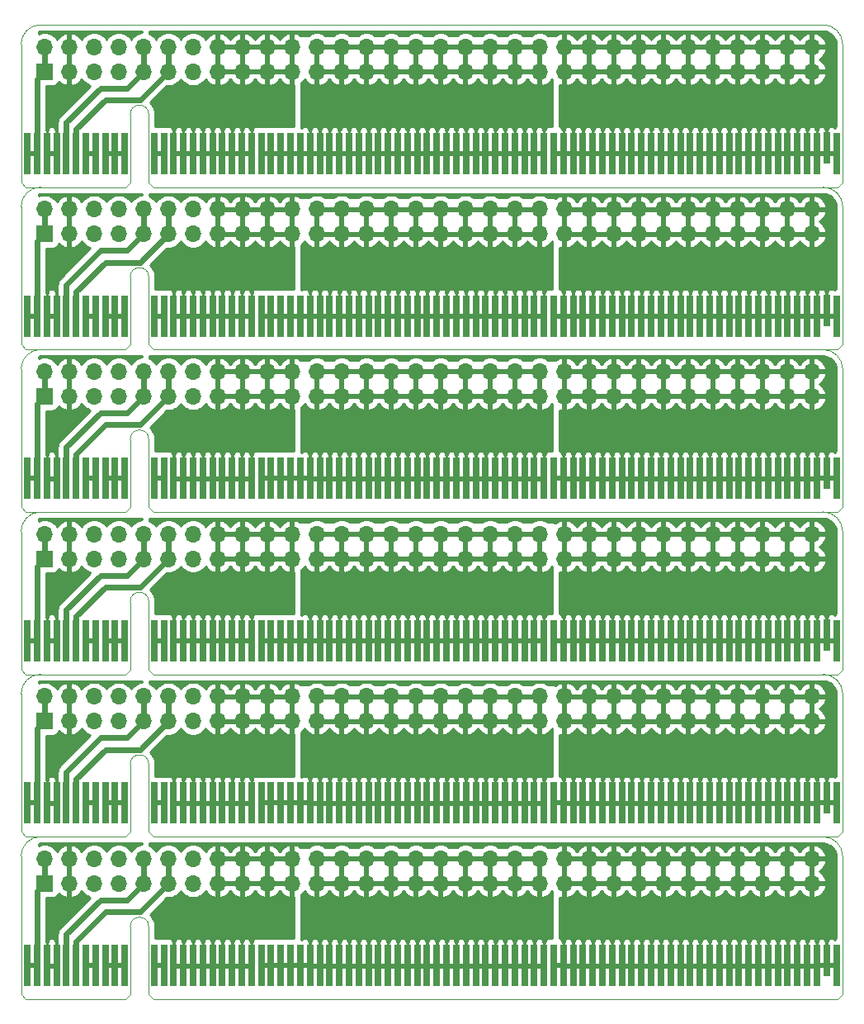
<source format=gtl>
G04 #@! TF.GenerationSoftware,KiCad,Pcbnew,(5.1.5)-3*
G04 #@! TF.CreationDate,2020-03-05T02:28:16+09:00*
G04 #@! TF.ProjectId,PCIeAdapter_x6,50434965-4164-4617-9074-65725f78362e,rev?*
G04 #@! TF.SameCoordinates,Original*
G04 #@! TF.FileFunction,Copper,L1,Top*
G04 #@! TF.FilePolarity,Positive*
%FSLAX46Y46*%
G04 Gerber Fmt 4.6, Leading zero omitted, Abs format (unit mm)*
G04 Created by KiCad (PCBNEW (5.1.5)-3) date 2020-03-05 02:28:16*
%MOMM*%
%LPD*%
G04 APERTURE LIST*
%ADD10C,0.100000*%
%ADD11R,1.700000X1.700000*%
%ADD12O,1.700000X1.700000*%
%ADD13R,0.700000X4.300000*%
%ADD14R,0.700000X3.200000*%
%ADD15C,0.600000*%
%ADD16C,0.500000*%
%ADD17C,0.600000*%
%ADD18C,0.400000*%
%ADD19C,0.254000*%
%ADD20C,0.300000*%
%ADD21C,0.350000*%
G04 APERTURE END LIST*
D10*
X191650000Y-48550000D02*
G75*
G02X193650000Y-50550000I0J-2000000D01*
G01*
X191650000Y-65200000D02*
G75*
G02X193650000Y-67200000I0J-2000000D01*
G01*
X191650000Y-81850000D02*
G75*
G02X193650000Y-83850000I0J-2000000D01*
G01*
X191650000Y-98500000D02*
G75*
G02X193650000Y-100500000I0J-2000000D01*
G01*
X191650000Y-115150000D02*
G75*
G02X193650000Y-117150000I0J-2000000D01*
G01*
X193650000Y-56800000D02*
X193650000Y-50550000D01*
X193650000Y-73450000D02*
X193650000Y-67200000D01*
X193650000Y-90100000D02*
X193650000Y-83850000D01*
X193650000Y-106750000D02*
X193650000Y-100500000D01*
X193650000Y-123400000D02*
X193650000Y-117150000D01*
X109350000Y-56800000D02*
X109350000Y-50550000D01*
X109350000Y-73450000D02*
X109350000Y-67200000D01*
X109350000Y-90100000D02*
X109350000Y-83850000D01*
X109350000Y-106750000D02*
X109350000Y-100500000D01*
X109350000Y-123400000D02*
X109350000Y-117150000D01*
X109350000Y-50550000D02*
G75*
G02X111350000Y-48550000I2000000J0D01*
G01*
X109350000Y-67200000D02*
G75*
G02X111350000Y-65200000I2000000J0D01*
G01*
X109350000Y-83850000D02*
G75*
G02X111350000Y-81850000I2000000J0D01*
G01*
X109350000Y-100500000D02*
G75*
G02X111350000Y-98500000I2000000J0D01*
G01*
X109350000Y-117150000D02*
G75*
G02X111350000Y-115150000I2000000J0D01*
G01*
X111350000Y-48550000D02*
X191650000Y-48550000D01*
X191650000Y-131800000D02*
G75*
G02X193650000Y-133800000I0J-2000000D01*
G01*
X109350000Y-133800000D02*
G75*
G02X111350000Y-131800000I2000000J0D01*
G01*
X109350000Y-140050000D02*
X109350000Y-133800000D01*
X193650000Y-140050000D02*
X193650000Y-133800000D01*
X120550000Y-57750000D02*
X120550000Y-64700000D01*
X122450000Y-57750000D02*
X122450000Y-64700000D01*
X109350000Y-56800000D02*
X109350000Y-64700000D01*
X109850000Y-65200000D02*
X120050000Y-65200000D01*
X193650000Y-56800000D02*
X193650000Y-64700000D01*
X122950000Y-65200000D02*
X193150000Y-65200000D01*
X109350000Y-64700000D02*
X109850000Y-65200000D01*
X120550000Y-64700000D02*
X120050000Y-65200000D01*
X122450000Y-64700000D02*
X122950000Y-65200000D01*
X193650000Y-64700000D02*
X193150000Y-65200000D01*
X120550000Y-57750000D02*
G75*
G02X122450000Y-57750000I950000J0D01*
G01*
X120550000Y-74400000D02*
X120550000Y-81350000D01*
X122450000Y-74400000D02*
X122450000Y-81350000D01*
X109350000Y-73450000D02*
X109350000Y-81350000D01*
X109850000Y-81850000D02*
X120050000Y-81850000D01*
X193650000Y-73450000D02*
X193650000Y-81350000D01*
X122950000Y-81850000D02*
X193150000Y-81850000D01*
X109350000Y-81350000D02*
X109850000Y-81850000D01*
X120550000Y-81350000D02*
X120050000Y-81850000D01*
X122450000Y-81350000D02*
X122950000Y-81850000D01*
X193650000Y-81350000D02*
X193150000Y-81850000D01*
X120550000Y-74400000D02*
G75*
G02X122450000Y-74400000I950000J0D01*
G01*
X120550000Y-91050000D02*
X120550000Y-98000000D01*
X122450000Y-91050000D02*
X122450000Y-98000000D01*
X109350000Y-90100000D02*
X109350000Y-98000000D01*
X109850000Y-98500000D02*
X120050000Y-98500000D01*
X193650000Y-90100000D02*
X193650000Y-98000000D01*
X122950000Y-98500000D02*
X193150000Y-98500000D01*
X109350000Y-98000000D02*
X109850000Y-98500000D01*
X120550000Y-98000000D02*
X120050000Y-98500000D01*
X122450000Y-98000000D02*
X122950000Y-98500000D01*
X193650000Y-98000000D02*
X193150000Y-98500000D01*
X120550000Y-91050000D02*
G75*
G02X122450000Y-91050000I950000J0D01*
G01*
X120550000Y-107700000D02*
X120550000Y-114650000D01*
X122450000Y-107700000D02*
X122450000Y-114650000D01*
X109350000Y-106750000D02*
X109350000Y-114650000D01*
X109850000Y-115150000D02*
X120050000Y-115150000D01*
X193650000Y-106750000D02*
X193650000Y-114650000D01*
X122950000Y-115150000D02*
X193150000Y-115150000D01*
X109350000Y-114650000D02*
X109850000Y-115150000D01*
X120550000Y-114650000D02*
X120050000Y-115150000D01*
X122450000Y-114650000D02*
X122950000Y-115150000D01*
X193650000Y-114650000D02*
X193150000Y-115150000D01*
X120550000Y-107700000D02*
G75*
G02X122450000Y-107700000I950000J0D01*
G01*
X120550000Y-124350000D02*
X120550000Y-131300000D01*
X122450000Y-124350000D02*
X122450000Y-131300000D01*
X109350000Y-123400000D02*
X109350000Y-131300000D01*
X109850000Y-131800000D02*
X120050000Y-131800000D01*
X193650000Y-123400000D02*
X193650000Y-131300000D01*
X122950000Y-131800000D02*
X193150000Y-131800000D01*
X109350000Y-131300000D02*
X109850000Y-131800000D01*
X120550000Y-131300000D02*
X120050000Y-131800000D01*
X122450000Y-131300000D02*
X122950000Y-131800000D01*
X193650000Y-131300000D02*
X193150000Y-131800000D01*
X120550000Y-124350000D02*
G75*
G02X122450000Y-124350000I950000J0D01*
G01*
X120550000Y-141000000D02*
G75*
G02X122450000Y-141000000I950000J0D01*
G01*
X193650000Y-147950000D02*
X193150000Y-148450000D01*
X122450000Y-147950000D02*
X122950000Y-148450000D01*
X120550000Y-147950000D02*
X120050000Y-148450000D01*
X109350000Y-147950000D02*
X109850000Y-148450000D01*
X122950000Y-148450000D02*
X193150000Y-148450000D01*
X193650000Y-140050000D02*
X193650000Y-147950000D01*
X109850000Y-148450000D02*
X120050000Y-148450000D01*
X109350000Y-140050000D02*
X109350000Y-147950000D01*
X122450000Y-141000000D02*
X122450000Y-147950000D01*
X120550000Y-141000000D02*
X120550000Y-147950000D01*
D11*
X111760000Y-53350000D03*
D12*
X111760000Y-50810000D03*
X114300000Y-53350000D03*
X114300000Y-50810000D03*
X116840000Y-53350000D03*
X116840000Y-50810000D03*
X119380000Y-53350000D03*
X119380000Y-50810000D03*
X121920000Y-53350000D03*
X121920000Y-50810000D03*
X124460000Y-53350000D03*
X124460000Y-50810000D03*
X127000000Y-53350000D03*
X127000000Y-50810000D03*
X129540000Y-53350000D03*
X129540000Y-50810000D03*
X132080000Y-53350000D03*
X132080000Y-50810000D03*
X134620000Y-53350000D03*
X134620000Y-50810000D03*
X137160000Y-53350000D03*
X137160000Y-50810000D03*
X139700000Y-53350000D03*
X139700000Y-50810000D03*
X142240000Y-53350000D03*
X142240000Y-50810000D03*
X144780000Y-53350000D03*
X144780000Y-50810000D03*
X147320000Y-53350000D03*
X147320000Y-50810000D03*
X149860000Y-53350000D03*
X149860000Y-50810000D03*
X152400000Y-53350000D03*
X152400000Y-50810000D03*
X154940000Y-53350000D03*
X154940000Y-50810000D03*
X157480000Y-53350000D03*
X157480000Y-50810000D03*
X160020000Y-53350000D03*
X160020000Y-50810000D03*
X162560000Y-53350000D03*
X162560000Y-50810000D03*
X165100000Y-53350000D03*
X165100000Y-50810000D03*
X167640000Y-53350000D03*
X167640000Y-50810000D03*
X170180000Y-53350000D03*
X170180000Y-50810000D03*
X172720000Y-53350000D03*
X172720000Y-50810000D03*
X175260000Y-53350000D03*
X175260000Y-50810000D03*
X177800000Y-53350000D03*
X177800000Y-50810000D03*
X180340000Y-53350000D03*
X180340000Y-50810000D03*
X182880000Y-53350000D03*
X182880000Y-50810000D03*
X185420000Y-53350000D03*
X185420000Y-50810000D03*
X187960000Y-53350000D03*
X187960000Y-50810000D03*
X190500000Y-53350000D03*
X190500000Y-50810000D03*
D11*
X111760000Y-70000000D03*
D12*
X111760000Y-67460000D03*
X114300000Y-70000000D03*
X114300000Y-67460000D03*
X116840000Y-70000000D03*
X116840000Y-67460000D03*
X119380000Y-70000000D03*
X119380000Y-67460000D03*
X121920000Y-70000000D03*
X121920000Y-67460000D03*
X124460000Y-70000000D03*
X124460000Y-67460000D03*
X127000000Y-70000000D03*
X127000000Y-67460000D03*
X129540000Y-70000000D03*
X129540000Y-67460000D03*
X132080000Y-70000000D03*
X132080000Y-67460000D03*
X134620000Y-70000000D03*
X134620000Y-67460000D03*
X137160000Y-70000000D03*
X137160000Y-67460000D03*
X139700000Y-70000000D03*
X139700000Y-67460000D03*
X142240000Y-70000000D03*
X142240000Y-67460000D03*
X144780000Y-70000000D03*
X144780000Y-67460000D03*
X147320000Y-70000000D03*
X147320000Y-67460000D03*
X149860000Y-70000000D03*
X149860000Y-67460000D03*
X152400000Y-70000000D03*
X152400000Y-67460000D03*
X154940000Y-70000000D03*
X154940000Y-67460000D03*
X157480000Y-70000000D03*
X157480000Y-67460000D03*
X160020000Y-70000000D03*
X160020000Y-67460000D03*
X162560000Y-70000000D03*
X162560000Y-67460000D03*
X165100000Y-70000000D03*
X165100000Y-67460000D03*
X167640000Y-70000000D03*
X167640000Y-67460000D03*
X170180000Y-70000000D03*
X170180000Y-67460000D03*
X172720000Y-70000000D03*
X172720000Y-67460000D03*
X175260000Y-70000000D03*
X175260000Y-67460000D03*
X177800000Y-70000000D03*
X177800000Y-67460000D03*
X180340000Y-70000000D03*
X180340000Y-67460000D03*
X182880000Y-70000000D03*
X182880000Y-67460000D03*
X185420000Y-70000000D03*
X185420000Y-67460000D03*
X187960000Y-70000000D03*
X187960000Y-67460000D03*
X190500000Y-70000000D03*
X190500000Y-67460000D03*
D11*
X111760000Y-86650000D03*
D12*
X111760000Y-84110000D03*
X114300000Y-86650000D03*
X114300000Y-84110000D03*
X116840000Y-86650000D03*
X116840000Y-84110000D03*
X119380000Y-86650000D03*
X119380000Y-84110000D03*
X121920000Y-86650000D03*
X121920000Y-84110000D03*
X124460000Y-86650000D03*
X124460000Y-84110000D03*
X127000000Y-86650000D03*
X127000000Y-84110000D03*
X129540000Y-86650000D03*
X129540000Y-84110000D03*
X132080000Y-86650000D03*
X132080000Y-84110000D03*
X134620000Y-86650000D03*
X134620000Y-84110000D03*
X137160000Y-86650000D03*
X137160000Y-84110000D03*
X139700000Y-86650000D03*
X139700000Y-84110000D03*
X142240000Y-86650000D03*
X142240000Y-84110000D03*
X144780000Y-86650000D03*
X144780000Y-84110000D03*
X147320000Y-86650000D03*
X147320000Y-84110000D03*
X149860000Y-86650000D03*
X149860000Y-84110000D03*
X152400000Y-86650000D03*
X152400000Y-84110000D03*
X154940000Y-86650000D03*
X154940000Y-84110000D03*
X157480000Y-86650000D03*
X157480000Y-84110000D03*
X160020000Y-86650000D03*
X160020000Y-84110000D03*
X162560000Y-86650000D03*
X162560000Y-84110000D03*
X165100000Y-86650000D03*
X165100000Y-84110000D03*
X167640000Y-86650000D03*
X167640000Y-84110000D03*
X170180000Y-86650000D03*
X170180000Y-84110000D03*
X172720000Y-86650000D03*
X172720000Y-84110000D03*
X175260000Y-86650000D03*
X175260000Y-84110000D03*
X177800000Y-86650000D03*
X177800000Y-84110000D03*
X180340000Y-86650000D03*
X180340000Y-84110000D03*
X182880000Y-86650000D03*
X182880000Y-84110000D03*
X185420000Y-86650000D03*
X185420000Y-84110000D03*
X187960000Y-86650000D03*
X187960000Y-84110000D03*
X190500000Y-86650000D03*
X190500000Y-84110000D03*
D11*
X111760000Y-103300000D03*
D12*
X111760000Y-100760000D03*
X114300000Y-103300000D03*
X114300000Y-100760000D03*
X116840000Y-103300000D03*
X116840000Y-100760000D03*
X119380000Y-103300000D03*
X119380000Y-100760000D03*
X121920000Y-103300000D03*
X121920000Y-100760000D03*
X124460000Y-103300000D03*
X124460000Y-100760000D03*
X127000000Y-103300000D03*
X127000000Y-100760000D03*
X129540000Y-103300000D03*
X129540000Y-100760000D03*
X132080000Y-103300000D03*
X132080000Y-100760000D03*
X134620000Y-103300000D03*
X134620000Y-100760000D03*
X137160000Y-103300000D03*
X137160000Y-100760000D03*
X139700000Y-103300000D03*
X139700000Y-100760000D03*
X142240000Y-103300000D03*
X142240000Y-100760000D03*
X144780000Y-103300000D03*
X144780000Y-100760000D03*
X147320000Y-103300000D03*
X147320000Y-100760000D03*
X149860000Y-103300000D03*
X149860000Y-100760000D03*
X152400000Y-103300000D03*
X152400000Y-100760000D03*
X154940000Y-103300000D03*
X154940000Y-100760000D03*
X157480000Y-103300000D03*
X157480000Y-100760000D03*
X160020000Y-103300000D03*
X160020000Y-100760000D03*
X162560000Y-103300000D03*
X162560000Y-100760000D03*
X165100000Y-103300000D03*
X165100000Y-100760000D03*
X167640000Y-103300000D03*
X167640000Y-100760000D03*
X170180000Y-103300000D03*
X170180000Y-100760000D03*
X172720000Y-103300000D03*
X172720000Y-100760000D03*
X175260000Y-103300000D03*
X175260000Y-100760000D03*
X177800000Y-103300000D03*
X177800000Y-100760000D03*
X180340000Y-103300000D03*
X180340000Y-100760000D03*
X182880000Y-103300000D03*
X182880000Y-100760000D03*
X185420000Y-103300000D03*
X185420000Y-100760000D03*
X187960000Y-103300000D03*
X187960000Y-100760000D03*
X190500000Y-103300000D03*
X190500000Y-100760000D03*
D11*
X111760000Y-119950000D03*
D12*
X111760000Y-117410000D03*
X114300000Y-119950000D03*
X114300000Y-117410000D03*
X116840000Y-119950000D03*
X116840000Y-117410000D03*
X119380000Y-119950000D03*
X119380000Y-117410000D03*
X121920000Y-119950000D03*
X121920000Y-117410000D03*
X124460000Y-119950000D03*
X124460000Y-117410000D03*
X127000000Y-119950000D03*
X127000000Y-117410000D03*
X129540000Y-119950000D03*
X129540000Y-117410000D03*
X132080000Y-119950000D03*
X132080000Y-117410000D03*
X134620000Y-119950000D03*
X134620000Y-117410000D03*
X137160000Y-119950000D03*
X137160000Y-117410000D03*
X139700000Y-119950000D03*
X139700000Y-117410000D03*
X142240000Y-119950000D03*
X142240000Y-117410000D03*
X144780000Y-119950000D03*
X144780000Y-117410000D03*
X147320000Y-119950000D03*
X147320000Y-117410000D03*
X149860000Y-119950000D03*
X149860000Y-117410000D03*
X152400000Y-119950000D03*
X152400000Y-117410000D03*
X154940000Y-119950000D03*
X154940000Y-117410000D03*
X157480000Y-119950000D03*
X157480000Y-117410000D03*
X160020000Y-119950000D03*
X160020000Y-117410000D03*
X162560000Y-119950000D03*
X162560000Y-117410000D03*
X165100000Y-119950000D03*
X165100000Y-117410000D03*
X167640000Y-119950000D03*
X167640000Y-117410000D03*
X170180000Y-119950000D03*
X170180000Y-117410000D03*
X172720000Y-119950000D03*
X172720000Y-117410000D03*
X175260000Y-119950000D03*
X175260000Y-117410000D03*
X177800000Y-119950000D03*
X177800000Y-117410000D03*
X180340000Y-119950000D03*
X180340000Y-117410000D03*
X182880000Y-119950000D03*
X182880000Y-117410000D03*
X185420000Y-119950000D03*
X185420000Y-117410000D03*
X187960000Y-119950000D03*
X187960000Y-117410000D03*
X190500000Y-119950000D03*
X190500000Y-117410000D03*
D13*
X160000000Y-61750000D03*
X159000000Y-61750000D03*
X158000000Y-61750000D03*
X157000000Y-61750000D03*
X156000000Y-61750000D03*
X155000000Y-61750000D03*
X154000000Y-61750000D03*
X153000000Y-61750000D03*
X152000000Y-61750000D03*
X151000000Y-61750000D03*
X150000000Y-61750000D03*
X149000000Y-61750000D03*
X148000000Y-61750000D03*
X147000000Y-61750000D03*
X146000000Y-61750000D03*
X145000000Y-61750000D03*
X144000000Y-61750000D03*
X143000000Y-61750000D03*
X142000000Y-61750000D03*
X141000000Y-61750000D03*
X140000000Y-61750000D03*
X139000000Y-61750000D03*
X138000000Y-61750000D03*
X137000000Y-61750000D03*
X136000000Y-61750000D03*
X135000000Y-61750000D03*
X134000000Y-61750000D03*
X133000000Y-61750000D03*
X132000000Y-61750000D03*
X131000000Y-61750000D03*
X130000000Y-61750000D03*
X110000000Y-61750000D03*
X111000000Y-61750000D03*
X112000000Y-61750000D03*
X113000000Y-61750000D03*
X114000000Y-61750000D03*
X115000000Y-61750000D03*
X116000000Y-61750000D03*
X117000000Y-61750000D03*
X118000000Y-61750000D03*
X119000000Y-61750000D03*
X120000000Y-61750000D03*
X125000000Y-61750000D03*
X126000000Y-61750000D03*
X127000000Y-61750000D03*
X128000000Y-61750000D03*
X129000000Y-61750000D03*
X123000000Y-61750000D03*
X124000000Y-61750000D03*
X161000000Y-61750000D03*
X162000000Y-61750000D03*
X163000000Y-61750000D03*
X164000000Y-61750000D03*
X165000000Y-61750000D03*
X166000000Y-61750000D03*
X167000000Y-61750000D03*
X168000000Y-61750000D03*
X169000000Y-61750000D03*
X170000000Y-61750000D03*
X171000000Y-61750000D03*
X172000000Y-61750000D03*
X173000000Y-61750000D03*
X174000000Y-61750000D03*
X175000000Y-61750000D03*
X176000000Y-61750000D03*
X177000000Y-61750000D03*
X178000000Y-61750000D03*
X179000000Y-61750000D03*
X180000000Y-61750000D03*
X181000000Y-61750000D03*
X182000000Y-61750000D03*
X183000000Y-61750000D03*
X184000000Y-61750000D03*
X185000000Y-61750000D03*
X186000000Y-61750000D03*
X187000000Y-61750000D03*
X188000000Y-61750000D03*
X189000000Y-61750000D03*
X190000000Y-61750000D03*
X191000000Y-61750000D03*
D14*
X192000000Y-61200000D03*
D13*
X193000000Y-61750000D03*
X160000000Y-78400000D03*
X159000000Y-78400000D03*
X158000000Y-78400000D03*
X157000000Y-78400000D03*
X156000000Y-78400000D03*
X155000000Y-78400000D03*
X154000000Y-78400000D03*
X153000000Y-78400000D03*
X152000000Y-78400000D03*
X151000000Y-78400000D03*
X150000000Y-78400000D03*
X149000000Y-78400000D03*
X148000000Y-78400000D03*
X147000000Y-78400000D03*
X146000000Y-78400000D03*
X145000000Y-78400000D03*
X144000000Y-78400000D03*
X143000000Y-78400000D03*
X142000000Y-78400000D03*
X141000000Y-78400000D03*
X140000000Y-78400000D03*
X139000000Y-78400000D03*
X138000000Y-78400000D03*
X137000000Y-78400000D03*
X136000000Y-78400000D03*
X135000000Y-78400000D03*
X134000000Y-78400000D03*
X133000000Y-78400000D03*
X132000000Y-78400000D03*
X131000000Y-78400000D03*
X130000000Y-78400000D03*
X110000000Y-78400000D03*
X111000000Y-78400000D03*
X112000000Y-78400000D03*
X113000000Y-78400000D03*
X114000000Y-78400000D03*
X115000000Y-78400000D03*
X116000000Y-78400000D03*
X117000000Y-78400000D03*
X118000000Y-78400000D03*
X119000000Y-78400000D03*
X120000000Y-78400000D03*
X125000000Y-78400000D03*
X126000000Y-78400000D03*
X127000000Y-78400000D03*
X128000000Y-78400000D03*
X129000000Y-78400000D03*
X123000000Y-78400000D03*
X124000000Y-78400000D03*
X161000000Y-78400000D03*
X162000000Y-78400000D03*
X163000000Y-78400000D03*
X164000000Y-78400000D03*
X165000000Y-78400000D03*
X166000000Y-78400000D03*
X167000000Y-78400000D03*
X168000000Y-78400000D03*
X169000000Y-78400000D03*
X170000000Y-78400000D03*
X171000000Y-78400000D03*
X172000000Y-78400000D03*
X173000000Y-78400000D03*
X174000000Y-78400000D03*
X175000000Y-78400000D03*
X176000000Y-78400000D03*
X177000000Y-78400000D03*
X178000000Y-78400000D03*
X179000000Y-78400000D03*
X180000000Y-78400000D03*
X181000000Y-78400000D03*
X182000000Y-78400000D03*
X183000000Y-78400000D03*
X184000000Y-78400000D03*
X185000000Y-78400000D03*
X186000000Y-78400000D03*
X187000000Y-78400000D03*
X188000000Y-78400000D03*
X189000000Y-78400000D03*
X190000000Y-78400000D03*
X191000000Y-78400000D03*
D14*
X192000000Y-77850000D03*
D13*
X193000000Y-78400000D03*
X160000000Y-95050000D03*
X159000000Y-95050000D03*
X158000000Y-95050000D03*
X157000000Y-95050000D03*
X156000000Y-95050000D03*
X155000000Y-95050000D03*
X154000000Y-95050000D03*
X153000000Y-95050000D03*
X152000000Y-95050000D03*
X151000000Y-95050000D03*
X150000000Y-95050000D03*
X149000000Y-95050000D03*
X148000000Y-95050000D03*
X147000000Y-95050000D03*
X146000000Y-95050000D03*
X145000000Y-95050000D03*
X144000000Y-95050000D03*
X143000000Y-95050000D03*
X142000000Y-95050000D03*
X141000000Y-95050000D03*
X140000000Y-95050000D03*
X139000000Y-95050000D03*
X138000000Y-95050000D03*
X137000000Y-95050000D03*
X136000000Y-95050000D03*
X135000000Y-95050000D03*
X134000000Y-95050000D03*
X133000000Y-95050000D03*
X132000000Y-95050000D03*
X131000000Y-95050000D03*
X130000000Y-95050000D03*
X110000000Y-95050000D03*
X111000000Y-95050000D03*
X112000000Y-95050000D03*
X113000000Y-95050000D03*
X114000000Y-95050000D03*
X115000000Y-95050000D03*
X116000000Y-95050000D03*
X117000000Y-95050000D03*
X118000000Y-95050000D03*
X119000000Y-95050000D03*
X120000000Y-95050000D03*
X125000000Y-95050000D03*
X126000000Y-95050000D03*
X127000000Y-95050000D03*
X128000000Y-95050000D03*
X129000000Y-95050000D03*
X123000000Y-95050000D03*
X124000000Y-95050000D03*
X161000000Y-95050000D03*
X162000000Y-95050000D03*
X163000000Y-95050000D03*
X164000000Y-95050000D03*
X165000000Y-95050000D03*
X166000000Y-95050000D03*
X167000000Y-95050000D03*
X168000000Y-95050000D03*
X169000000Y-95050000D03*
X170000000Y-95050000D03*
X171000000Y-95050000D03*
X172000000Y-95050000D03*
X173000000Y-95050000D03*
X174000000Y-95050000D03*
X175000000Y-95050000D03*
X176000000Y-95050000D03*
X177000000Y-95050000D03*
X178000000Y-95050000D03*
X179000000Y-95050000D03*
X180000000Y-95050000D03*
X181000000Y-95050000D03*
X182000000Y-95050000D03*
X183000000Y-95050000D03*
X184000000Y-95050000D03*
X185000000Y-95050000D03*
X186000000Y-95050000D03*
X187000000Y-95050000D03*
X188000000Y-95050000D03*
X189000000Y-95050000D03*
X190000000Y-95050000D03*
X191000000Y-95050000D03*
D14*
X192000000Y-94500000D03*
D13*
X193000000Y-95050000D03*
X160000000Y-111700000D03*
X159000000Y-111700000D03*
X158000000Y-111700000D03*
X157000000Y-111700000D03*
X156000000Y-111700000D03*
X155000000Y-111700000D03*
X154000000Y-111700000D03*
X153000000Y-111700000D03*
X152000000Y-111700000D03*
X151000000Y-111700000D03*
X150000000Y-111700000D03*
X149000000Y-111700000D03*
X148000000Y-111700000D03*
X147000000Y-111700000D03*
X146000000Y-111700000D03*
X145000000Y-111700000D03*
X144000000Y-111700000D03*
X143000000Y-111700000D03*
X142000000Y-111700000D03*
X141000000Y-111700000D03*
X140000000Y-111700000D03*
X139000000Y-111700000D03*
X138000000Y-111700000D03*
X137000000Y-111700000D03*
X136000000Y-111700000D03*
X135000000Y-111700000D03*
X134000000Y-111700000D03*
X133000000Y-111700000D03*
X132000000Y-111700000D03*
X131000000Y-111700000D03*
X130000000Y-111700000D03*
X110000000Y-111700000D03*
X111000000Y-111700000D03*
X112000000Y-111700000D03*
X113000000Y-111700000D03*
X114000000Y-111700000D03*
X115000000Y-111700000D03*
X116000000Y-111700000D03*
X117000000Y-111700000D03*
X118000000Y-111700000D03*
X119000000Y-111700000D03*
X120000000Y-111700000D03*
X125000000Y-111700000D03*
X126000000Y-111700000D03*
X127000000Y-111700000D03*
X128000000Y-111700000D03*
X129000000Y-111700000D03*
X123000000Y-111700000D03*
X124000000Y-111700000D03*
X161000000Y-111700000D03*
X162000000Y-111700000D03*
X163000000Y-111700000D03*
X164000000Y-111700000D03*
X165000000Y-111700000D03*
X166000000Y-111700000D03*
X167000000Y-111700000D03*
X168000000Y-111700000D03*
X169000000Y-111700000D03*
X170000000Y-111700000D03*
X171000000Y-111700000D03*
X172000000Y-111700000D03*
X173000000Y-111700000D03*
X174000000Y-111700000D03*
X175000000Y-111700000D03*
X176000000Y-111700000D03*
X177000000Y-111700000D03*
X178000000Y-111700000D03*
X179000000Y-111700000D03*
X180000000Y-111700000D03*
X181000000Y-111700000D03*
X182000000Y-111700000D03*
X183000000Y-111700000D03*
X184000000Y-111700000D03*
X185000000Y-111700000D03*
X186000000Y-111700000D03*
X187000000Y-111700000D03*
X188000000Y-111700000D03*
X189000000Y-111700000D03*
X190000000Y-111700000D03*
X191000000Y-111700000D03*
D14*
X192000000Y-111150000D03*
D13*
X193000000Y-111700000D03*
X160000000Y-128350000D03*
X159000000Y-128350000D03*
X158000000Y-128350000D03*
X157000000Y-128350000D03*
X156000000Y-128350000D03*
X155000000Y-128350000D03*
X154000000Y-128350000D03*
X153000000Y-128350000D03*
X152000000Y-128350000D03*
X151000000Y-128350000D03*
X150000000Y-128350000D03*
X149000000Y-128350000D03*
X148000000Y-128350000D03*
X147000000Y-128350000D03*
X146000000Y-128350000D03*
X145000000Y-128350000D03*
X144000000Y-128350000D03*
X143000000Y-128350000D03*
X142000000Y-128350000D03*
X141000000Y-128350000D03*
X140000000Y-128350000D03*
X139000000Y-128350000D03*
X138000000Y-128350000D03*
X137000000Y-128350000D03*
X136000000Y-128350000D03*
X135000000Y-128350000D03*
X134000000Y-128350000D03*
X133000000Y-128350000D03*
X132000000Y-128350000D03*
X131000000Y-128350000D03*
X130000000Y-128350000D03*
X110000000Y-128350000D03*
X111000000Y-128350000D03*
X112000000Y-128350000D03*
X113000000Y-128350000D03*
X114000000Y-128350000D03*
X115000000Y-128350000D03*
X116000000Y-128350000D03*
X117000000Y-128350000D03*
X118000000Y-128350000D03*
X119000000Y-128350000D03*
X120000000Y-128350000D03*
X125000000Y-128350000D03*
X126000000Y-128350000D03*
X127000000Y-128350000D03*
X128000000Y-128350000D03*
X129000000Y-128350000D03*
X123000000Y-128350000D03*
X124000000Y-128350000D03*
X161000000Y-128350000D03*
X162000000Y-128350000D03*
X163000000Y-128350000D03*
X164000000Y-128350000D03*
X165000000Y-128350000D03*
X166000000Y-128350000D03*
X167000000Y-128350000D03*
X168000000Y-128350000D03*
X169000000Y-128350000D03*
X170000000Y-128350000D03*
X171000000Y-128350000D03*
X172000000Y-128350000D03*
X173000000Y-128350000D03*
X174000000Y-128350000D03*
X175000000Y-128350000D03*
X176000000Y-128350000D03*
X177000000Y-128350000D03*
X178000000Y-128350000D03*
X179000000Y-128350000D03*
X180000000Y-128350000D03*
X181000000Y-128350000D03*
X182000000Y-128350000D03*
X183000000Y-128350000D03*
X184000000Y-128350000D03*
X185000000Y-128350000D03*
X186000000Y-128350000D03*
X187000000Y-128350000D03*
X188000000Y-128350000D03*
X189000000Y-128350000D03*
X190000000Y-128350000D03*
X191000000Y-128350000D03*
D14*
X192000000Y-127800000D03*
D13*
X193000000Y-128350000D03*
D12*
X190500000Y-134060000D03*
X190500000Y-136600000D03*
X187960000Y-134060000D03*
X187960000Y-136600000D03*
X185420000Y-134060000D03*
X185420000Y-136600000D03*
X182880000Y-134060000D03*
X182880000Y-136600000D03*
X180340000Y-134060000D03*
X180340000Y-136600000D03*
X177800000Y-134060000D03*
X177800000Y-136600000D03*
X175260000Y-134060000D03*
X175260000Y-136600000D03*
X172720000Y-134060000D03*
X172720000Y-136600000D03*
X170180000Y-134060000D03*
X170180000Y-136600000D03*
X167640000Y-134060000D03*
X167640000Y-136600000D03*
X165100000Y-134060000D03*
X165100000Y-136600000D03*
X162560000Y-134060000D03*
X162560000Y-136600000D03*
X160020000Y-134060000D03*
X160020000Y-136600000D03*
X157480000Y-134060000D03*
X157480000Y-136600000D03*
X154940000Y-134060000D03*
X154940000Y-136600000D03*
X152400000Y-134060000D03*
X152400000Y-136600000D03*
X149860000Y-134060000D03*
X149860000Y-136600000D03*
X147320000Y-134060000D03*
X147320000Y-136600000D03*
X144780000Y-134060000D03*
X144780000Y-136600000D03*
X142240000Y-134060000D03*
X142240000Y-136600000D03*
X139700000Y-134060000D03*
X139700000Y-136600000D03*
X137160000Y-134060000D03*
X137160000Y-136600000D03*
X134620000Y-134060000D03*
X134620000Y-136600000D03*
X132080000Y-134060000D03*
X132080000Y-136600000D03*
X129540000Y-134060000D03*
X129540000Y-136600000D03*
X127000000Y-134060000D03*
X127000000Y-136600000D03*
X124460000Y-134060000D03*
X124460000Y-136600000D03*
X121920000Y-134060000D03*
X121920000Y-136600000D03*
X119380000Y-134060000D03*
X119380000Y-136600000D03*
X116840000Y-134060000D03*
X116840000Y-136600000D03*
X114300000Y-134060000D03*
X114300000Y-136600000D03*
X111760000Y-134060000D03*
D11*
X111760000Y-136600000D03*
D13*
X193000000Y-145000000D03*
D14*
X192000000Y-144450000D03*
D13*
X191000000Y-145000000D03*
X190000000Y-145000000D03*
X189000000Y-145000000D03*
X188000000Y-145000000D03*
X187000000Y-145000000D03*
X186000000Y-145000000D03*
X185000000Y-145000000D03*
X184000000Y-145000000D03*
X183000000Y-145000000D03*
X182000000Y-145000000D03*
X181000000Y-145000000D03*
X180000000Y-145000000D03*
X179000000Y-145000000D03*
X178000000Y-145000000D03*
X177000000Y-145000000D03*
X176000000Y-145000000D03*
X175000000Y-145000000D03*
X174000000Y-145000000D03*
X173000000Y-145000000D03*
X172000000Y-145000000D03*
X171000000Y-145000000D03*
X170000000Y-145000000D03*
X169000000Y-145000000D03*
X168000000Y-145000000D03*
X167000000Y-145000000D03*
X166000000Y-145000000D03*
X165000000Y-145000000D03*
X164000000Y-145000000D03*
X163000000Y-145000000D03*
X162000000Y-145000000D03*
X161000000Y-145000000D03*
X124000000Y-145000000D03*
X123000000Y-145000000D03*
X129000000Y-145000000D03*
X128000000Y-145000000D03*
X127000000Y-145000000D03*
X126000000Y-145000000D03*
X125000000Y-145000000D03*
X120000000Y-145000000D03*
X119000000Y-145000000D03*
X118000000Y-145000000D03*
X117000000Y-145000000D03*
X116000000Y-145000000D03*
X115000000Y-145000000D03*
X114000000Y-145000000D03*
X113000000Y-145000000D03*
X112000000Y-145000000D03*
X111000000Y-145000000D03*
X110000000Y-145000000D03*
X130000000Y-145000000D03*
X131000000Y-145000000D03*
X132000000Y-145000000D03*
X133000000Y-145000000D03*
X134000000Y-145000000D03*
X135000000Y-145000000D03*
X136000000Y-145000000D03*
X137000000Y-145000000D03*
X138000000Y-145000000D03*
X139000000Y-145000000D03*
X140000000Y-145000000D03*
X141000000Y-145000000D03*
X142000000Y-145000000D03*
X143000000Y-145000000D03*
X144000000Y-145000000D03*
X145000000Y-145000000D03*
X146000000Y-145000000D03*
X147000000Y-145000000D03*
X148000000Y-145000000D03*
X149000000Y-145000000D03*
X150000000Y-145000000D03*
X151000000Y-145000000D03*
X152000000Y-145000000D03*
X153000000Y-145000000D03*
X154000000Y-145000000D03*
X155000000Y-145000000D03*
X156000000Y-145000000D03*
X157000000Y-145000000D03*
X158000000Y-145000000D03*
X159000000Y-145000000D03*
X160000000Y-145000000D03*
D15*
X123150000Y-132750000D03*
X192000000Y-142000000D03*
X190000000Y-140000000D03*
X188000000Y-142000000D03*
X186000000Y-140000000D03*
X184000000Y-142000000D03*
X180000000Y-142000000D03*
X176000000Y-142000000D03*
X174000000Y-140000000D03*
X172000000Y-142000000D03*
X168000000Y-142000000D03*
X166000000Y-140000000D03*
X127000000Y-142000000D03*
X138450000Y-132650000D03*
X163850000Y-132650000D03*
X146100000Y-132650000D03*
X156250000Y-132650000D03*
X137000000Y-140000000D03*
X129000000Y-140000000D03*
X131000000Y-142000000D03*
X135000000Y-142000000D03*
X125000000Y-140000000D03*
X188000000Y-125350000D03*
X188000000Y-108700000D03*
X188000000Y-92050000D03*
X188000000Y-75400000D03*
X188000000Y-58750000D03*
X186000000Y-123350000D03*
X186000000Y-106700000D03*
X186000000Y-90050000D03*
X186000000Y-73400000D03*
X186000000Y-56750000D03*
X180000000Y-125350000D03*
X180000000Y-108700000D03*
X180000000Y-92050000D03*
X180000000Y-75400000D03*
X180000000Y-58750000D03*
X127000000Y-125350000D03*
X127000000Y-108700000D03*
X127000000Y-92050000D03*
X127000000Y-75400000D03*
X127000000Y-58750000D03*
X192000000Y-125350000D03*
X192000000Y-108700000D03*
X192000000Y-92050000D03*
X192000000Y-75400000D03*
X192000000Y-58750000D03*
X129000000Y-123350000D03*
X129000000Y-106700000D03*
X129000000Y-90050000D03*
X129000000Y-73400000D03*
X129000000Y-56750000D03*
X172000000Y-125350000D03*
X172000000Y-108700000D03*
X172000000Y-92050000D03*
X172000000Y-75400000D03*
X172000000Y-58750000D03*
X125000000Y-123350000D03*
X125000000Y-106700000D03*
X125000000Y-90050000D03*
X125000000Y-73400000D03*
X125000000Y-56750000D03*
X135000000Y-125350000D03*
X135000000Y-108700000D03*
X135000000Y-92050000D03*
X135000000Y-75400000D03*
X135000000Y-58750000D03*
X137000000Y-123350000D03*
X137000000Y-106700000D03*
X137000000Y-90050000D03*
X137000000Y-73400000D03*
X137000000Y-56750000D03*
X131000000Y-125350000D03*
X131000000Y-108700000D03*
X131000000Y-92050000D03*
X131000000Y-75400000D03*
X131000000Y-58750000D03*
X190000000Y-123350000D03*
X190000000Y-106700000D03*
X190000000Y-90050000D03*
X190000000Y-73400000D03*
X190000000Y-56750000D03*
X184000000Y-125350000D03*
X184000000Y-108700000D03*
X184000000Y-92050000D03*
X184000000Y-75400000D03*
X184000000Y-58750000D03*
X166000000Y-123350000D03*
X166000000Y-106700000D03*
X166000000Y-90050000D03*
X166000000Y-73400000D03*
X166000000Y-56750000D03*
X174000000Y-123350000D03*
X174000000Y-106700000D03*
X174000000Y-90050000D03*
X174000000Y-73400000D03*
X174000000Y-56750000D03*
X176000000Y-125350000D03*
X176000000Y-108700000D03*
X176000000Y-92050000D03*
X176000000Y-75400000D03*
X176000000Y-58750000D03*
X168000000Y-125350000D03*
X168000000Y-108700000D03*
X168000000Y-92050000D03*
X168000000Y-75400000D03*
X168000000Y-58750000D03*
X163850000Y-116000000D03*
X163850000Y-99350000D03*
X163850000Y-82700000D03*
X163850000Y-66050000D03*
X163850000Y-49400000D03*
X146100000Y-116000000D03*
X146100000Y-99350000D03*
X146100000Y-82700000D03*
X146100000Y-66050000D03*
X146100000Y-49400000D03*
X123150000Y-116100000D03*
X123150000Y-99450000D03*
X123150000Y-82800000D03*
X123150000Y-66150000D03*
X123150000Y-49500000D03*
X156250000Y-116000000D03*
X156250000Y-99350000D03*
X156250000Y-82700000D03*
X156250000Y-66050000D03*
X156250000Y-49400000D03*
X138450000Y-116000000D03*
X138450000Y-99350000D03*
X138450000Y-82700000D03*
X138450000Y-66050000D03*
X138450000Y-49400000D03*
X163000000Y-142000000D03*
X161000000Y-140000000D03*
X159000000Y-142000000D03*
X157000000Y-140000000D03*
X155000000Y-142000000D03*
X153000000Y-140000000D03*
X151000000Y-142000000D03*
X149000000Y-140000000D03*
X147000000Y-142000000D03*
X145000000Y-140000000D03*
X143000000Y-142000000D03*
X141000000Y-140000000D03*
X139000000Y-142000000D03*
X157000000Y-123350000D03*
X157000000Y-106700000D03*
X157000000Y-90050000D03*
X157000000Y-73400000D03*
X157000000Y-56750000D03*
X153000000Y-123350000D03*
X153000000Y-106700000D03*
X153000000Y-90050000D03*
X153000000Y-73400000D03*
X153000000Y-56750000D03*
X149000000Y-123350000D03*
X149000000Y-106700000D03*
X149000000Y-90050000D03*
X149000000Y-73400000D03*
X149000000Y-56750000D03*
X147000000Y-125350000D03*
X147000000Y-108700000D03*
X147000000Y-92050000D03*
X147000000Y-75400000D03*
X147000000Y-58750000D03*
X141000000Y-123350000D03*
X141000000Y-106700000D03*
X141000000Y-90050000D03*
X141000000Y-73400000D03*
X141000000Y-56750000D03*
X159000000Y-125350000D03*
X159000000Y-108700000D03*
X159000000Y-92050000D03*
X159000000Y-75400000D03*
X159000000Y-58750000D03*
X151000000Y-125350000D03*
X151000000Y-108700000D03*
X151000000Y-92050000D03*
X151000000Y-75400000D03*
X151000000Y-58750000D03*
X155000000Y-125350000D03*
X155000000Y-108700000D03*
X155000000Y-92050000D03*
X155000000Y-75400000D03*
X155000000Y-58750000D03*
X145000000Y-123350000D03*
X145000000Y-106700000D03*
X145000000Y-90050000D03*
X145000000Y-73400000D03*
X145000000Y-56750000D03*
X163000000Y-125350000D03*
X163000000Y-108700000D03*
X163000000Y-92050000D03*
X163000000Y-75400000D03*
X163000000Y-58750000D03*
X161000000Y-123350000D03*
X161000000Y-106700000D03*
X161000000Y-90050000D03*
X161000000Y-73400000D03*
X161000000Y-56750000D03*
X139000000Y-125350000D03*
X139000000Y-108700000D03*
X139000000Y-92050000D03*
X139000000Y-75400000D03*
X139000000Y-58750000D03*
X143000000Y-125350000D03*
X143000000Y-108700000D03*
X143000000Y-92050000D03*
X143000000Y-75400000D03*
X143000000Y-58750000D03*
X112500000Y-141900000D03*
X115600000Y-138000000D03*
X112200000Y-138400000D03*
X120650000Y-132750000D03*
X113000000Y-132700000D03*
X113000000Y-116050000D03*
X113000000Y-99400000D03*
X113000000Y-82750000D03*
X113000000Y-66100000D03*
X113000000Y-49450000D03*
X112200000Y-121750000D03*
X112200000Y-105100000D03*
X112200000Y-88450000D03*
X112200000Y-71800000D03*
X112200000Y-55150000D03*
X120650000Y-116100000D03*
X120650000Y-99450000D03*
X120650000Y-82800000D03*
X120650000Y-66150000D03*
X120650000Y-49500000D03*
X112500000Y-125250000D03*
X112500000Y-108600000D03*
X112500000Y-91950000D03*
X112500000Y-75300000D03*
X112500000Y-58650000D03*
X115600000Y-121350000D03*
X115600000Y-104700000D03*
X115600000Y-88050000D03*
X115600000Y-71400000D03*
X115600000Y-54750000D03*
D16*
X117000000Y-145000000D02*
X116000000Y-145000000D01*
X117000000Y-128350000D02*
X116000000Y-128350000D01*
X117000000Y-111700000D02*
X116000000Y-111700000D01*
X117000000Y-95050000D02*
X116000000Y-95050000D01*
X117000000Y-78400000D02*
X116000000Y-78400000D01*
X117000000Y-61750000D02*
X116000000Y-61750000D01*
X120000000Y-145000000D02*
X118000000Y-145000000D01*
X120000000Y-128350000D02*
X118000000Y-128350000D01*
X120000000Y-111700000D02*
X118000000Y-111700000D01*
X120000000Y-95050000D02*
X118000000Y-95050000D01*
X120000000Y-78400000D02*
X118000000Y-78400000D01*
X120000000Y-61750000D02*
X118000000Y-61750000D01*
X124000000Y-145000000D02*
X123000000Y-145000000D01*
X124000000Y-128350000D02*
X123000000Y-128350000D01*
X124000000Y-111700000D02*
X123000000Y-111700000D01*
X124000000Y-95050000D02*
X123000000Y-95050000D01*
X124000000Y-78400000D02*
X123000000Y-78400000D01*
X124000000Y-61750000D02*
X123000000Y-61750000D01*
X164000000Y-145000000D02*
X165000000Y-145000000D01*
X191000000Y-145000000D02*
X193000000Y-145000000D01*
X191000000Y-128350000D02*
X193000000Y-128350000D01*
X191000000Y-111700000D02*
X193000000Y-111700000D01*
X191000000Y-95050000D02*
X193000000Y-95050000D01*
X191000000Y-78400000D02*
X193000000Y-78400000D01*
X191000000Y-61750000D02*
X193000000Y-61750000D01*
X164000000Y-128350000D02*
X165000000Y-128350000D01*
X164000000Y-111700000D02*
X165000000Y-111700000D01*
X164000000Y-95050000D02*
X165000000Y-95050000D01*
X164000000Y-78400000D02*
X165000000Y-78400000D01*
X164000000Y-61750000D02*
X165000000Y-61750000D01*
X134000000Y-145000000D02*
X139000000Y-145000000D01*
X134000000Y-128350000D02*
X139000000Y-128350000D01*
X134000000Y-111700000D02*
X139000000Y-111700000D01*
X134000000Y-95050000D02*
X139000000Y-95050000D01*
X134000000Y-78400000D02*
X139000000Y-78400000D01*
X134000000Y-61750000D02*
X139000000Y-61750000D01*
X111000000Y-145000000D02*
X110000000Y-145000000D01*
D17*
X111760000Y-134000000D02*
X111760000Y-136540000D01*
X111000000Y-137360000D02*
X111000000Y-145000000D01*
X111760000Y-136600000D02*
X111000000Y-137360000D01*
D16*
X111000000Y-128350000D02*
X110000000Y-128350000D01*
X111000000Y-111700000D02*
X110000000Y-111700000D01*
X111000000Y-95050000D02*
X110000000Y-95050000D01*
X111000000Y-78400000D02*
X110000000Y-78400000D01*
X111000000Y-61750000D02*
X110000000Y-61750000D01*
D17*
X111000000Y-120710000D02*
X111000000Y-128350000D01*
X111000000Y-104060000D02*
X111000000Y-111700000D01*
X111000000Y-87410000D02*
X111000000Y-95050000D01*
X111000000Y-70760000D02*
X111000000Y-78400000D01*
X111000000Y-54110000D02*
X111000000Y-61750000D01*
X111760000Y-119950000D02*
X111000000Y-120710000D01*
X111760000Y-103300000D02*
X111000000Y-104060000D01*
X111760000Y-86650000D02*
X111000000Y-87410000D01*
X111760000Y-70000000D02*
X111000000Y-70760000D01*
X111760000Y-53350000D02*
X111000000Y-54110000D01*
X111760000Y-117350000D02*
X111760000Y-119890000D01*
X111760000Y-100700000D02*
X111760000Y-103240000D01*
X111760000Y-84050000D02*
X111760000Y-86590000D01*
X111760000Y-67400000D02*
X111760000Y-69940000D01*
X111760000Y-50750000D02*
X111760000Y-53290000D01*
D18*
X121920000Y-135380000D02*
X121920000Y-136540000D01*
D17*
X121920000Y-134060000D02*
X121920000Y-136540000D01*
X114000000Y-141800000D02*
X114000000Y-145500000D01*
X117500000Y-138300000D02*
X114000000Y-141800000D01*
X121920000Y-136600000D02*
X120220000Y-138300000D01*
X120220000Y-138300000D02*
X117500000Y-138300000D01*
X114000000Y-125150000D02*
X114000000Y-128850000D01*
X114000000Y-108500000D02*
X114000000Y-112200000D01*
X114000000Y-91850000D02*
X114000000Y-95550000D01*
X114000000Y-75200000D02*
X114000000Y-78900000D01*
X114000000Y-58550000D02*
X114000000Y-62250000D01*
X117500000Y-121650000D02*
X114000000Y-125150000D01*
X117500000Y-105000000D02*
X114000000Y-108500000D01*
X117500000Y-88350000D02*
X114000000Y-91850000D01*
X117500000Y-71700000D02*
X114000000Y-75200000D01*
X117500000Y-55050000D02*
X114000000Y-58550000D01*
X121920000Y-117410000D02*
X121920000Y-119890000D01*
X121920000Y-100760000D02*
X121920000Y-103240000D01*
X121920000Y-84110000D02*
X121920000Y-86590000D01*
X121920000Y-67460000D02*
X121920000Y-69940000D01*
X121920000Y-50810000D02*
X121920000Y-53290000D01*
D18*
X121920000Y-118730000D02*
X121920000Y-119890000D01*
X121920000Y-102080000D02*
X121920000Y-103240000D01*
X121920000Y-85430000D02*
X121920000Y-86590000D01*
X121920000Y-68780000D02*
X121920000Y-69940000D01*
X121920000Y-52130000D02*
X121920000Y-53290000D01*
D17*
X121920000Y-119950000D02*
X120220000Y-121650000D01*
X121920000Y-103300000D02*
X120220000Y-105000000D01*
X121920000Y-86650000D02*
X120220000Y-88350000D01*
X121920000Y-70000000D02*
X120220000Y-71700000D01*
X121920000Y-53350000D02*
X120220000Y-55050000D01*
X120220000Y-121650000D02*
X117500000Y-121650000D01*
X120220000Y-105000000D02*
X117500000Y-105000000D01*
X120220000Y-88350000D02*
X117500000Y-88350000D01*
X120220000Y-71700000D02*
X117500000Y-71700000D01*
X120220000Y-55050000D02*
X117500000Y-55050000D01*
X124460000Y-136540000D02*
X124460000Y-134060000D01*
X115000000Y-142500000D02*
X115000000Y-145500000D01*
X124460000Y-136600000D02*
X121560000Y-139500000D01*
X118000000Y-139500000D02*
X115000000Y-142500000D01*
X121560000Y-139500000D02*
X118000000Y-139500000D01*
X121560000Y-122850000D02*
X118000000Y-122850000D01*
X121560000Y-106200000D02*
X118000000Y-106200000D01*
X121560000Y-89550000D02*
X118000000Y-89550000D01*
X121560000Y-72900000D02*
X118000000Y-72900000D01*
X121560000Y-56250000D02*
X118000000Y-56250000D01*
X124460000Y-119950000D02*
X121560000Y-122850000D01*
X124460000Y-103300000D02*
X121560000Y-106200000D01*
X124460000Y-86650000D02*
X121560000Y-89550000D01*
X124460000Y-70000000D02*
X121560000Y-72900000D01*
X124460000Y-53350000D02*
X121560000Y-56250000D01*
X115000000Y-125850000D02*
X115000000Y-128850000D01*
X115000000Y-109200000D02*
X115000000Y-112200000D01*
X115000000Y-92550000D02*
X115000000Y-95550000D01*
X115000000Y-75900000D02*
X115000000Y-78900000D01*
X115000000Y-59250000D02*
X115000000Y-62250000D01*
X124460000Y-119890000D02*
X124460000Y-117410000D01*
X124460000Y-103240000D02*
X124460000Y-100760000D01*
X124460000Y-86590000D02*
X124460000Y-84110000D01*
X124460000Y-69940000D02*
X124460000Y-67460000D01*
X124460000Y-53290000D02*
X124460000Y-50810000D01*
X118000000Y-122850000D02*
X115000000Y-125850000D01*
X118000000Y-106200000D02*
X115000000Y-109200000D01*
X118000000Y-89550000D02*
X115000000Y-92550000D01*
X118000000Y-72900000D02*
X115000000Y-75900000D01*
X118000000Y-56250000D02*
X115000000Y-59250000D01*
D19*
G36*
X191904782Y-132513267D02*
G01*
X192149855Y-132587259D01*
X192375890Y-132707443D01*
X192574281Y-132869248D01*
X192737460Y-133066497D01*
X192859220Y-133291687D01*
X192934924Y-133536247D01*
X192965001Y-133822407D01*
X192965000Y-140016353D01*
X192965000Y-142215000D01*
X192872998Y-142215000D01*
X192872998Y-142373748D01*
X192714250Y-142215000D01*
X192650000Y-142211928D01*
X192525518Y-142224188D01*
X192500000Y-142231929D01*
X192474482Y-142224188D01*
X192350000Y-142211928D01*
X192285750Y-142215000D01*
X192127000Y-142373750D01*
X192127000Y-142486322D01*
X192119463Y-142495506D01*
X192060498Y-142605820D01*
X192024188Y-142725518D01*
X192011928Y-142850000D01*
X192014807Y-144597000D01*
X191985193Y-144597000D01*
X191988072Y-142850000D01*
X191975812Y-142725518D01*
X191939502Y-142605820D01*
X191880537Y-142495506D01*
X191873000Y-142486322D01*
X191873000Y-142373750D01*
X191714250Y-142215000D01*
X191650000Y-142211928D01*
X191525518Y-142224188D01*
X191500000Y-142231929D01*
X191474482Y-142224188D01*
X191350000Y-142211928D01*
X191285750Y-142215000D01*
X191127000Y-142373750D01*
X191127000Y-142486322D01*
X191119463Y-142495506D01*
X191060498Y-142605820D01*
X191024188Y-142725518D01*
X191011928Y-142850000D01*
X191015000Y-144164250D01*
X191127000Y-144276250D01*
X191127000Y-144623750D01*
X191015000Y-144735750D01*
X191014039Y-145147000D01*
X190873000Y-145147000D01*
X190873000Y-145127000D01*
X190127000Y-145127000D01*
X190127000Y-145147000D01*
X189873000Y-145147000D01*
X189873000Y-145127000D01*
X189127000Y-145127000D01*
X189127000Y-145147000D01*
X188873000Y-145147000D01*
X188873000Y-145127000D01*
X188127000Y-145127000D01*
X188127000Y-145147000D01*
X187873000Y-145147000D01*
X187873000Y-145127000D01*
X187127000Y-145127000D01*
X187127000Y-145147000D01*
X186873000Y-145147000D01*
X186873000Y-145127000D01*
X186127000Y-145127000D01*
X186127000Y-145147000D01*
X185873000Y-145147000D01*
X185873000Y-145127000D01*
X185127000Y-145127000D01*
X185127000Y-145147000D01*
X184873000Y-145147000D01*
X184873000Y-145127000D01*
X184127000Y-145127000D01*
X184127000Y-145147000D01*
X183873000Y-145147000D01*
X183873000Y-145127000D01*
X183127000Y-145127000D01*
X183127000Y-145147000D01*
X182873000Y-145147000D01*
X182873000Y-145127000D01*
X182127000Y-145127000D01*
X182127000Y-145147000D01*
X181873000Y-145147000D01*
X181873000Y-145127000D01*
X181127000Y-145127000D01*
X181127000Y-145147000D01*
X180873000Y-145147000D01*
X180873000Y-145127000D01*
X180127000Y-145127000D01*
X180127000Y-145147000D01*
X179873000Y-145147000D01*
X179873000Y-145127000D01*
X179127000Y-145127000D01*
X179127000Y-145147000D01*
X178873000Y-145147000D01*
X178873000Y-145127000D01*
X178127000Y-145127000D01*
X178127000Y-145147000D01*
X177873000Y-145147000D01*
X177873000Y-145127000D01*
X177127000Y-145127000D01*
X177127000Y-145147000D01*
X176873000Y-145147000D01*
X176873000Y-145127000D01*
X176127000Y-145127000D01*
X176127000Y-145147000D01*
X175873000Y-145147000D01*
X175873000Y-145127000D01*
X175127000Y-145127000D01*
X175127000Y-145147000D01*
X174873000Y-145147000D01*
X174873000Y-145127000D01*
X174127000Y-145127000D01*
X174127000Y-145147000D01*
X173873000Y-145147000D01*
X173873000Y-145127000D01*
X173127000Y-145127000D01*
X173127000Y-145147000D01*
X172873000Y-145147000D01*
X172873000Y-145127000D01*
X172127000Y-145127000D01*
X172127000Y-145147000D01*
X171873000Y-145147000D01*
X171873000Y-145127000D01*
X171127000Y-145127000D01*
X171127000Y-145147000D01*
X170873000Y-145147000D01*
X170873000Y-145127000D01*
X170127000Y-145127000D01*
X170127000Y-145147000D01*
X169873000Y-145147000D01*
X169873000Y-145127000D01*
X169127000Y-145127000D01*
X169127000Y-145147000D01*
X168873000Y-145147000D01*
X168873000Y-145127000D01*
X168127000Y-145127000D01*
X168127000Y-145147000D01*
X167873000Y-145147000D01*
X167873000Y-145127000D01*
X167127000Y-145127000D01*
X167127000Y-145147000D01*
X166873000Y-145147000D01*
X166873000Y-145127000D01*
X166127000Y-145127000D01*
X166127000Y-145147000D01*
X165873000Y-145147000D01*
X165873000Y-145127000D01*
X165127000Y-145127000D01*
X165127000Y-145147000D01*
X164873000Y-145147000D01*
X164873000Y-145127000D01*
X164853000Y-145127000D01*
X164853000Y-144873000D01*
X164873000Y-144873000D01*
X164873000Y-144826250D01*
X164985000Y-144714250D01*
X164988072Y-142850000D01*
X165011928Y-142850000D01*
X165015000Y-144714250D01*
X165127000Y-144826250D01*
X165127000Y-144873000D01*
X165873000Y-144873000D01*
X165873000Y-144826250D01*
X165985000Y-144714250D01*
X165988072Y-142850000D01*
X166011928Y-142850000D01*
X166015000Y-144714250D01*
X166127000Y-144826250D01*
X166127000Y-144873000D01*
X166873000Y-144873000D01*
X166873000Y-144826250D01*
X166985000Y-144714250D01*
X166988072Y-142850000D01*
X167011928Y-142850000D01*
X167015000Y-144714250D01*
X167127000Y-144826250D01*
X167127000Y-144873000D01*
X167873000Y-144873000D01*
X167873000Y-144826250D01*
X167985000Y-144714250D01*
X167988072Y-142850000D01*
X168011928Y-142850000D01*
X168015000Y-144714250D01*
X168127000Y-144826250D01*
X168127000Y-144873000D01*
X168873000Y-144873000D01*
X168873000Y-144826250D01*
X168985000Y-144714250D01*
X168988072Y-142850000D01*
X169011928Y-142850000D01*
X169015000Y-144714250D01*
X169127000Y-144826250D01*
X169127000Y-144873000D01*
X169873000Y-144873000D01*
X169873000Y-144826250D01*
X169985000Y-144714250D01*
X169988072Y-142850000D01*
X170011928Y-142850000D01*
X170015000Y-144714250D01*
X170127000Y-144826250D01*
X170127000Y-144873000D01*
X170873000Y-144873000D01*
X170873000Y-144826250D01*
X170985000Y-144714250D01*
X170988072Y-142850000D01*
X171011928Y-142850000D01*
X171015000Y-144714250D01*
X171127000Y-144826250D01*
X171127000Y-144873000D01*
X171873000Y-144873000D01*
X171873000Y-144826250D01*
X171985000Y-144714250D01*
X171988072Y-142850000D01*
X172011928Y-142850000D01*
X172015000Y-144714250D01*
X172127000Y-144826250D01*
X172127000Y-144873000D01*
X172873000Y-144873000D01*
X172873000Y-144826250D01*
X172985000Y-144714250D01*
X172988072Y-142850000D01*
X173011928Y-142850000D01*
X173015000Y-144714250D01*
X173127000Y-144826250D01*
X173127000Y-144873000D01*
X173873000Y-144873000D01*
X173873000Y-144826250D01*
X173985000Y-144714250D01*
X173988072Y-142850000D01*
X174011928Y-142850000D01*
X174015000Y-144714250D01*
X174127000Y-144826250D01*
X174127000Y-144873000D01*
X174873000Y-144873000D01*
X174873000Y-144826250D01*
X174985000Y-144714250D01*
X174988072Y-142850000D01*
X175011928Y-142850000D01*
X175015000Y-144714250D01*
X175127000Y-144826250D01*
X175127000Y-144873000D01*
X175873000Y-144873000D01*
X175873000Y-144826250D01*
X175985000Y-144714250D01*
X175988072Y-142850000D01*
X176011928Y-142850000D01*
X176015000Y-144714250D01*
X176127000Y-144826250D01*
X176127000Y-144873000D01*
X176873000Y-144873000D01*
X176873000Y-144826250D01*
X176985000Y-144714250D01*
X176988072Y-142850000D01*
X177011928Y-142850000D01*
X177015000Y-144714250D01*
X177127000Y-144826250D01*
X177127000Y-144873000D01*
X177873000Y-144873000D01*
X177873000Y-144826250D01*
X177985000Y-144714250D01*
X177988072Y-142850000D01*
X178011928Y-142850000D01*
X178015000Y-144714250D01*
X178127000Y-144826250D01*
X178127000Y-144873000D01*
X178873000Y-144873000D01*
X178873000Y-144826250D01*
X178985000Y-144714250D01*
X178988072Y-142850000D01*
X179011928Y-142850000D01*
X179015000Y-144714250D01*
X179127000Y-144826250D01*
X179127000Y-144873000D01*
X179873000Y-144873000D01*
X179873000Y-144826250D01*
X179985000Y-144714250D01*
X179988072Y-142850000D01*
X180011928Y-142850000D01*
X180015000Y-144714250D01*
X180127000Y-144826250D01*
X180127000Y-144873000D01*
X180873000Y-144873000D01*
X180873000Y-144826250D01*
X180985000Y-144714250D01*
X180988072Y-142850000D01*
X181011928Y-142850000D01*
X181015000Y-144714250D01*
X181127000Y-144826250D01*
X181127000Y-144873000D01*
X181873000Y-144873000D01*
X181873000Y-144826250D01*
X181985000Y-144714250D01*
X181988072Y-142850000D01*
X182011928Y-142850000D01*
X182015000Y-144714250D01*
X182127000Y-144826250D01*
X182127000Y-144873000D01*
X182873000Y-144873000D01*
X182873000Y-144826250D01*
X182985000Y-144714250D01*
X182988072Y-142850000D01*
X183011928Y-142850000D01*
X183015000Y-144714250D01*
X183127000Y-144826250D01*
X183127000Y-144873000D01*
X183873000Y-144873000D01*
X183873000Y-144826250D01*
X183985000Y-144714250D01*
X183988072Y-142850000D01*
X184011928Y-142850000D01*
X184015000Y-144714250D01*
X184127000Y-144826250D01*
X184127000Y-144873000D01*
X184873000Y-144873000D01*
X184873000Y-144826250D01*
X184985000Y-144714250D01*
X184988072Y-142850000D01*
X185011928Y-142850000D01*
X185015000Y-144714250D01*
X185127000Y-144826250D01*
X185127000Y-144873000D01*
X185873000Y-144873000D01*
X185873000Y-144826250D01*
X185985000Y-144714250D01*
X185988072Y-142850000D01*
X186011928Y-142850000D01*
X186015000Y-144714250D01*
X186127000Y-144826250D01*
X186127000Y-144873000D01*
X186873000Y-144873000D01*
X186873000Y-144826250D01*
X186985000Y-144714250D01*
X186988072Y-142850000D01*
X187011928Y-142850000D01*
X187015000Y-144714250D01*
X187127000Y-144826250D01*
X187127000Y-144873000D01*
X187873000Y-144873000D01*
X187873000Y-144826250D01*
X187985000Y-144714250D01*
X187988072Y-142850000D01*
X188011928Y-142850000D01*
X188015000Y-144714250D01*
X188127000Y-144826250D01*
X188127000Y-144873000D01*
X188873000Y-144873000D01*
X188873000Y-144826250D01*
X188985000Y-144714250D01*
X188988072Y-142850000D01*
X189011928Y-142850000D01*
X189015000Y-144714250D01*
X189127000Y-144826250D01*
X189127000Y-144873000D01*
X189873000Y-144873000D01*
X189873000Y-144826250D01*
X189985000Y-144714250D01*
X189988072Y-142850000D01*
X190011928Y-142850000D01*
X190015000Y-144714250D01*
X190127000Y-144826250D01*
X190127000Y-144873000D01*
X190873000Y-144873000D01*
X190873000Y-144826250D01*
X190985000Y-144714250D01*
X190988072Y-142850000D01*
X190975812Y-142725518D01*
X190939502Y-142605820D01*
X190880537Y-142495506D01*
X190873000Y-142486322D01*
X190873000Y-142373750D01*
X190714250Y-142215000D01*
X190650000Y-142211928D01*
X190525518Y-142224188D01*
X190500000Y-142231929D01*
X190474482Y-142224188D01*
X190350000Y-142211928D01*
X190285750Y-142215000D01*
X190127000Y-142373750D01*
X190127000Y-142486322D01*
X190119463Y-142495506D01*
X190060498Y-142605820D01*
X190024188Y-142725518D01*
X190011928Y-142850000D01*
X189988072Y-142850000D01*
X189975812Y-142725518D01*
X189939502Y-142605820D01*
X189880537Y-142495506D01*
X189873000Y-142486322D01*
X189873000Y-142373750D01*
X189714250Y-142215000D01*
X189650000Y-142211928D01*
X189525518Y-142224188D01*
X189500000Y-142231929D01*
X189474482Y-142224188D01*
X189350000Y-142211928D01*
X189285750Y-142215000D01*
X189127000Y-142373750D01*
X189127000Y-142486322D01*
X189119463Y-142495506D01*
X189060498Y-142605820D01*
X189024188Y-142725518D01*
X189011928Y-142850000D01*
X188988072Y-142850000D01*
X188975812Y-142725518D01*
X188939502Y-142605820D01*
X188880537Y-142495506D01*
X188873000Y-142486322D01*
X188873000Y-142373750D01*
X188714250Y-142215000D01*
X188650000Y-142211928D01*
X188525518Y-142224188D01*
X188500000Y-142231929D01*
X188474482Y-142224188D01*
X188350000Y-142211928D01*
X188285750Y-142215000D01*
X188127000Y-142373750D01*
X188127000Y-142486322D01*
X188119463Y-142495506D01*
X188060498Y-142605820D01*
X188024188Y-142725518D01*
X188011928Y-142850000D01*
X187988072Y-142850000D01*
X187975812Y-142725518D01*
X187939502Y-142605820D01*
X187880537Y-142495506D01*
X187873000Y-142486322D01*
X187873000Y-142373750D01*
X187714250Y-142215000D01*
X187650000Y-142211928D01*
X187525518Y-142224188D01*
X187500000Y-142231929D01*
X187474482Y-142224188D01*
X187350000Y-142211928D01*
X187285750Y-142215000D01*
X187127000Y-142373750D01*
X187127000Y-142486322D01*
X187119463Y-142495506D01*
X187060498Y-142605820D01*
X187024188Y-142725518D01*
X187011928Y-142850000D01*
X186988072Y-142850000D01*
X186975812Y-142725518D01*
X186939502Y-142605820D01*
X186880537Y-142495506D01*
X186873000Y-142486322D01*
X186873000Y-142373750D01*
X186714250Y-142215000D01*
X186650000Y-142211928D01*
X186525518Y-142224188D01*
X186500000Y-142231929D01*
X186474482Y-142224188D01*
X186350000Y-142211928D01*
X186285750Y-142215000D01*
X186127000Y-142373750D01*
X186127000Y-142486322D01*
X186119463Y-142495506D01*
X186060498Y-142605820D01*
X186024188Y-142725518D01*
X186011928Y-142850000D01*
X185988072Y-142850000D01*
X185975812Y-142725518D01*
X185939502Y-142605820D01*
X185880537Y-142495506D01*
X185873000Y-142486322D01*
X185873000Y-142373750D01*
X185714250Y-142215000D01*
X185650000Y-142211928D01*
X185525518Y-142224188D01*
X185500000Y-142231929D01*
X185474482Y-142224188D01*
X185350000Y-142211928D01*
X185285750Y-142215000D01*
X185127000Y-142373750D01*
X185127000Y-142486322D01*
X185119463Y-142495506D01*
X185060498Y-142605820D01*
X185024188Y-142725518D01*
X185011928Y-142850000D01*
X184988072Y-142850000D01*
X184975812Y-142725518D01*
X184939502Y-142605820D01*
X184880537Y-142495506D01*
X184873000Y-142486322D01*
X184873000Y-142373750D01*
X184714250Y-142215000D01*
X184650000Y-142211928D01*
X184525518Y-142224188D01*
X184500000Y-142231929D01*
X184474482Y-142224188D01*
X184350000Y-142211928D01*
X184285750Y-142215000D01*
X184127000Y-142373750D01*
X184127000Y-142486322D01*
X184119463Y-142495506D01*
X184060498Y-142605820D01*
X184024188Y-142725518D01*
X184011928Y-142850000D01*
X183988072Y-142850000D01*
X183975812Y-142725518D01*
X183939502Y-142605820D01*
X183880537Y-142495506D01*
X183873000Y-142486322D01*
X183873000Y-142373750D01*
X183714250Y-142215000D01*
X183650000Y-142211928D01*
X183525518Y-142224188D01*
X183500000Y-142231929D01*
X183474482Y-142224188D01*
X183350000Y-142211928D01*
X183285750Y-142215000D01*
X183127000Y-142373750D01*
X183127000Y-142486322D01*
X183119463Y-142495506D01*
X183060498Y-142605820D01*
X183024188Y-142725518D01*
X183011928Y-142850000D01*
X182988072Y-142850000D01*
X182975812Y-142725518D01*
X182939502Y-142605820D01*
X182880537Y-142495506D01*
X182873000Y-142486322D01*
X182873000Y-142373750D01*
X182714250Y-142215000D01*
X182650000Y-142211928D01*
X182525518Y-142224188D01*
X182500000Y-142231929D01*
X182474482Y-142224188D01*
X182350000Y-142211928D01*
X182285750Y-142215000D01*
X182127000Y-142373750D01*
X182127000Y-142486322D01*
X182119463Y-142495506D01*
X182060498Y-142605820D01*
X182024188Y-142725518D01*
X182011928Y-142850000D01*
X181988072Y-142850000D01*
X181975812Y-142725518D01*
X181939502Y-142605820D01*
X181880537Y-142495506D01*
X181873000Y-142486322D01*
X181873000Y-142373750D01*
X181714250Y-142215000D01*
X181650000Y-142211928D01*
X181525518Y-142224188D01*
X181500000Y-142231929D01*
X181474482Y-142224188D01*
X181350000Y-142211928D01*
X181285750Y-142215000D01*
X181127000Y-142373750D01*
X181127000Y-142486322D01*
X181119463Y-142495506D01*
X181060498Y-142605820D01*
X181024188Y-142725518D01*
X181011928Y-142850000D01*
X180988072Y-142850000D01*
X180975812Y-142725518D01*
X180939502Y-142605820D01*
X180880537Y-142495506D01*
X180873000Y-142486322D01*
X180873000Y-142373750D01*
X180714250Y-142215000D01*
X180650000Y-142211928D01*
X180525518Y-142224188D01*
X180500000Y-142231929D01*
X180474482Y-142224188D01*
X180350000Y-142211928D01*
X180285750Y-142215000D01*
X180127000Y-142373750D01*
X180127000Y-142486322D01*
X180119463Y-142495506D01*
X180060498Y-142605820D01*
X180024188Y-142725518D01*
X180011928Y-142850000D01*
X179988072Y-142850000D01*
X179975812Y-142725518D01*
X179939502Y-142605820D01*
X179880537Y-142495506D01*
X179873000Y-142486322D01*
X179873000Y-142373750D01*
X179714250Y-142215000D01*
X179650000Y-142211928D01*
X179525518Y-142224188D01*
X179500000Y-142231929D01*
X179474482Y-142224188D01*
X179350000Y-142211928D01*
X179285750Y-142215000D01*
X179127000Y-142373750D01*
X179127000Y-142486322D01*
X179119463Y-142495506D01*
X179060498Y-142605820D01*
X179024188Y-142725518D01*
X179011928Y-142850000D01*
X178988072Y-142850000D01*
X178975812Y-142725518D01*
X178939502Y-142605820D01*
X178880537Y-142495506D01*
X178873000Y-142486322D01*
X178873000Y-142373750D01*
X178714250Y-142215000D01*
X178650000Y-142211928D01*
X178525518Y-142224188D01*
X178500000Y-142231929D01*
X178474482Y-142224188D01*
X178350000Y-142211928D01*
X178285750Y-142215000D01*
X178127000Y-142373750D01*
X178127000Y-142486322D01*
X178119463Y-142495506D01*
X178060498Y-142605820D01*
X178024188Y-142725518D01*
X178011928Y-142850000D01*
X177988072Y-142850000D01*
X177975812Y-142725518D01*
X177939502Y-142605820D01*
X177880537Y-142495506D01*
X177873000Y-142486322D01*
X177873000Y-142373750D01*
X177714250Y-142215000D01*
X177650000Y-142211928D01*
X177525518Y-142224188D01*
X177500000Y-142231929D01*
X177474482Y-142224188D01*
X177350000Y-142211928D01*
X177285750Y-142215000D01*
X177127000Y-142373750D01*
X177127000Y-142486322D01*
X177119463Y-142495506D01*
X177060498Y-142605820D01*
X177024188Y-142725518D01*
X177011928Y-142850000D01*
X176988072Y-142850000D01*
X176975812Y-142725518D01*
X176939502Y-142605820D01*
X176880537Y-142495506D01*
X176873000Y-142486322D01*
X176873000Y-142373750D01*
X176714250Y-142215000D01*
X176650000Y-142211928D01*
X176525518Y-142224188D01*
X176500000Y-142231929D01*
X176474482Y-142224188D01*
X176350000Y-142211928D01*
X176285750Y-142215000D01*
X176127000Y-142373750D01*
X176127000Y-142486322D01*
X176119463Y-142495506D01*
X176060498Y-142605820D01*
X176024188Y-142725518D01*
X176011928Y-142850000D01*
X175988072Y-142850000D01*
X175975812Y-142725518D01*
X175939502Y-142605820D01*
X175880537Y-142495506D01*
X175873000Y-142486322D01*
X175873000Y-142373750D01*
X175714250Y-142215000D01*
X175650000Y-142211928D01*
X175525518Y-142224188D01*
X175500000Y-142231929D01*
X175474482Y-142224188D01*
X175350000Y-142211928D01*
X175285750Y-142215000D01*
X175127000Y-142373750D01*
X175127000Y-142486322D01*
X175119463Y-142495506D01*
X175060498Y-142605820D01*
X175024188Y-142725518D01*
X175011928Y-142850000D01*
X174988072Y-142850000D01*
X174975812Y-142725518D01*
X174939502Y-142605820D01*
X174880537Y-142495506D01*
X174873000Y-142486322D01*
X174873000Y-142373750D01*
X174714250Y-142215000D01*
X174650000Y-142211928D01*
X174525518Y-142224188D01*
X174500000Y-142231929D01*
X174474482Y-142224188D01*
X174350000Y-142211928D01*
X174285750Y-142215000D01*
X174127000Y-142373750D01*
X174127000Y-142486322D01*
X174119463Y-142495506D01*
X174060498Y-142605820D01*
X174024188Y-142725518D01*
X174011928Y-142850000D01*
X173988072Y-142850000D01*
X173975812Y-142725518D01*
X173939502Y-142605820D01*
X173880537Y-142495506D01*
X173873000Y-142486322D01*
X173873000Y-142373750D01*
X173714250Y-142215000D01*
X173650000Y-142211928D01*
X173525518Y-142224188D01*
X173500000Y-142231929D01*
X173474482Y-142224188D01*
X173350000Y-142211928D01*
X173285750Y-142215000D01*
X173127000Y-142373750D01*
X173127000Y-142486322D01*
X173119463Y-142495506D01*
X173060498Y-142605820D01*
X173024188Y-142725518D01*
X173011928Y-142850000D01*
X172988072Y-142850000D01*
X172975812Y-142725518D01*
X172939502Y-142605820D01*
X172880537Y-142495506D01*
X172873000Y-142486322D01*
X172873000Y-142373750D01*
X172714250Y-142215000D01*
X172650000Y-142211928D01*
X172525518Y-142224188D01*
X172500000Y-142231929D01*
X172474482Y-142224188D01*
X172350000Y-142211928D01*
X172285750Y-142215000D01*
X172127000Y-142373750D01*
X172127000Y-142486322D01*
X172119463Y-142495506D01*
X172060498Y-142605820D01*
X172024188Y-142725518D01*
X172011928Y-142850000D01*
X171988072Y-142850000D01*
X171975812Y-142725518D01*
X171939502Y-142605820D01*
X171880537Y-142495506D01*
X171873000Y-142486322D01*
X171873000Y-142373750D01*
X171714250Y-142215000D01*
X171650000Y-142211928D01*
X171525518Y-142224188D01*
X171500000Y-142231929D01*
X171474482Y-142224188D01*
X171350000Y-142211928D01*
X171285750Y-142215000D01*
X171127000Y-142373750D01*
X171127000Y-142486322D01*
X171119463Y-142495506D01*
X171060498Y-142605820D01*
X171024188Y-142725518D01*
X171011928Y-142850000D01*
X170988072Y-142850000D01*
X170975812Y-142725518D01*
X170939502Y-142605820D01*
X170880537Y-142495506D01*
X170873000Y-142486322D01*
X170873000Y-142373750D01*
X170714250Y-142215000D01*
X170650000Y-142211928D01*
X170525518Y-142224188D01*
X170500000Y-142231929D01*
X170474482Y-142224188D01*
X170350000Y-142211928D01*
X170285750Y-142215000D01*
X170127000Y-142373750D01*
X170127000Y-142486322D01*
X170119463Y-142495506D01*
X170060498Y-142605820D01*
X170024188Y-142725518D01*
X170011928Y-142850000D01*
X169988072Y-142850000D01*
X169975812Y-142725518D01*
X169939502Y-142605820D01*
X169880537Y-142495506D01*
X169873000Y-142486322D01*
X169873000Y-142373750D01*
X169714250Y-142215000D01*
X169650000Y-142211928D01*
X169525518Y-142224188D01*
X169500000Y-142231929D01*
X169474482Y-142224188D01*
X169350000Y-142211928D01*
X169285750Y-142215000D01*
X169127000Y-142373750D01*
X169127000Y-142486322D01*
X169119463Y-142495506D01*
X169060498Y-142605820D01*
X169024188Y-142725518D01*
X169011928Y-142850000D01*
X168988072Y-142850000D01*
X168975812Y-142725518D01*
X168939502Y-142605820D01*
X168880537Y-142495506D01*
X168873000Y-142486322D01*
X168873000Y-142373750D01*
X168714250Y-142215000D01*
X168650000Y-142211928D01*
X168525518Y-142224188D01*
X168500000Y-142231929D01*
X168474482Y-142224188D01*
X168350000Y-142211928D01*
X168285750Y-142215000D01*
X168127000Y-142373750D01*
X168127000Y-142486322D01*
X168119463Y-142495506D01*
X168060498Y-142605820D01*
X168024188Y-142725518D01*
X168011928Y-142850000D01*
X167988072Y-142850000D01*
X167975812Y-142725518D01*
X167939502Y-142605820D01*
X167880537Y-142495506D01*
X167873000Y-142486322D01*
X167873000Y-142373750D01*
X167714250Y-142215000D01*
X167650000Y-142211928D01*
X167525518Y-142224188D01*
X167500000Y-142231929D01*
X167474482Y-142224188D01*
X167350000Y-142211928D01*
X167285750Y-142215000D01*
X167127000Y-142373750D01*
X167127000Y-142486322D01*
X167119463Y-142495506D01*
X167060498Y-142605820D01*
X167024188Y-142725518D01*
X167011928Y-142850000D01*
X166988072Y-142850000D01*
X166975812Y-142725518D01*
X166939502Y-142605820D01*
X166880537Y-142495506D01*
X166873000Y-142486322D01*
X166873000Y-142373750D01*
X166714250Y-142215000D01*
X166650000Y-142211928D01*
X166525518Y-142224188D01*
X166500000Y-142231929D01*
X166474482Y-142224188D01*
X166350000Y-142211928D01*
X166285750Y-142215000D01*
X166127000Y-142373750D01*
X166127000Y-142486322D01*
X166119463Y-142495506D01*
X166060498Y-142605820D01*
X166024188Y-142725518D01*
X166011928Y-142850000D01*
X165988072Y-142850000D01*
X165975812Y-142725518D01*
X165939502Y-142605820D01*
X165880537Y-142495506D01*
X165873000Y-142486322D01*
X165873000Y-142373750D01*
X165714250Y-142215000D01*
X165650000Y-142211928D01*
X165525518Y-142224188D01*
X165500000Y-142231929D01*
X165474482Y-142224188D01*
X165350000Y-142211928D01*
X165285750Y-142215000D01*
X165127000Y-142373750D01*
X165127000Y-142486322D01*
X165119463Y-142495506D01*
X165060498Y-142605820D01*
X165024188Y-142725518D01*
X165011928Y-142850000D01*
X164988072Y-142850000D01*
X164975812Y-142725518D01*
X164939502Y-142605820D01*
X164880537Y-142495506D01*
X164873000Y-142486322D01*
X164873000Y-142373750D01*
X164714250Y-142215000D01*
X164650000Y-142211928D01*
X164635000Y-142213405D01*
X164635000Y-138008684D01*
X164743110Y-138041476D01*
X164973000Y-137920155D01*
X164973000Y-136727000D01*
X165227000Y-136727000D01*
X165227000Y-137920155D01*
X165456890Y-138041476D01*
X165604099Y-137996825D01*
X165866920Y-137871641D01*
X166100269Y-137697588D01*
X166295178Y-137481355D01*
X166370000Y-137355745D01*
X166444822Y-137481355D01*
X166639731Y-137697588D01*
X166873080Y-137871641D01*
X167135901Y-137996825D01*
X167283110Y-138041476D01*
X167513000Y-137920155D01*
X167513000Y-136727000D01*
X167767000Y-136727000D01*
X167767000Y-137920155D01*
X167996890Y-138041476D01*
X168144099Y-137996825D01*
X168406920Y-137871641D01*
X168640269Y-137697588D01*
X168835178Y-137481355D01*
X168910000Y-137355745D01*
X168984822Y-137481355D01*
X169179731Y-137697588D01*
X169413080Y-137871641D01*
X169675901Y-137996825D01*
X169823110Y-138041476D01*
X170053000Y-137920155D01*
X170053000Y-136727000D01*
X170307000Y-136727000D01*
X170307000Y-137920155D01*
X170536890Y-138041476D01*
X170684099Y-137996825D01*
X170946920Y-137871641D01*
X171180269Y-137697588D01*
X171375178Y-137481355D01*
X171450000Y-137355745D01*
X171524822Y-137481355D01*
X171719731Y-137697588D01*
X171953080Y-137871641D01*
X172215901Y-137996825D01*
X172363110Y-138041476D01*
X172593000Y-137920155D01*
X172593000Y-136727000D01*
X172847000Y-136727000D01*
X172847000Y-137920155D01*
X173076890Y-138041476D01*
X173224099Y-137996825D01*
X173486920Y-137871641D01*
X173720269Y-137697588D01*
X173915178Y-137481355D01*
X173990000Y-137355745D01*
X174064822Y-137481355D01*
X174259731Y-137697588D01*
X174493080Y-137871641D01*
X174755901Y-137996825D01*
X174903110Y-138041476D01*
X175133000Y-137920155D01*
X175133000Y-136727000D01*
X175387000Y-136727000D01*
X175387000Y-137920155D01*
X175616890Y-138041476D01*
X175764099Y-137996825D01*
X176026920Y-137871641D01*
X176260269Y-137697588D01*
X176455178Y-137481355D01*
X176530000Y-137355745D01*
X176604822Y-137481355D01*
X176799731Y-137697588D01*
X177033080Y-137871641D01*
X177295901Y-137996825D01*
X177443110Y-138041476D01*
X177673000Y-137920155D01*
X177673000Y-136727000D01*
X177927000Y-136727000D01*
X177927000Y-137920155D01*
X178156890Y-138041476D01*
X178304099Y-137996825D01*
X178566920Y-137871641D01*
X178800269Y-137697588D01*
X178995178Y-137481355D01*
X179070000Y-137355745D01*
X179144822Y-137481355D01*
X179339731Y-137697588D01*
X179573080Y-137871641D01*
X179835901Y-137996825D01*
X179983110Y-138041476D01*
X180213000Y-137920155D01*
X180213000Y-136727000D01*
X180467000Y-136727000D01*
X180467000Y-137920155D01*
X180696890Y-138041476D01*
X180844099Y-137996825D01*
X181106920Y-137871641D01*
X181340269Y-137697588D01*
X181535178Y-137481355D01*
X181610000Y-137355745D01*
X181684822Y-137481355D01*
X181879731Y-137697588D01*
X182113080Y-137871641D01*
X182375901Y-137996825D01*
X182523110Y-138041476D01*
X182753000Y-137920155D01*
X182753000Y-136727000D01*
X183007000Y-136727000D01*
X183007000Y-137920155D01*
X183236890Y-138041476D01*
X183384099Y-137996825D01*
X183646920Y-137871641D01*
X183880269Y-137697588D01*
X184075178Y-137481355D01*
X184150000Y-137355745D01*
X184224822Y-137481355D01*
X184419731Y-137697588D01*
X184653080Y-137871641D01*
X184915901Y-137996825D01*
X185063110Y-138041476D01*
X185293000Y-137920155D01*
X185293000Y-136727000D01*
X185547000Y-136727000D01*
X185547000Y-137920155D01*
X185776890Y-138041476D01*
X185924099Y-137996825D01*
X186186920Y-137871641D01*
X186420269Y-137697588D01*
X186615178Y-137481355D01*
X186690000Y-137355745D01*
X186764822Y-137481355D01*
X186959731Y-137697588D01*
X187193080Y-137871641D01*
X187455901Y-137996825D01*
X187603110Y-138041476D01*
X187833000Y-137920155D01*
X187833000Y-136727000D01*
X188087000Y-136727000D01*
X188087000Y-137920155D01*
X188316890Y-138041476D01*
X188464099Y-137996825D01*
X188726920Y-137871641D01*
X188960269Y-137697588D01*
X189155178Y-137481355D01*
X189230000Y-137355745D01*
X189304822Y-137481355D01*
X189499731Y-137697588D01*
X189733080Y-137871641D01*
X189995901Y-137996825D01*
X190143110Y-138041476D01*
X190373000Y-137920155D01*
X190373000Y-136727000D01*
X190627000Y-136727000D01*
X190627000Y-137920155D01*
X190856890Y-138041476D01*
X191004099Y-137996825D01*
X191266920Y-137871641D01*
X191500269Y-137697588D01*
X191695178Y-137481355D01*
X191844157Y-137231252D01*
X191941481Y-136956891D01*
X191820814Y-136727000D01*
X190627000Y-136727000D01*
X190373000Y-136727000D01*
X188087000Y-136727000D01*
X187833000Y-136727000D01*
X185547000Y-136727000D01*
X185293000Y-136727000D01*
X183007000Y-136727000D01*
X182753000Y-136727000D01*
X180467000Y-136727000D01*
X180213000Y-136727000D01*
X177927000Y-136727000D01*
X177673000Y-136727000D01*
X175387000Y-136727000D01*
X175133000Y-136727000D01*
X172847000Y-136727000D01*
X172593000Y-136727000D01*
X170307000Y-136727000D01*
X170053000Y-136727000D01*
X167767000Y-136727000D01*
X167513000Y-136727000D01*
X165227000Y-136727000D01*
X164973000Y-136727000D01*
X164953000Y-136727000D01*
X164953000Y-136473000D01*
X164973000Y-136473000D01*
X164973000Y-134187000D01*
X165227000Y-134187000D01*
X165227000Y-136473000D01*
X167513000Y-136473000D01*
X167513000Y-134187000D01*
X167767000Y-134187000D01*
X167767000Y-136473000D01*
X170053000Y-136473000D01*
X170053000Y-134187000D01*
X170307000Y-134187000D01*
X170307000Y-136473000D01*
X172593000Y-136473000D01*
X172593000Y-134187000D01*
X172847000Y-134187000D01*
X172847000Y-136473000D01*
X175133000Y-136473000D01*
X175133000Y-134187000D01*
X175387000Y-134187000D01*
X175387000Y-136473000D01*
X177673000Y-136473000D01*
X177673000Y-134187000D01*
X177927000Y-134187000D01*
X177927000Y-136473000D01*
X180213000Y-136473000D01*
X180213000Y-134187000D01*
X180467000Y-134187000D01*
X180467000Y-136473000D01*
X182753000Y-136473000D01*
X182753000Y-134187000D01*
X183007000Y-134187000D01*
X183007000Y-136473000D01*
X185293000Y-136473000D01*
X185293000Y-134187000D01*
X185547000Y-134187000D01*
X185547000Y-136473000D01*
X187833000Y-136473000D01*
X187833000Y-134187000D01*
X188087000Y-134187000D01*
X188087000Y-136473000D01*
X190373000Y-136473000D01*
X190373000Y-134187000D01*
X190627000Y-134187000D01*
X190627000Y-136473000D01*
X191820814Y-136473000D01*
X191941481Y-136243109D01*
X191844157Y-135968748D01*
X191695178Y-135718645D01*
X191500269Y-135502412D01*
X191269120Y-135330000D01*
X191500269Y-135157588D01*
X191695178Y-134941355D01*
X191844157Y-134691252D01*
X191941481Y-134416891D01*
X191820814Y-134187000D01*
X190627000Y-134187000D01*
X190373000Y-134187000D01*
X188087000Y-134187000D01*
X187833000Y-134187000D01*
X185547000Y-134187000D01*
X185293000Y-134187000D01*
X183007000Y-134187000D01*
X182753000Y-134187000D01*
X180467000Y-134187000D01*
X180213000Y-134187000D01*
X177927000Y-134187000D01*
X177673000Y-134187000D01*
X175387000Y-134187000D01*
X175133000Y-134187000D01*
X172847000Y-134187000D01*
X172593000Y-134187000D01*
X170307000Y-134187000D01*
X170053000Y-134187000D01*
X167767000Y-134187000D01*
X167513000Y-134187000D01*
X165227000Y-134187000D01*
X164973000Y-134187000D01*
X164953000Y-134187000D01*
X164953000Y-133933000D01*
X164973000Y-133933000D01*
X164973000Y-132739845D01*
X165227000Y-132739845D01*
X165227000Y-133933000D01*
X167513000Y-133933000D01*
X167513000Y-132739845D01*
X167767000Y-132739845D01*
X167767000Y-133933000D01*
X170053000Y-133933000D01*
X170053000Y-132739845D01*
X170307000Y-132739845D01*
X170307000Y-133933000D01*
X172593000Y-133933000D01*
X172593000Y-132739845D01*
X172847000Y-132739845D01*
X172847000Y-133933000D01*
X175133000Y-133933000D01*
X175133000Y-132739845D01*
X175387000Y-132739845D01*
X175387000Y-133933000D01*
X177673000Y-133933000D01*
X177673000Y-132739845D01*
X177927000Y-132739845D01*
X177927000Y-133933000D01*
X180213000Y-133933000D01*
X180213000Y-132739845D01*
X180467000Y-132739845D01*
X180467000Y-133933000D01*
X182753000Y-133933000D01*
X182753000Y-132739845D01*
X183007000Y-132739845D01*
X183007000Y-133933000D01*
X185293000Y-133933000D01*
X185293000Y-132739845D01*
X185547000Y-132739845D01*
X185547000Y-133933000D01*
X187833000Y-133933000D01*
X187833000Y-132739845D01*
X188087000Y-132739845D01*
X188087000Y-133933000D01*
X190373000Y-133933000D01*
X190373000Y-132739845D01*
X190627000Y-132739845D01*
X190627000Y-133933000D01*
X191820814Y-133933000D01*
X191941481Y-133703109D01*
X191844157Y-133428748D01*
X191695178Y-133178645D01*
X191500269Y-132962412D01*
X191266920Y-132788359D01*
X191004099Y-132663175D01*
X190856890Y-132618524D01*
X190627000Y-132739845D01*
X190373000Y-132739845D01*
X190143110Y-132618524D01*
X189995901Y-132663175D01*
X189733080Y-132788359D01*
X189499731Y-132962412D01*
X189304822Y-133178645D01*
X189230000Y-133304255D01*
X189155178Y-133178645D01*
X188960269Y-132962412D01*
X188726920Y-132788359D01*
X188464099Y-132663175D01*
X188316890Y-132618524D01*
X188087000Y-132739845D01*
X187833000Y-132739845D01*
X187603110Y-132618524D01*
X187455901Y-132663175D01*
X187193080Y-132788359D01*
X186959731Y-132962412D01*
X186764822Y-133178645D01*
X186690000Y-133304255D01*
X186615178Y-133178645D01*
X186420269Y-132962412D01*
X186186920Y-132788359D01*
X185924099Y-132663175D01*
X185776890Y-132618524D01*
X185547000Y-132739845D01*
X185293000Y-132739845D01*
X185063110Y-132618524D01*
X184915901Y-132663175D01*
X184653080Y-132788359D01*
X184419731Y-132962412D01*
X184224822Y-133178645D01*
X184150000Y-133304255D01*
X184075178Y-133178645D01*
X183880269Y-132962412D01*
X183646920Y-132788359D01*
X183384099Y-132663175D01*
X183236890Y-132618524D01*
X183007000Y-132739845D01*
X182753000Y-132739845D01*
X182523110Y-132618524D01*
X182375901Y-132663175D01*
X182113080Y-132788359D01*
X181879731Y-132962412D01*
X181684822Y-133178645D01*
X181610000Y-133304255D01*
X181535178Y-133178645D01*
X181340269Y-132962412D01*
X181106920Y-132788359D01*
X180844099Y-132663175D01*
X180696890Y-132618524D01*
X180467000Y-132739845D01*
X180213000Y-132739845D01*
X179983110Y-132618524D01*
X179835901Y-132663175D01*
X179573080Y-132788359D01*
X179339731Y-132962412D01*
X179144822Y-133178645D01*
X179070000Y-133304255D01*
X178995178Y-133178645D01*
X178800269Y-132962412D01*
X178566920Y-132788359D01*
X178304099Y-132663175D01*
X178156890Y-132618524D01*
X177927000Y-132739845D01*
X177673000Y-132739845D01*
X177443110Y-132618524D01*
X177295901Y-132663175D01*
X177033080Y-132788359D01*
X176799731Y-132962412D01*
X176604822Y-133178645D01*
X176530000Y-133304255D01*
X176455178Y-133178645D01*
X176260269Y-132962412D01*
X176026920Y-132788359D01*
X175764099Y-132663175D01*
X175616890Y-132618524D01*
X175387000Y-132739845D01*
X175133000Y-132739845D01*
X174903110Y-132618524D01*
X174755901Y-132663175D01*
X174493080Y-132788359D01*
X174259731Y-132962412D01*
X174064822Y-133178645D01*
X173990000Y-133304255D01*
X173915178Y-133178645D01*
X173720269Y-132962412D01*
X173486920Y-132788359D01*
X173224099Y-132663175D01*
X173076890Y-132618524D01*
X172847000Y-132739845D01*
X172593000Y-132739845D01*
X172363110Y-132618524D01*
X172215901Y-132663175D01*
X171953080Y-132788359D01*
X171719731Y-132962412D01*
X171524822Y-133178645D01*
X171450000Y-133304255D01*
X171375178Y-133178645D01*
X171180269Y-132962412D01*
X170946920Y-132788359D01*
X170684099Y-132663175D01*
X170536890Y-132618524D01*
X170307000Y-132739845D01*
X170053000Y-132739845D01*
X169823110Y-132618524D01*
X169675901Y-132663175D01*
X169413080Y-132788359D01*
X169179731Y-132962412D01*
X168984822Y-133178645D01*
X168910000Y-133304255D01*
X168835178Y-133178645D01*
X168640269Y-132962412D01*
X168406920Y-132788359D01*
X168144099Y-132663175D01*
X167996890Y-132618524D01*
X167767000Y-132739845D01*
X167513000Y-132739845D01*
X167283110Y-132618524D01*
X167135901Y-132663175D01*
X166873080Y-132788359D01*
X166639731Y-132962412D01*
X166444822Y-133178645D01*
X166370000Y-133304255D01*
X166295178Y-133178645D01*
X166100269Y-132962412D01*
X165866920Y-132788359D01*
X165604099Y-132663175D01*
X165456890Y-132618524D01*
X165227000Y-132739845D01*
X164973000Y-132739845D01*
X164743110Y-132618524D01*
X164595901Y-132663175D01*
X164333080Y-132788359D01*
X164187926Y-132896628D01*
X164123882Y-132877201D01*
X164000000Y-132865000D01*
X163444485Y-132865000D01*
X163263411Y-132744010D01*
X162993158Y-132632068D01*
X162706260Y-132575000D01*
X162413740Y-132575000D01*
X162126842Y-132632068D01*
X161856589Y-132744010D01*
X161675515Y-132865000D01*
X160904485Y-132865000D01*
X160723411Y-132744010D01*
X160453158Y-132632068D01*
X160166260Y-132575000D01*
X159873740Y-132575000D01*
X159586842Y-132632068D01*
X159316589Y-132744010D01*
X159135515Y-132865000D01*
X158364485Y-132865000D01*
X158183411Y-132744010D01*
X157913158Y-132632068D01*
X157626260Y-132575000D01*
X157333740Y-132575000D01*
X157046842Y-132632068D01*
X156776589Y-132744010D01*
X156595515Y-132865000D01*
X155824485Y-132865000D01*
X155643411Y-132744010D01*
X155373158Y-132632068D01*
X155086260Y-132575000D01*
X154793740Y-132575000D01*
X154506842Y-132632068D01*
X154236589Y-132744010D01*
X154055515Y-132865000D01*
X153284485Y-132865000D01*
X153103411Y-132744010D01*
X152833158Y-132632068D01*
X152546260Y-132575000D01*
X152253740Y-132575000D01*
X151966842Y-132632068D01*
X151696589Y-132744010D01*
X151515515Y-132865000D01*
X150744485Y-132865000D01*
X150563411Y-132744010D01*
X150293158Y-132632068D01*
X150006260Y-132575000D01*
X149713740Y-132575000D01*
X149426842Y-132632068D01*
X149156589Y-132744010D01*
X148975515Y-132865000D01*
X148204485Y-132865000D01*
X148023411Y-132744010D01*
X147753158Y-132632068D01*
X147466260Y-132575000D01*
X147173740Y-132575000D01*
X146886842Y-132632068D01*
X146616589Y-132744010D01*
X146435515Y-132865000D01*
X145664485Y-132865000D01*
X145483411Y-132744010D01*
X145213158Y-132632068D01*
X144926260Y-132575000D01*
X144633740Y-132575000D01*
X144346842Y-132632068D01*
X144076589Y-132744010D01*
X143895515Y-132865000D01*
X143124485Y-132865000D01*
X142943411Y-132744010D01*
X142673158Y-132632068D01*
X142386260Y-132575000D01*
X142093740Y-132575000D01*
X141806842Y-132632068D01*
X141536589Y-132744010D01*
X141355515Y-132865000D01*
X140584485Y-132865000D01*
X140403411Y-132744010D01*
X140133158Y-132632068D01*
X139846260Y-132575000D01*
X139553740Y-132575000D01*
X139266842Y-132632068D01*
X138996589Y-132744010D01*
X138815515Y-132865000D01*
X138029671Y-132865000D01*
X137926920Y-132788359D01*
X137664099Y-132663175D01*
X137516890Y-132618524D01*
X137287000Y-132739845D01*
X137287000Y-133933000D01*
X137307000Y-133933000D01*
X137307000Y-134187000D01*
X137287000Y-134187000D01*
X137287000Y-136473000D01*
X137307000Y-136473000D01*
X137307000Y-136727000D01*
X137287000Y-136727000D01*
X137287000Y-137920155D01*
X137365000Y-137961318D01*
X137365000Y-142213405D01*
X137350000Y-142211928D01*
X136650000Y-142211928D01*
X136525518Y-142224188D01*
X136500000Y-142231929D01*
X136474482Y-142224188D01*
X136350000Y-142211928D01*
X135650000Y-142211928D01*
X135525518Y-142224188D01*
X135500000Y-142231929D01*
X135474482Y-142224188D01*
X135350000Y-142211928D01*
X134650000Y-142211928D01*
X134525518Y-142224188D01*
X134500000Y-142231929D01*
X134474482Y-142224188D01*
X134350000Y-142211928D01*
X133650000Y-142211928D01*
X133525518Y-142224188D01*
X133500000Y-142231929D01*
X133474482Y-142224188D01*
X133350000Y-142211928D01*
X133285750Y-142215000D01*
X133127000Y-142373750D01*
X133127000Y-142486322D01*
X133119463Y-142495506D01*
X133060498Y-142605820D01*
X133024188Y-142725518D01*
X133011928Y-142850000D01*
X133011928Y-145147000D01*
X132873000Y-145147000D01*
X132873000Y-145127000D01*
X132127000Y-145127000D01*
X132127000Y-145147000D01*
X131873000Y-145147000D01*
X131873000Y-145127000D01*
X131127000Y-145127000D01*
X131127000Y-145147000D01*
X130873000Y-145147000D01*
X130873000Y-145127000D01*
X130127000Y-145127000D01*
X130127000Y-145147000D01*
X129873000Y-145147000D01*
X129873000Y-145127000D01*
X129127000Y-145127000D01*
X129127000Y-145147000D01*
X128873000Y-145147000D01*
X128873000Y-145127000D01*
X128127000Y-145127000D01*
X128127000Y-145147000D01*
X127873000Y-145147000D01*
X127873000Y-145127000D01*
X127127000Y-145127000D01*
X127127000Y-145147000D01*
X126873000Y-145147000D01*
X126873000Y-145127000D01*
X126127000Y-145127000D01*
X126127000Y-145147000D01*
X125873000Y-145147000D01*
X125873000Y-145127000D01*
X125127000Y-145127000D01*
X125127000Y-145147000D01*
X124988072Y-145147000D01*
X124988072Y-142850000D01*
X125011928Y-142850000D01*
X125015000Y-144714250D01*
X125127000Y-144826250D01*
X125127000Y-144873000D01*
X125873000Y-144873000D01*
X125873000Y-144826250D01*
X125985000Y-144714250D01*
X125988072Y-142850000D01*
X126011928Y-142850000D01*
X126015000Y-144714250D01*
X126127000Y-144826250D01*
X126127000Y-144873000D01*
X126873000Y-144873000D01*
X126873000Y-144826250D01*
X126985000Y-144714250D01*
X126988072Y-142850000D01*
X127011928Y-142850000D01*
X127015000Y-144714250D01*
X127127000Y-144826250D01*
X127127000Y-144873000D01*
X127873000Y-144873000D01*
X127873000Y-144826250D01*
X127985000Y-144714250D01*
X127988072Y-142850000D01*
X128011928Y-142850000D01*
X128015000Y-144714250D01*
X128127000Y-144826250D01*
X128127000Y-144873000D01*
X128873000Y-144873000D01*
X128873000Y-144826250D01*
X128985000Y-144714250D01*
X128988072Y-142850000D01*
X129011928Y-142850000D01*
X129015000Y-144714250D01*
X129127000Y-144826250D01*
X129127000Y-144873000D01*
X129873000Y-144873000D01*
X129873000Y-144826250D01*
X129985000Y-144714250D01*
X129988072Y-142850000D01*
X130011928Y-142850000D01*
X130015000Y-144714250D01*
X130127000Y-144826250D01*
X130127000Y-144873000D01*
X130873000Y-144873000D01*
X130873000Y-144826250D01*
X130985000Y-144714250D01*
X130988072Y-142850000D01*
X131011928Y-142850000D01*
X131015000Y-144714250D01*
X131127000Y-144826250D01*
X131127000Y-144873000D01*
X131873000Y-144873000D01*
X131873000Y-144826250D01*
X131985000Y-144714250D01*
X131988072Y-142850000D01*
X132011928Y-142850000D01*
X132015000Y-144714250D01*
X132127000Y-144826250D01*
X132127000Y-144873000D01*
X132873000Y-144873000D01*
X132873000Y-144826250D01*
X132985000Y-144714250D01*
X132988072Y-142850000D01*
X132975812Y-142725518D01*
X132939502Y-142605820D01*
X132880537Y-142495506D01*
X132873000Y-142486322D01*
X132873000Y-142373750D01*
X132714250Y-142215000D01*
X132650000Y-142211928D01*
X132525518Y-142224188D01*
X132500000Y-142231929D01*
X132474482Y-142224188D01*
X132350000Y-142211928D01*
X132285750Y-142215000D01*
X132127000Y-142373750D01*
X132127000Y-142486322D01*
X132119463Y-142495506D01*
X132060498Y-142605820D01*
X132024188Y-142725518D01*
X132011928Y-142850000D01*
X131988072Y-142850000D01*
X131975812Y-142725518D01*
X131939502Y-142605820D01*
X131880537Y-142495506D01*
X131873000Y-142486322D01*
X131873000Y-142373750D01*
X131714250Y-142215000D01*
X131650000Y-142211928D01*
X131525518Y-142224188D01*
X131500000Y-142231929D01*
X131474482Y-142224188D01*
X131350000Y-142211928D01*
X131285750Y-142215000D01*
X131127000Y-142373750D01*
X131127000Y-142486322D01*
X131119463Y-142495506D01*
X131060498Y-142605820D01*
X131024188Y-142725518D01*
X131011928Y-142850000D01*
X130988072Y-142850000D01*
X130975812Y-142725518D01*
X130939502Y-142605820D01*
X130880537Y-142495506D01*
X130873000Y-142486322D01*
X130873000Y-142373750D01*
X130714250Y-142215000D01*
X130650000Y-142211928D01*
X130525518Y-142224188D01*
X130500000Y-142231929D01*
X130474482Y-142224188D01*
X130350000Y-142211928D01*
X130285750Y-142215000D01*
X130127000Y-142373750D01*
X130127000Y-142486322D01*
X130119463Y-142495506D01*
X130060498Y-142605820D01*
X130024188Y-142725518D01*
X130011928Y-142850000D01*
X129988072Y-142850000D01*
X129975812Y-142725518D01*
X129939502Y-142605820D01*
X129880537Y-142495506D01*
X129873000Y-142486322D01*
X129873000Y-142373750D01*
X129714250Y-142215000D01*
X129650000Y-142211928D01*
X129525518Y-142224188D01*
X129500000Y-142231929D01*
X129474482Y-142224188D01*
X129350000Y-142211928D01*
X129285750Y-142215000D01*
X129127000Y-142373750D01*
X129127000Y-142486322D01*
X129119463Y-142495506D01*
X129060498Y-142605820D01*
X129024188Y-142725518D01*
X129011928Y-142850000D01*
X128988072Y-142850000D01*
X128975812Y-142725518D01*
X128939502Y-142605820D01*
X128880537Y-142495506D01*
X128873000Y-142486322D01*
X128873000Y-142373750D01*
X128714250Y-142215000D01*
X128650000Y-142211928D01*
X128525518Y-142224188D01*
X128500000Y-142231929D01*
X128474482Y-142224188D01*
X128350000Y-142211928D01*
X128285750Y-142215000D01*
X128127000Y-142373750D01*
X128127000Y-142486322D01*
X128119463Y-142495506D01*
X128060498Y-142605820D01*
X128024188Y-142725518D01*
X128011928Y-142850000D01*
X127988072Y-142850000D01*
X127975812Y-142725518D01*
X127939502Y-142605820D01*
X127880537Y-142495506D01*
X127873000Y-142486322D01*
X127873000Y-142373750D01*
X127714250Y-142215000D01*
X127650000Y-142211928D01*
X127525518Y-142224188D01*
X127500000Y-142231929D01*
X127474482Y-142224188D01*
X127350000Y-142211928D01*
X127285750Y-142215000D01*
X127127000Y-142373750D01*
X127127000Y-142486322D01*
X127119463Y-142495506D01*
X127060498Y-142605820D01*
X127024188Y-142725518D01*
X127011928Y-142850000D01*
X126988072Y-142850000D01*
X126975812Y-142725518D01*
X126939502Y-142605820D01*
X126880537Y-142495506D01*
X126873000Y-142486322D01*
X126873000Y-142373750D01*
X126714250Y-142215000D01*
X126650000Y-142211928D01*
X126525518Y-142224188D01*
X126500000Y-142231929D01*
X126474482Y-142224188D01*
X126350000Y-142211928D01*
X126285750Y-142215000D01*
X126127000Y-142373750D01*
X126127000Y-142486322D01*
X126119463Y-142495506D01*
X126060498Y-142605820D01*
X126024188Y-142725518D01*
X126011928Y-142850000D01*
X125988072Y-142850000D01*
X125975812Y-142725518D01*
X125939502Y-142605820D01*
X125880537Y-142495506D01*
X125873000Y-142486322D01*
X125873000Y-142373750D01*
X125714250Y-142215000D01*
X125650000Y-142211928D01*
X125525518Y-142224188D01*
X125500000Y-142231929D01*
X125474482Y-142224188D01*
X125350000Y-142211928D01*
X125285750Y-142215000D01*
X125127000Y-142373750D01*
X125127000Y-142486322D01*
X125119463Y-142495506D01*
X125060498Y-142605820D01*
X125024188Y-142725518D01*
X125011928Y-142850000D01*
X124988072Y-142850000D01*
X124975812Y-142725518D01*
X124939502Y-142605820D01*
X124880537Y-142495506D01*
X124873000Y-142486322D01*
X124873000Y-142373750D01*
X124714250Y-142215000D01*
X124650000Y-142211928D01*
X124525518Y-142224188D01*
X124500000Y-142231929D01*
X124474482Y-142224188D01*
X124350000Y-142211928D01*
X123650000Y-142211928D01*
X123525518Y-142224188D01*
X123500000Y-142231929D01*
X123474482Y-142224188D01*
X123350000Y-142211928D01*
X123135000Y-142211928D01*
X123135000Y-140966353D01*
X123131638Y-140932219D01*
X123131638Y-140919892D01*
X123130638Y-140910380D01*
X123109971Y-140726128D01*
X123097062Y-140665396D01*
X123085004Y-140604500D01*
X123082177Y-140595364D01*
X123026115Y-140418634D01*
X123001667Y-140361592D01*
X122977998Y-140304167D01*
X122973449Y-140295753D01*
X122884128Y-140133279D01*
X122849037Y-140082031D01*
X122814693Y-140030339D01*
X122808597Y-140022970D01*
X122689419Y-139880940D01*
X122645062Y-139837502D01*
X122601315Y-139793449D01*
X122594444Y-139787845D01*
X124300019Y-138082271D01*
X124313740Y-138085000D01*
X124606260Y-138085000D01*
X124893158Y-138027932D01*
X125163411Y-137915990D01*
X125406632Y-137753475D01*
X125613475Y-137546632D01*
X125730000Y-137372240D01*
X125846525Y-137546632D01*
X126053368Y-137753475D01*
X126296589Y-137915990D01*
X126566842Y-138027932D01*
X126853740Y-138085000D01*
X127146260Y-138085000D01*
X127433158Y-138027932D01*
X127703411Y-137915990D01*
X127946632Y-137753475D01*
X128153475Y-137546632D01*
X128275195Y-137364466D01*
X128344822Y-137481355D01*
X128539731Y-137697588D01*
X128773080Y-137871641D01*
X129035901Y-137996825D01*
X129183110Y-138041476D01*
X129413000Y-137920155D01*
X129413000Y-136727000D01*
X129667000Y-136727000D01*
X129667000Y-137920155D01*
X129896890Y-138041476D01*
X130044099Y-137996825D01*
X130306920Y-137871641D01*
X130540269Y-137697588D01*
X130735178Y-137481355D01*
X130810000Y-137355745D01*
X130884822Y-137481355D01*
X131079731Y-137697588D01*
X131313080Y-137871641D01*
X131575901Y-137996825D01*
X131723110Y-138041476D01*
X131953000Y-137920155D01*
X131953000Y-136727000D01*
X132207000Y-136727000D01*
X132207000Y-137920155D01*
X132436890Y-138041476D01*
X132584099Y-137996825D01*
X132846920Y-137871641D01*
X133080269Y-137697588D01*
X133275178Y-137481355D01*
X133350000Y-137355745D01*
X133424822Y-137481355D01*
X133619731Y-137697588D01*
X133853080Y-137871641D01*
X134115901Y-137996825D01*
X134263110Y-138041476D01*
X134493000Y-137920155D01*
X134493000Y-136727000D01*
X134747000Y-136727000D01*
X134747000Y-137920155D01*
X134976890Y-138041476D01*
X135124099Y-137996825D01*
X135386920Y-137871641D01*
X135620269Y-137697588D01*
X135815178Y-137481355D01*
X135890000Y-137355745D01*
X135964822Y-137481355D01*
X136159731Y-137697588D01*
X136393080Y-137871641D01*
X136655901Y-137996825D01*
X136803110Y-138041476D01*
X137033000Y-137920155D01*
X137033000Y-136727000D01*
X134747000Y-136727000D01*
X134493000Y-136727000D01*
X132207000Y-136727000D01*
X131953000Y-136727000D01*
X129667000Y-136727000D01*
X129413000Y-136727000D01*
X129393000Y-136727000D01*
X129393000Y-136473000D01*
X129413000Y-136473000D01*
X129413000Y-134187000D01*
X129667000Y-134187000D01*
X129667000Y-136473000D01*
X131953000Y-136473000D01*
X131953000Y-134187000D01*
X132207000Y-134187000D01*
X132207000Y-136473000D01*
X134493000Y-136473000D01*
X134493000Y-134187000D01*
X134747000Y-134187000D01*
X134747000Y-136473000D01*
X137033000Y-136473000D01*
X137033000Y-134187000D01*
X134747000Y-134187000D01*
X134493000Y-134187000D01*
X132207000Y-134187000D01*
X131953000Y-134187000D01*
X129667000Y-134187000D01*
X129413000Y-134187000D01*
X129393000Y-134187000D01*
X129393000Y-133933000D01*
X129413000Y-133933000D01*
X129413000Y-132739845D01*
X129667000Y-132739845D01*
X129667000Y-133933000D01*
X131953000Y-133933000D01*
X131953000Y-132739845D01*
X132207000Y-132739845D01*
X132207000Y-133933000D01*
X134493000Y-133933000D01*
X134493000Y-132739845D01*
X134747000Y-132739845D01*
X134747000Y-133933000D01*
X137033000Y-133933000D01*
X137033000Y-132739845D01*
X136803110Y-132618524D01*
X136655901Y-132663175D01*
X136393080Y-132788359D01*
X136159731Y-132962412D01*
X135964822Y-133178645D01*
X135890000Y-133304255D01*
X135815178Y-133178645D01*
X135620269Y-132962412D01*
X135386920Y-132788359D01*
X135124099Y-132663175D01*
X134976890Y-132618524D01*
X134747000Y-132739845D01*
X134493000Y-132739845D01*
X134263110Y-132618524D01*
X134115901Y-132663175D01*
X133853080Y-132788359D01*
X133619731Y-132962412D01*
X133424822Y-133178645D01*
X133350000Y-133304255D01*
X133275178Y-133178645D01*
X133080269Y-132962412D01*
X132846920Y-132788359D01*
X132584099Y-132663175D01*
X132436890Y-132618524D01*
X132207000Y-132739845D01*
X131953000Y-132739845D01*
X131723110Y-132618524D01*
X131575901Y-132663175D01*
X131313080Y-132788359D01*
X131079731Y-132962412D01*
X130884822Y-133178645D01*
X130810000Y-133304255D01*
X130735178Y-133178645D01*
X130540269Y-132962412D01*
X130306920Y-132788359D01*
X130044099Y-132663175D01*
X129896890Y-132618524D01*
X129667000Y-132739845D01*
X129413000Y-132739845D01*
X129183110Y-132618524D01*
X129035901Y-132663175D01*
X128773080Y-132788359D01*
X128539731Y-132962412D01*
X128344822Y-133178645D01*
X128275195Y-133295534D01*
X128153475Y-133113368D01*
X127946632Y-132906525D01*
X127703411Y-132744010D01*
X127433158Y-132632068D01*
X127146260Y-132575000D01*
X126853740Y-132575000D01*
X126566842Y-132632068D01*
X126296589Y-132744010D01*
X126053368Y-132906525D01*
X125846525Y-133113368D01*
X125730000Y-133287760D01*
X125613475Y-133113368D01*
X125406632Y-132906525D01*
X125163411Y-132744010D01*
X124893158Y-132632068D01*
X124606260Y-132575000D01*
X124313740Y-132575000D01*
X124026842Y-132632068D01*
X123756589Y-132744010D01*
X123513368Y-132906525D01*
X123306525Y-133113368D01*
X123190000Y-133287760D01*
X123073475Y-133113368D01*
X122866632Y-132906525D01*
X122623411Y-132744010D01*
X122535000Y-132707389D01*
X122535000Y-132485000D01*
X191616495Y-132485000D01*
X191904782Y-132513267D01*
G37*
X191904782Y-132513267D02*
X192149855Y-132587259D01*
X192375890Y-132707443D01*
X192574281Y-132869248D01*
X192737460Y-133066497D01*
X192859220Y-133291687D01*
X192934924Y-133536247D01*
X192965001Y-133822407D01*
X192965000Y-140016353D01*
X192965000Y-142215000D01*
X192872998Y-142215000D01*
X192872998Y-142373748D01*
X192714250Y-142215000D01*
X192650000Y-142211928D01*
X192525518Y-142224188D01*
X192500000Y-142231929D01*
X192474482Y-142224188D01*
X192350000Y-142211928D01*
X192285750Y-142215000D01*
X192127000Y-142373750D01*
X192127000Y-142486322D01*
X192119463Y-142495506D01*
X192060498Y-142605820D01*
X192024188Y-142725518D01*
X192011928Y-142850000D01*
X192014807Y-144597000D01*
X191985193Y-144597000D01*
X191988072Y-142850000D01*
X191975812Y-142725518D01*
X191939502Y-142605820D01*
X191880537Y-142495506D01*
X191873000Y-142486322D01*
X191873000Y-142373750D01*
X191714250Y-142215000D01*
X191650000Y-142211928D01*
X191525518Y-142224188D01*
X191500000Y-142231929D01*
X191474482Y-142224188D01*
X191350000Y-142211928D01*
X191285750Y-142215000D01*
X191127000Y-142373750D01*
X191127000Y-142486322D01*
X191119463Y-142495506D01*
X191060498Y-142605820D01*
X191024188Y-142725518D01*
X191011928Y-142850000D01*
X191015000Y-144164250D01*
X191127000Y-144276250D01*
X191127000Y-144623750D01*
X191015000Y-144735750D01*
X191014039Y-145147000D01*
X190873000Y-145147000D01*
X190873000Y-145127000D01*
X190127000Y-145127000D01*
X190127000Y-145147000D01*
X189873000Y-145147000D01*
X189873000Y-145127000D01*
X189127000Y-145127000D01*
X189127000Y-145147000D01*
X188873000Y-145147000D01*
X188873000Y-145127000D01*
X188127000Y-145127000D01*
X188127000Y-145147000D01*
X187873000Y-145147000D01*
X187873000Y-145127000D01*
X187127000Y-145127000D01*
X187127000Y-145147000D01*
X186873000Y-145147000D01*
X186873000Y-145127000D01*
X186127000Y-145127000D01*
X186127000Y-145147000D01*
X185873000Y-145147000D01*
X185873000Y-145127000D01*
X185127000Y-145127000D01*
X185127000Y-145147000D01*
X184873000Y-145147000D01*
X184873000Y-145127000D01*
X184127000Y-145127000D01*
X184127000Y-145147000D01*
X183873000Y-145147000D01*
X183873000Y-145127000D01*
X183127000Y-145127000D01*
X183127000Y-145147000D01*
X182873000Y-145147000D01*
X182873000Y-145127000D01*
X182127000Y-145127000D01*
X182127000Y-145147000D01*
X181873000Y-145147000D01*
X181873000Y-145127000D01*
X181127000Y-145127000D01*
X181127000Y-145147000D01*
X180873000Y-145147000D01*
X180873000Y-145127000D01*
X180127000Y-145127000D01*
X180127000Y-145147000D01*
X179873000Y-145147000D01*
X179873000Y-145127000D01*
X179127000Y-145127000D01*
X179127000Y-145147000D01*
X178873000Y-145147000D01*
X178873000Y-145127000D01*
X178127000Y-145127000D01*
X178127000Y-145147000D01*
X177873000Y-145147000D01*
X177873000Y-145127000D01*
X177127000Y-145127000D01*
X177127000Y-145147000D01*
X176873000Y-145147000D01*
X176873000Y-145127000D01*
X176127000Y-145127000D01*
X176127000Y-145147000D01*
X175873000Y-145147000D01*
X175873000Y-145127000D01*
X175127000Y-145127000D01*
X175127000Y-145147000D01*
X174873000Y-145147000D01*
X174873000Y-145127000D01*
X174127000Y-145127000D01*
X174127000Y-145147000D01*
X173873000Y-145147000D01*
X173873000Y-145127000D01*
X173127000Y-145127000D01*
X173127000Y-145147000D01*
X172873000Y-145147000D01*
X172873000Y-145127000D01*
X172127000Y-145127000D01*
X172127000Y-145147000D01*
X171873000Y-145147000D01*
X171873000Y-145127000D01*
X171127000Y-145127000D01*
X171127000Y-145147000D01*
X170873000Y-145147000D01*
X170873000Y-145127000D01*
X170127000Y-145127000D01*
X170127000Y-145147000D01*
X169873000Y-145147000D01*
X169873000Y-145127000D01*
X169127000Y-145127000D01*
X169127000Y-145147000D01*
X168873000Y-145147000D01*
X168873000Y-145127000D01*
X168127000Y-145127000D01*
X168127000Y-145147000D01*
X167873000Y-145147000D01*
X167873000Y-145127000D01*
X167127000Y-145127000D01*
X167127000Y-145147000D01*
X166873000Y-145147000D01*
X166873000Y-145127000D01*
X166127000Y-145127000D01*
X166127000Y-145147000D01*
X165873000Y-145147000D01*
X165873000Y-145127000D01*
X165127000Y-145127000D01*
X165127000Y-145147000D01*
X164873000Y-145147000D01*
X164873000Y-145127000D01*
X164853000Y-145127000D01*
X164853000Y-144873000D01*
X164873000Y-144873000D01*
X164873000Y-144826250D01*
X164985000Y-144714250D01*
X164988072Y-142850000D01*
X165011928Y-142850000D01*
X165015000Y-144714250D01*
X165127000Y-144826250D01*
X165127000Y-144873000D01*
X165873000Y-144873000D01*
X165873000Y-144826250D01*
X165985000Y-144714250D01*
X165988072Y-142850000D01*
X166011928Y-142850000D01*
X166015000Y-144714250D01*
X166127000Y-144826250D01*
X166127000Y-144873000D01*
X166873000Y-144873000D01*
X166873000Y-144826250D01*
X166985000Y-144714250D01*
X166988072Y-142850000D01*
X167011928Y-142850000D01*
X167015000Y-144714250D01*
X167127000Y-144826250D01*
X167127000Y-144873000D01*
X167873000Y-144873000D01*
X167873000Y-144826250D01*
X167985000Y-144714250D01*
X167988072Y-142850000D01*
X168011928Y-142850000D01*
X168015000Y-144714250D01*
X168127000Y-144826250D01*
X168127000Y-144873000D01*
X168873000Y-144873000D01*
X168873000Y-144826250D01*
X168985000Y-144714250D01*
X168988072Y-142850000D01*
X169011928Y-142850000D01*
X169015000Y-144714250D01*
X169127000Y-144826250D01*
X169127000Y-144873000D01*
X169873000Y-144873000D01*
X169873000Y-144826250D01*
X169985000Y-144714250D01*
X169988072Y-142850000D01*
X170011928Y-142850000D01*
X170015000Y-144714250D01*
X170127000Y-144826250D01*
X170127000Y-144873000D01*
X170873000Y-144873000D01*
X170873000Y-144826250D01*
X170985000Y-144714250D01*
X170988072Y-142850000D01*
X171011928Y-142850000D01*
X171015000Y-144714250D01*
X171127000Y-144826250D01*
X171127000Y-144873000D01*
X171873000Y-144873000D01*
X171873000Y-144826250D01*
X171985000Y-144714250D01*
X171988072Y-142850000D01*
X172011928Y-142850000D01*
X172015000Y-144714250D01*
X172127000Y-144826250D01*
X172127000Y-144873000D01*
X172873000Y-144873000D01*
X172873000Y-144826250D01*
X172985000Y-144714250D01*
X172988072Y-142850000D01*
X173011928Y-142850000D01*
X173015000Y-144714250D01*
X173127000Y-144826250D01*
X173127000Y-144873000D01*
X173873000Y-144873000D01*
X173873000Y-144826250D01*
X173985000Y-144714250D01*
X173988072Y-142850000D01*
X174011928Y-142850000D01*
X174015000Y-144714250D01*
X174127000Y-144826250D01*
X174127000Y-144873000D01*
X174873000Y-144873000D01*
X174873000Y-144826250D01*
X174985000Y-144714250D01*
X174988072Y-142850000D01*
X175011928Y-142850000D01*
X175015000Y-144714250D01*
X175127000Y-144826250D01*
X175127000Y-144873000D01*
X175873000Y-144873000D01*
X175873000Y-144826250D01*
X175985000Y-144714250D01*
X175988072Y-142850000D01*
X176011928Y-142850000D01*
X176015000Y-144714250D01*
X176127000Y-144826250D01*
X176127000Y-144873000D01*
X176873000Y-144873000D01*
X176873000Y-144826250D01*
X176985000Y-144714250D01*
X176988072Y-142850000D01*
X177011928Y-142850000D01*
X177015000Y-144714250D01*
X177127000Y-144826250D01*
X177127000Y-144873000D01*
X177873000Y-144873000D01*
X177873000Y-144826250D01*
X177985000Y-144714250D01*
X177988072Y-142850000D01*
X178011928Y-142850000D01*
X178015000Y-144714250D01*
X178127000Y-144826250D01*
X178127000Y-144873000D01*
X178873000Y-144873000D01*
X178873000Y-144826250D01*
X178985000Y-144714250D01*
X178988072Y-142850000D01*
X179011928Y-142850000D01*
X179015000Y-144714250D01*
X179127000Y-144826250D01*
X179127000Y-144873000D01*
X179873000Y-144873000D01*
X179873000Y-144826250D01*
X179985000Y-144714250D01*
X179988072Y-142850000D01*
X180011928Y-142850000D01*
X180015000Y-144714250D01*
X180127000Y-144826250D01*
X180127000Y-144873000D01*
X180873000Y-144873000D01*
X180873000Y-144826250D01*
X180985000Y-144714250D01*
X180988072Y-142850000D01*
X181011928Y-142850000D01*
X181015000Y-144714250D01*
X181127000Y-144826250D01*
X181127000Y-144873000D01*
X181873000Y-144873000D01*
X181873000Y-144826250D01*
X181985000Y-144714250D01*
X181988072Y-142850000D01*
X182011928Y-142850000D01*
X182015000Y-144714250D01*
X182127000Y-144826250D01*
X182127000Y-144873000D01*
X182873000Y-144873000D01*
X182873000Y-144826250D01*
X182985000Y-144714250D01*
X182988072Y-142850000D01*
X183011928Y-142850000D01*
X183015000Y-144714250D01*
X183127000Y-144826250D01*
X183127000Y-144873000D01*
X183873000Y-144873000D01*
X183873000Y-144826250D01*
X183985000Y-144714250D01*
X183988072Y-142850000D01*
X184011928Y-142850000D01*
X184015000Y-144714250D01*
X184127000Y-144826250D01*
X184127000Y-144873000D01*
X184873000Y-144873000D01*
X184873000Y-144826250D01*
X184985000Y-144714250D01*
X184988072Y-142850000D01*
X185011928Y-142850000D01*
X185015000Y-144714250D01*
X185127000Y-144826250D01*
X185127000Y-144873000D01*
X185873000Y-144873000D01*
X185873000Y-144826250D01*
X185985000Y-144714250D01*
X185988072Y-142850000D01*
X186011928Y-142850000D01*
X186015000Y-144714250D01*
X186127000Y-144826250D01*
X186127000Y-144873000D01*
X186873000Y-144873000D01*
X186873000Y-144826250D01*
X186985000Y-144714250D01*
X186988072Y-142850000D01*
X187011928Y-142850000D01*
X187015000Y-144714250D01*
X187127000Y-144826250D01*
X187127000Y-144873000D01*
X187873000Y-144873000D01*
X187873000Y-144826250D01*
X187985000Y-144714250D01*
X187988072Y-142850000D01*
X188011928Y-142850000D01*
X188015000Y-144714250D01*
X188127000Y-144826250D01*
X188127000Y-144873000D01*
X188873000Y-144873000D01*
X188873000Y-144826250D01*
X188985000Y-144714250D01*
X188988072Y-142850000D01*
X189011928Y-142850000D01*
X189015000Y-144714250D01*
X189127000Y-144826250D01*
X189127000Y-144873000D01*
X189873000Y-144873000D01*
X189873000Y-144826250D01*
X189985000Y-144714250D01*
X189988072Y-142850000D01*
X190011928Y-142850000D01*
X190015000Y-144714250D01*
X190127000Y-144826250D01*
X190127000Y-144873000D01*
X190873000Y-144873000D01*
X190873000Y-144826250D01*
X190985000Y-144714250D01*
X190988072Y-142850000D01*
X190975812Y-142725518D01*
X190939502Y-142605820D01*
X190880537Y-142495506D01*
X190873000Y-142486322D01*
X190873000Y-142373750D01*
X190714250Y-142215000D01*
X190650000Y-142211928D01*
X190525518Y-142224188D01*
X190500000Y-142231929D01*
X190474482Y-142224188D01*
X190350000Y-142211928D01*
X190285750Y-142215000D01*
X190127000Y-142373750D01*
X190127000Y-142486322D01*
X190119463Y-142495506D01*
X190060498Y-142605820D01*
X190024188Y-142725518D01*
X190011928Y-142850000D01*
X189988072Y-142850000D01*
X189975812Y-142725518D01*
X189939502Y-142605820D01*
X189880537Y-142495506D01*
X189873000Y-142486322D01*
X189873000Y-142373750D01*
X189714250Y-142215000D01*
X189650000Y-142211928D01*
X189525518Y-142224188D01*
X189500000Y-142231929D01*
X189474482Y-142224188D01*
X189350000Y-142211928D01*
X189285750Y-142215000D01*
X189127000Y-142373750D01*
X189127000Y-142486322D01*
X189119463Y-142495506D01*
X189060498Y-142605820D01*
X189024188Y-142725518D01*
X189011928Y-142850000D01*
X188988072Y-142850000D01*
X188975812Y-142725518D01*
X188939502Y-142605820D01*
X188880537Y-142495506D01*
X188873000Y-142486322D01*
X188873000Y-142373750D01*
X188714250Y-142215000D01*
X188650000Y-142211928D01*
X188525518Y-142224188D01*
X188500000Y-142231929D01*
X188474482Y-142224188D01*
X188350000Y-142211928D01*
X188285750Y-142215000D01*
X188127000Y-142373750D01*
X188127000Y-142486322D01*
X188119463Y-142495506D01*
X188060498Y-142605820D01*
X188024188Y-142725518D01*
X188011928Y-142850000D01*
X187988072Y-142850000D01*
X187975812Y-142725518D01*
X187939502Y-142605820D01*
X187880537Y-142495506D01*
X187873000Y-142486322D01*
X187873000Y-142373750D01*
X187714250Y-142215000D01*
X187650000Y-142211928D01*
X187525518Y-142224188D01*
X187500000Y-142231929D01*
X187474482Y-142224188D01*
X187350000Y-142211928D01*
X187285750Y-142215000D01*
X187127000Y-142373750D01*
X187127000Y-142486322D01*
X187119463Y-142495506D01*
X187060498Y-142605820D01*
X187024188Y-142725518D01*
X187011928Y-142850000D01*
X186988072Y-142850000D01*
X186975812Y-142725518D01*
X186939502Y-142605820D01*
X186880537Y-142495506D01*
X186873000Y-142486322D01*
X186873000Y-142373750D01*
X186714250Y-142215000D01*
X186650000Y-142211928D01*
X186525518Y-142224188D01*
X186500000Y-142231929D01*
X186474482Y-142224188D01*
X186350000Y-142211928D01*
X186285750Y-142215000D01*
X186127000Y-142373750D01*
X186127000Y-142486322D01*
X186119463Y-142495506D01*
X186060498Y-142605820D01*
X186024188Y-142725518D01*
X186011928Y-142850000D01*
X185988072Y-142850000D01*
X185975812Y-142725518D01*
X185939502Y-142605820D01*
X185880537Y-142495506D01*
X185873000Y-142486322D01*
X185873000Y-142373750D01*
X185714250Y-142215000D01*
X185650000Y-142211928D01*
X185525518Y-142224188D01*
X185500000Y-142231929D01*
X185474482Y-142224188D01*
X185350000Y-142211928D01*
X185285750Y-142215000D01*
X185127000Y-142373750D01*
X185127000Y-142486322D01*
X185119463Y-142495506D01*
X185060498Y-142605820D01*
X185024188Y-142725518D01*
X185011928Y-142850000D01*
X184988072Y-142850000D01*
X184975812Y-142725518D01*
X184939502Y-142605820D01*
X184880537Y-142495506D01*
X184873000Y-142486322D01*
X184873000Y-142373750D01*
X184714250Y-142215000D01*
X184650000Y-142211928D01*
X184525518Y-142224188D01*
X184500000Y-142231929D01*
X184474482Y-142224188D01*
X184350000Y-142211928D01*
X184285750Y-142215000D01*
X184127000Y-142373750D01*
X184127000Y-142486322D01*
X184119463Y-142495506D01*
X184060498Y-142605820D01*
X184024188Y-142725518D01*
X184011928Y-142850000D01*
X183988072Y-142850000D01*
X183975812Y-142725518D01*
X183939502Y-142605820D01*
X183880537Y-142495506D01*
X183873000Y-142486322D01*
X183873000Y-142373750D01*
X183714250Y-142215000D01*
X183650000Y-142211928D01*
X183525518Y-142224188D01*
X183500000Y-142231929D01*
X183474482Y-142224188D01*
X183350000Y-142211928D01*
X183285750Y-142215000D01*
X183127000Y-142373750D01*
X183127000Y-142486322D01*
X183119463Y-142495506D01*
X183060498Y-142605820D01*
X183024188Y-142725518D01*
X183011928Y-142850000D01*
X182988072Y-142850000D01*
X182975812Y-142725518D01*
X182939502Y-142605820D01*
X182880537Y-142495506D01*
X182873000Y-142486322D01*
X182873000Y-142373750D01*
X182714250Y-142215000D01*
X182650000Y-142211928D01*
X182525518Y-142224188D01*
X182500000Y-142231929D01*
X182474482Y-142224188D01*
X182350000Y-142211928D01*
X182285750Y-142215000D01*
X182127000Y-142373750D01*
X182127000Y-142486322D01*
X182119463Y-142495506D01*
X182060498Y-142605820D01*
X182024188Y-142725518D01*
X182011928Y-142850000D01*
X181988072Y-142850000D01*
X181975812Y-142725518D01*
X181939502Y-142605820D01*
X181880537Y-142495506D01*
X181873000Y-142486322D01*
X181873000Y-142373750D01*
X181714250Y-142215000D01*
X181650000Y-142211928D01*
X181525518Y-142224188D01*
X181500000Y-142231929D01*
X181474482Y-142224188D01*
X181350000Y-142211928D01*
X181285750Y-142215000D01*
X181127000Y-142373750D01*
X181127000Y-142486322D01*
X181119463Y-142495506D01*
X181060498Y-142605820D01*
X181024188Y-142725518D01*
X181011928Y-142850000D01*
X180988072Y-142850000D01*
X180975812Y-142725518D01*
X180939502Y-142605820D01*
X180880537Y-142495506D01*
X180873000Y-142486322D01*
X180873000Y-142373750D01*
X180714250Y-142215000D01*
X180650000Y-142211928D01*
X180525518Y-142224188D01*
X180500000Y-142231929D01*
X180474482Y-142224188D01*
X180350000Y-142211928D01*
X180285750Y-142215000D01*
X180127000Y-142373750D01*
X180127000Y-142486322D01*
X180119463Y-142495506D01*
X180060498Y-142605820D01*
X180024188Y-142725518D01*
X180011928Y-142850000D01*
X179988072Y-142850000D01*
X179975812Y-142725518D01*
X179939502Y-142605820D01*
X179880537Y-142495506D01*
X179873000Y-142486322D01*
X179873000Y-142373750D01*
X179714250Y-142215000D01*
X179650000Y-142211928D01*
X179525518Y-142224188D01*
X179500000Y-142231929D01*
X179474482Y-142224188D01*
X179350000Y-142211928D01*
X179285750Y-142215000D01*
X179127000Y-142373750D01*
X179127000Y-142486322D01*
X179119463Y-142495506D01*
X179060498Y-142605820D01*
X179024188Y-142725518D01*
X179011928Y-142850000D01*
X178988072Y-142850000D01*
X178975812Y-142725518D01*
X178939502Y-142605820D01*
X178880537Y-142495506D01*
X178873000Y-142486322D01*
X178873000Y-142373750D01*
X178714250Y-142215000D01*
X178650000Y-142211928D01*
X178525518Y-142224188D01*
X178500000Y-142231929D01*
X178474482Y-142224188D01*
X178350000Y-142211928D01*
X178285750Y-142215000D01*
X178127000Y-142373750D01*
X178127000Y-142486322D01*
X178119463Y-142495506D01*
X178060498Y-142605820D01*
X178024188Y-142725518D01*
X178011928Y-142850000D01*
X177988072Y-142850000D01*
X177975812Y-142725518D01*
X177939502Y-142605820D01*
X177880537Y-142495506D01*
X177873000Y-142486322D01*
X177873000Y-142373750D01*
X177714250Y-142215000D01*
X177650000Y-142211928D01*
X177525518Y-142224188D01*
X177500000Y-142231929D01*
X177474482Y-142224188D01*
X177350000Y-142211928D01*
X177285750Y-142215000D01*
X177127000Y-142373750D01*
X177127000Y-142486322D01*
X177119463Y-142495506D01*
X177060498Y-142605820D01*
X177024188Y-142725518D01*
X177011928Y-142850000D01*
X176988072Y-142850000D01*
X176975812Y-142725518D01*
X176939502Y-142605820D01*
X176880537Y-142495506D01*
X176873000Y-142486322D01*
X176873000Y-142373750D01*
X176714250Y-142215000D01*
X176650000Y-142211928D01*
X176525518Y-142224188D01*
X176500000Y-142231929D01*
X176474482Y-142224188D01*
X176350000Y-142211928D01*
X176285750Y-142215000D01*
X176127000Y-142373750D01*
X176127000Y-142486322D01*
X176119463Y-142495506D01*
X176060498Y-142605820D01*
X176024188Y-142725518D01*
X176011928Y-142850000D01*
X175988072Y-142850000D01*
X175975812Y-142725518D01*
X175939502Y-142605820D01*
X175880537Y-142495506D01*
X175873000Y-142486322D01*
X175873000Y-142373750D01*
X175714250Y-142215000D01*
X175650000Y-142211928D01*
X175525518Y-142224188D01*
X175500000Y-142231929D01*
X175474482Y-142224188D01*
X175350000Y-142211928D01*
X175285750Y-142215000D01*
X175127000Y-142373750D01*
X175127000Y-142486322D01*
X175119463Y-142495506D01*
X175060498Y-142605820D01*
X175024188Y-142725518D01*
X175011928Y-142850000D01*
X174988072Y-142850000D01*
X174975812Y-142725518D01*
X174939502Y-142605820D01*
X174880537Y-142495506D01*
X174873000Y-142486322D01*
X174873000Y-142373750D01*
X174714250Y-142215000D01*
X174650000Y-142211928D01*
X174525518Y-142224188D01*
X174500000Y-142231929D01*
X174474482Y-142224188D01*
X174350000Y-142211928D01*
X174285750Y-142215000D01*
X174127000Y-142373750D01*
X174127000Y-142486322D01*
X174119463Y-142495506D01*
X174060498Y-142605820D01*
X174024188Y-142725518D01*
X174011928Y-142850000D01*
X173988072Y-142850000D01*
X173975812Y-142725518D01*
X173939502Y-142605820D01*
X173880537Y-142495506D01*
X173873000Y-142486322D01*
X173873000Y-142373750D01*
X173714250Y-142215000D01*
X173650000Y-142211928D01*
X173525518Y-142224188D01*
X173500000Y-142231929D01*
X173474482Y-142224188D01*
X173350000Y-142211928D01*
X173285750Y-142215000D01*
X173127000Y-142373750D01*
X173127000Y-142486322D01*
X173119463Y-142495506D01*
X173060498Y-142605820D01*
X173024188Y-142725518D01*
X173011928Y-142850000D01*
X172988072Y-142850000D01*
X172975812Y-142725518D01*
X172939502Y-142605820D01*
X172880537Y-142495506D01*
X172873000Y-142486322D01*
X172873000Y-142373750D01*
X172714250Y-142215000D01*
X172650000Y-142211928D01*
X172525518Y-142224188D01*
X172500000Y-142231929D01*
X172474482Y-142224188D01*
X172350000Y-142211928D01*
X172285750Y-142215000D01*
X172127000Y-142373750D01*
X172127000Y-142486322D01*
X172119463Y-142495506D01*
X172060498Y-142605820D01*
X172024188Y-142725518D01*
X172011928Y-142850000D01*
X171988072Y-142850000D01*
X171975812Y-142725518D01*
X171939502Y-142605820D01*
X171880537Y-142495506D01*
X171873000Y-142486322D01*
X171873000Y-142373750D01*
X171714250Y-142215000D01*
X171650000Y-142211928D01*
X171525518Y-142224188D01*
X171500000Y-142231929D01*
X171474482Y-142224188D01*
X171350000Y-142211928D01*
X171285750Y-142215000D01*
X171127000Y-142373750D01*
X171127000Y-142486322D01*
X171119463Y-142495506D01*
X171060498Y-142605820D01*
X171024188Y-142725518D01*
X171011928Y-142850000D01*
X170988072Y-142850000D01*
X170975812Y-142725518D01*
X170939502Y-142605820D01*
X170880537Y-142495506D01*
X170873000Y-142486322D01*
X170873000Y-142373750D01*
X170714250Y-142215000D01*
X170650000Y-142211928D01*
X170525518Y-142224188D01*
X170500000Y-142231929D01*
X170474482Y-142224188D01*
X170350000Y-142211928D01*
X170285750Y-142215000D01*
X170127000Y-142373750D01*
X170127000Y-142486322D01*
X170119463Y-142495506D01*
X170060498Y-142605820D01*
X170024188Y-142725518D01*
X170011928Y-142850000D01*
X169988072Y-142850000D01*
X169975812Y-142725518D01*
X169939502Y-142605820D01*
X169880537Y-142495506D01*
X169873000Y-142486322D01*
X169873000Y-142373750D01*
X169714250Y-142215000D01*
X169650000Y-142211928D01*
X169525518Y-142224188D01*
X169500000Y-142231929D01*
X169474482Y-142224188D01*
X169350000Y-142211928D01*
X169285750Y-142215000D01*
X169127000Y-142373750D01*
X169127000Y-142486322D01*
X169119463Y-142495506D01*
X169060498Y-142605820D01*
X169024188Y-142725518D01*
X169011928Y-142850000D01*
X168988072Y-142850000D01*
X168975812Y-142725518D01*
X168939502Y-142605820D01*
X168880537Y-142495506D01*
X168873000Y-142486322D01*
X168873000Y-142373750D01*
X168714250Y-142215000D01*
X168650000Y-142211928D01*
X168525518Y-142224188D01*
X168500000Y-142231929D01*
X168474482Y-142224188D01*
X168350000Y-142211928D01*
X168285750Y-142215000D01*
X168127000Y-142373750D01*
X168127000Y-142486322D01*
X168119463Y-142495506D01*
X168060498Y-142605820D01*
X168024188Y-142725518D01*
X168011928Y-142850000D01*
X167988072Y-142850000D01*
X167975812Y-142725518D01*
X167939502Y-142605820D01*
X167880537Y-142495506D01*
X167873000Y-142486322D01*
X167873000Y-142373750D01*
X167714250Y-142215000D01*
X167650000Y-142211928D01*
X167525518Y-142224188D01*
X167500000Y-142231929D01*
X167474482Y-142224188D01*
X167350000Y-142211928D01*
X167285750Y-142215000D01*
X167127000Y-142373750D01*
X167127000Y-142486322D01*
X167119463Y-142495506D01*
X167060498Y-142605820D01*
X167024188Y-142725518D01*
X167011928Y-142850000D01*
X166988072Y-142850000D01*
X166975812Y-142725518D01*
X166939502Y-142605820D01*
X166880537Y-142495506D01*
X166873000Y-142486322D01*
X166873000Y-142373750D01*
X166714250Y-142215000D01*
X166650000Y-142211928D01*
X166525518Y-142224188D01*
X166500000Y-142231929D01*
X166474482Y-142224188D01*
X166350000Y-142211928D01*
X166285750Y-142215000D01*
X166127000Y-142373750D01*
X166127000Y-142486322D01*
X166119463Y-142495506D01*
X166060498Y-142605820D01*
X166024188Y-142725518D01*
X166011928Y-142850000D01*
X165988072Y-142850000D01*
X165975812Y-142725518D01*
X165939502Y-142605820D01*
X165880537Y-142495506D01*
X165873000Y-142486322D01*
X165873000Y-142373750D01*
X165714250Y-142215000D01*
X165650000Y-142211928D01*
X165525518Y-142224188D01*
X165500000Y-142231929D01*
X165474482Y-142224188D01*
X165350000Y-142211928D01*
X165285750Y-142215000D01*
X165127000Y-142373750D01*
X165127000Y-142486322D01*
X165119463Y-142495506D01*
X165060498Y-142605820D01*
X165024188Y-142725518D01*
X165011928Y-142850000D01*
X164988072Y-142850000D01*
X164975812Y-142725518D01*
X164939502Y-142605820D01*
X164880537Y-142495506D01*
X164873000Y-142486322D01*
X164873000Y-142373750D01*
X164714250Y-142215000D01*
X164650000Y-142211928D01*
X164635000Y-142213405D01*
X164635000Y-138008684D01*
X164743110Y-138041476D01*
X164973000Y-137920155D01*
X164973000Y-136727000D01*
X165227000Y-136727000D01*
X165227000Y-137920155D01*
X165456890Y-138041476D01*
X165604099Y-137996825D01*
X165866920Y-137871641D01*
X166100269Y-137697588D01*
X166295178Y-137481355D01*
X166370000Y-137355745D01*
X166444822Y-137481355D01*
X166639731Y-137697588D01*
X166873080Y-137871641D01*
X167135901Y-137996825D01*
X167283110Y-138041476D01*
X167513000Y-137920155D01*
X167513000Y-136727000D01*
X167767000Y-136727000D01*
X167767000Y-137920155D01*
X167996890Y-138041476D01*
X168144099Y-137996825D01*
X168406920Y-137871641D01*
X168640269Y-137697588D01*
X168835178Y-137481355D01*
X168910000Y-137355745D01*
X168984822Y-137481355D01*
X169179731Y-137697588D01*
X169413080Y-137871641D01*
X169675901Y-137996825D01*
X169823110Y-138041476D01*
X170053000Y-137920155D01*
X170053000Y-136727000D01*
X170307000Y-136727000D01*
X170307000Y-137920155D01*
X170536890Y-138041476D01*
X170684099Y-137996825D01*
X170946920Y-137871641D01*
X171180269Y-137697588D01*
X171375178Y-137481355D01*
X171450000Y-137355745D01*
X171524822Y-137481355D01*
X171719731Y-137697588D01*
X171953080Y-137871641D01*
X172215901Y-137996825D01*
X172363110Y-138041476D01*
X172593000Y-137920155D01*
X172593000Y-136727000D01*
X172847000Y-136727000D01*
X172847000Y-137920155D01*
X173076890Y-138041476D01*
X173224099Y-137996825D01*
X173486920Y-137871641D01*
X173720269Y-137697588D01*
X173915178Y-137481355D01*
X173990000Y-137355745D01*
X174064822Y-137481355D01*
X174259731Y-137697588D01*
X174493080Y-137871641D01*
X174755901Y-137996825D01*
X174903110Y-138041476D01*
X175133000Y-137920155D01*
X175133000Y-136727000D01*
X175387000Y-136727000D01*
X175387000Y-137920155D01*
X175616890Y-138041476D01*
X175764099Y-137996825D01*
X176026920Y-137871641D01*
X176260269Y-137697588D01*
X176455178Y-137481355D01*
X176530000Y-137355745D01*
X176604822Y-137481355D01*
X176799731Y-137697588D01*
X177033080Y-137871641D01*
X177295901Y-137996825D01*
X177443110Y-138041476D01*
X177673000Y-137920155D01*
X177673000Y-136727000D01*
X177927000Y-136727000D01*
X177927000Y-137920155D01*
X178156890Y-138041476D01*
X178304099Y-137996825D01*
X178566920Y-137871641D01*
X178800269Y-137697588D01*
X178995178Y-137481355D01*
X179070000Y-137355745D01*
X179144822Y-137481355D01*
X179339731Y-137697588D01*
X179573080Y-137871641D01*
X179835901Y-137996825D01*
X179983110Y-138041476D01*
X180213000Y-137920155D01*
X180213000Y-136727000D01*
X180467000Y-136727000D01*
X180467000Y-137920155D01*
X180696890Y-138041476D01*
X180844099Y-137996825D01*
X181106920Y-137871641D01*
X181340269Y-137697588D01*
X181535178Y-137481355D01*
X181610000Y-137355745D01*
X181684822Y-137481355D01*
X181879731Y-137697588D01*
X182113080Y-137871641D01*
X182375901Y-137996825D01*
X182523110Y-138041476D01*
X182753000Y-137920155D01*
X182753000Y-136727000D01*
X183007000Y-136727000D01*
X183007000Y-137920155D01*
X183236890Y-138041476D01*
X183384099Y-137996825D01*
X183646920Y-137871641D01*
X183880269Y-137697588D01*
X184075178Y-137481355D01*
X184150000Y-137355745D01*
X184224822Y-137481355D01*
X184419731Y-137697588D01*
X184653080Y-137871641D01*
X184915901Y-137996825D01*
X185063110Y-138041476D01*
X185293000Y-137920155D01*
X185293000Y-136727000D01*
X185547000Y-136727000D01*
X185547000Y-137920155D01*
X185776890Y-138041476D01*
X185924099Y-137996825D01*
X186186920Y-137871641D01*
X186420269Y-137697588D01*
X186615178Y-137481355D01*
X186690000Y-137355745D01*
X186764822Y-137481355D01*
X186959731Y-137697588D01*
X187193080Y-137871641D01*
X187455901Y-137996825D01*
X187603110Y-138041476D01*
X187833000Y-137920155D01*
X187833000Y-136727000D01*
X188087000Y-136727000D01*
X188087000Y-137920155D01*
X188316890Y-138041476D01*
X188464099Y-137996825D01*
X188726920Y-137871641D01*
X188960269Y-137697588D01*
X189155178Y-137481355D01*
X189230000Y-137355745D01*
X189304822Y-137481355D01*
X189499731Y-137697588D01*
X189733080Y-137871641D01*
X189995901Y-137996825D01*
X190143110Y-138041476D01*
X190373000Y-137920155D01*
X190373000Y-136727000D01*
X190627000Y-136727000D01*
X190627000Y-137920155D01*
X190856890Y-138041476D01*
X191004099Y-137996825D01*
X191266920Y-137871641D01*
X191500269Y-137697588D01*
X191695178Y-137481355D01*
X191844157Y-137231252D01*
X191941481Y-136956891D01*
X191820814Y-136727000D01*
X190627000Y-136727000D01*
X190373000Y-136727000D01*
X188087000Y-136727000D01*
X187833000Y-136727000D01*
X185547000Y-136727000D01*
X185293000Y-136727000D01*
X183007000Y-136727000D01*
X182753000Y-136727000D01*
X180467000Y-136727000D01*
X180213000Y-136727000D01*
X177927000Y-136727000D01*
X177673000Y-136727000D01*
X175387000Y-136727000D01*
X175133000Y-136727000D01*
X172847000Y-136727000D01*
X172593000Y-136727000D01*
X170307000Y-136727000D01*
X170053000Y-136727000D01*
X167767000Y-136727000D01*
X167513000Y-136727000D01*
X165227000Y-136727000D01*
X164973000Y-136727000D01*
X164953000Y-136727000D01*
X164953000Y-136473000D01*
X164973000Y-136473000D01*
X164973000Y-134187000D01*
X165227000Y-134187000D01*
X165227000Y-136473000D01*
X167513000Y-136473000D01*
X167513000Y-134187000D01*
X167767000Y-134187000D01*
X167767000Y-136473000D01*
X170053000Y-136473000D01*
X170053000Y-134187000D01*
X170307000Y-134187000D01*
X170307000Y-136473000D01*
X172593000Y-136473000D01*
X172593000Y-134187000D01*
X172847000Y-134187000D01*
X172847000Y-136473000D01*
X175133000Y-136473000D01*
X175133000Y-134187000D01*
X175387000Y-134187000D01*
X175387000Y-136473000D01*
X177673000Y-136473000D01*
X177673000Y-134187000D01*
X177927000Y-134187000D01*
X177927000Y-136473000D01*
X180213000Y-136473000D01*
X180213000Y-134187000D01*
X180467000Y-134187000D01*
X180467000Y-136473000D01*
X182753000Y-136473000D01*
X182753000Y-134187000D01*
X183007000Y-134187000D01*
X183007000Y-136473000D01*
X185293000Y-136473000D01*
X185293000Y-134187000D01*
X185547000Y-134187000D01*
X185547000Y-136473000D01*
X187833000Y-136473000D01*
X187833000Y-134187000D01*
X188087000Y-134187000D01*
X188087000Y-136473000D01*
X190373000Y-136473000D01*
X190373000Y-134187000D01*
X190627000Y-134187000D01*
X190627000Y-136473000D01*
X191820814Y-136473000D01*
X191941481Y-136243109D01*
X191844157Y-135968748D01*
X191695178Y-135718645D01*
X191500269Y-135502412D01*
X191269120Y-135330000D01*
X191500269Y-135157588D01*
X191695178Y-134941355D01*
X191844157Y-134691252D01*
X191941481Y-134416891D01*
X191820814Y-134187000D01*
X190627000Y-134187000D01*
X190373000Y-134187000D01*
X188087000Y-134187000D01*
X187833000Y-134187000D01*
X185547000Y-134187000D01*
X185293000Y-134187000D01*
X183007000Y-134187000D01*
X182753000Y-134187000D01*
X180467000Y-134187000D01*
X180213000Y-134187000D01*
X177927000Y-134187000D01*
X177673000Y-134187000D01*
X175387000Y-134187000D01*
X175133000Y-134187000D01*
X172847000Y-134187000D01*
X172593000Y-134187000D01*
X170307000Y-134187000D01*
X170053000Y-134187000D01*
X167767000Y-134187000D01*
X167513000Y-134187000D01*
X165227000Y-134187000D01*
X164973000Y-134187000D01*
X164953000Y-134187000D01*
X164953000Y-133933000D01*
X164973000Y-133933000D01*
X164973000Y-132739845D01*
X165227000Y-132739845D01*
X165227000Y-133933000D01*
X167513000Y-133933000D01*
X167513000Y-132739845D01*
X167767000Y-132739845D01*
X167767000Y-133933000D01*
X170053000Y-133933000D01*
X170053000Y-132739845D01*
X170307000Y-132739845D01*
X170307000Y-133933000D01*
X172593000Y-133933000D01*
X172593000Y-132739845D01*
X172847000Y-132739845D01*
X172847000Y-133933000D01*
X175133000Y-133933000D01*
X175133000Y-132739845D01*
X175387000Y-132739845D01*
X175387000Y-133933000D01*
X177673000Y-133933000D01*
X177673000Y-132739845D01*
X177927000Y-132739845D01*
X177927000Y-133933000D01*
X180213000Y-133933000D01*
X180213000Y-132739845D01*
X180467000Y-132739845D01*
X180467000Y-133933000D01*
X182753000Y-133933000D01*
X182753000Y-132739845D01*
X183007000Y-132739845D01*
X183007000Y-133933000D01*
X185293000Y-133933000D01*
X185293000Y-132739845D01*
X185547000Y-132739845D01*
X185547000Y-133933000D01*
X187833000Y-133933000D01*
X187833000Y-132739845D01*
X188087000Y-132739845D01*
X188087000Y-133933000D01*
X190373000Y-133933000D01*
X190373000Y-132739845D01*
X190627000Y-132739845D01*
X190627000Y-133933000D01*
X191820814Y-133933000D01*
X191941481Y-133703109D01*
X191844157Y-133428748D01*
X191695178Y-133178645D01*
X191500269Y-132962412D01*
X191266920Y-132788359D01*
X191004099Y-132663175D01*
X190856890Y-132618524D01*
X190627000Y-132739845D01*
X190373000Y-132739845D01*
X190143110Y-132618524D01*
X189995901Y-132663175D01*
X189733080Y-132788359D01*
X189499731Y-132962412D01*
X189304822Y-133178645D01*
X189230000Y-133304255D01*
X189155178Y-133178645D01*
X188960269Y-132962412D01*
X188726920Y-132788359D01*
X188464099Y-132663175D01*
X188316890Y-132618524D01*
X188087000Y-132739845D01*
X187833000Y-132739845D01*
X187603110Y-132618524D01*
X187455901Y-132663175D01*
X187193080Y-132788359D01*
X186959731Y-132962412D01*
X186764822Y-133178645D01*
X186690000Y-133304255D01*
X186615178Y-133178645D01*
X186420269Y-132962412D01*
X186186920Y-132788359D01*
X185924099Y-132663175D01*
X185776890Y-132618524D01*
X185547000Y-132739845D01*
X185293000Y-132739845D01*
X185063110Y-132618524D01*
X184915901Y-132663175D01*
X184653080Y-132788359D01*
X184419731Y-132962412D01*
X184224822Y-133178645D01*
X184150000Y-133304255D01*
X184075178Y-133178645D01*
X183880269Y-132962412D01*
X183646920Y-132788359D01*
X183384099Y-132663175D01*
X183236890Y-132618524D01*
X183007000Y-132739845D01*
X182753000Y-132739845D01*
X182523110Y-132618524D01*
X182375901Y-132663175D01*
X182113080Y-132788359D01*
X181879731Y-132962412D01*
X181684822Y-133178645D01*
X181610000Y-133304255D01*
X181535178Y-133178645D01*
X181340269Y-132962412D01*
X181106920Y-132788359D01*
X180844099Y-132663175D01*
X180696890Y-132618524D01*
X180467000Y-132739845D01*
X180213000Y-132739845D01*
X179983110Y-132618524D01*
X179835901Y-132663175D01*
X179573080Y-132788359D01*
X179339731Y-132962412D01*
X179144822Y-133178645D01*
X179070000Y-133304255D01*
X178995178Y-133178645D01*
X178800269Y-132962412D01*
X178566920Y-132788359D01*
X178304099Y-132663175D01*
X178156890Y-132618524D01*
X177927000Y-132739845D01*
X177673000Y-132739845D01*
X177443110Y-132618524D01*
X177295901Y-132663175D01*
X177033080Y-132788359D01*
X176799731Y-132962412D01*
X176604822Y-133178645D01*
X176530000Y-133304255D01*
X176455178Y-133178645D01*
X176260269Y-132962412D01*
X176026920Y-132788359D01*
X175764099Y-132663175D01*
X175616890Y-132618524D01*
X175387000Y-132739845D01*
X175133000Y-132739845D01*
X174903110Y-132618524D01*
X174755901Y-132663175D01*
X174493080Y-132788359D01*
X174259731Y-132962412D01*
X174064822Y-133178645D01*
X173990000Y-133304255D01*
X173915178Y-133178645D01*
X173720269Y-132962412D01*
X173486920Y-132788359D01*
X173224099Y-132663175D01*
X173076890Y-132618524D01*
X172847000Y-132739845D01*
X172593000Y-132739845D01*
X172363110Y-132618524D01*
X172215901Y-132663175D01*
X171953080Y-132788359D01*
X171719731Y-132962412D01*
X171524822Y-133178645D01*
X171450000Y-133304255D01*
X171375178Y-133178645D01*
X171180269Y-132962412D01*
X170946920Y-132788359D01*
X170684099Y-132663175D01*
X170536890Y-132618524D01*
X170307000Y-132739845D01*
X170053000Y-132739845D01*
X169823110Y-132618524D01*
X169675901Y-132663175D01*
X169413080Y-132788359D01*
X169179731Y-132962412D01*
X168984822Y-133178645D01*
X168910000Y-133304255D01*
X168835178Y-133178645D01*
X168640269Y-132962412D01*
X168406920Y-132788359D01*
X168144099Y-132663175D01*
X167996890Y-132618524D01*
X167767000Y-132739845D01*
X167513000Y-132739845D01*
X167283110Y-132618524D01*
X167135901Y-132663175D01*
X166873080Y-132788359D01*
X166639731Y-132962412D01*
X166444822Y-133178645D01*
X166370000Y-133304255D01*
X166295178Y-133178645D01*
X166100269Y-132962412D01*
X165866920Y-132788359D01*
X165604099Y-132663175D01*
X165456890Y-132618524D01*
X165227000Y-132739845D01*
X164973000Y-132739845D01*
X164743110Y-132618524D01*
X164595901Y-132663175D01*
X164333080Y-132788359D01*
X164187926Y-132896628D01*
X164123882Y-132877201D01*
X164000000Y-132865000D01*
X163444485Y-132865000D01*
X163263411Y-132744010D01*
X162993158Y-132632068D01*
X162706260Y-132575000D01*
X162413740Y-132575000D01*
X162126842Y-132632068D01*
X161856589Y-132744010D01*
X161675515Y-132865000D01*
X160904485Y-132865000D01*
X160723411Y-132744010D01*
X160453158Y-132632068D01*
X160166260Y-132575000D01*
X159873740Y-132575000D01*
X159586842Y-132632068D01*
X159316589Y-132744010D01*
X159135515Y-132865000D01*
X158364485Y-132865000D01*
X158183411Y-132744010D01*
X157913158Y-132632068D01*
X157626260Y-132575000D01*
X157333740Y-132575000D01*
X157046842Y-132632068D01*
X156776589Y-132744010D01*
X156595515Y-132865000D01*
X155824485Y-132865000D01*
X155643411Y-132744010D01*
X155373158Y-132632068D01*
X155086260Y-132575000D01*
X154793740Y-132575000D01*
X154506842Y-132632068D01*
X154236589Y-132744010D01*
X154055515Y-132865000D01*
X153284485Y-132865000D01*
X153103411Y-132744010D01*
X152833158Y-132632068D01*
X152546260Y-132575000D01*
X152253740Y-132575000D01*
X151966842Y-132632068D01*
X151696589Y-132744010D01*
X151515515Y-132865000D01*
X150744485Y-132865000D01*
X150563411Y-132744010D01*
X150293158Y-132632068D01*
X150006260Y-132575000D01*
X149713740Y-132575000D01*
X149426842Y-132632068D01*
X149156589Y-132744010D01*
X148975515Y-132865000D01*
X148204485Y-132865000D01*
X148023411Y-132744010D01*
X147753158Y-132632068D01*
X147466260Y-132575000D01*
X147173740Y-132575000D01*
X146886842Y-132632068D01*
X146616589Y-132744010D01*
X146435515Y-132865000D01*
X145664485Y-132865000D01*
X145483411Y-132744010D01*
X145213158Y-132632068D01*
X144926260Y-132575000D01*
X144633740Y-132575000D01*
X144346842Y-132632068D01*
X144076589Y-132744010D01*
X143895515Y-132865000D01*
X143124485Y-132865000D01*
X142943411Y-132744010D01*
X142673158Y-132632068D01*
X142386260Y-132575000D01*
X142093740Y-132575000D01*
X141806842Y-132632068D01*
X141536589Y-132744010D01*
X141355515Y-132865000D01*
X140584485Y-132865000D01*
X140403411Y-132744010D01*
X140133158Y-132632068D01*
X139846260Y-132575000D01*
X139553740Y-132575000D01*
X139266842Y-132632068D01*
X138996589Y-132744010D01*
X138815515Y-132865000D01*
X138029671Y-132865000D01*
X137926920Y-132788359D01*
X137664099Y-132663175D01*
X137516890Y-132618524D01*
X137287000Y-132739845D01*
X137287000Y-133933000D01*
X137307000Y-133933000D01*
X137307000Y-134187000D01*
X137287000Y-134187000D01*
X137287000Y-136473000D01*
X137307000Y-136473000D01*
X137307000Y-136727000D01*
X137287000Y-136727000D01*
X137287000Y-137920155D01*
X137365000Y-137961318D01*
X137365000Y-142213405D01*
X137350000Y-142211928D01*
X136650000Y-142211928D01*
X136525518Y-142224188D01*
X136500000Y-142231929D01*
X136474482Y-142224188D01*
X136350000Y-142211928D01*
X135650000Y-142211928D01*
X135525518Y-142224188D01*
X135500000Y-142231929D01*
X135474482Y-142224188D01*
X135350000Y-142211928D01*
X134650000Y-142211928D01*
X134525518Y-142224188D01*
X134500000Y-142231929D01*
X134474482Y-142224188D01*
X134350000Y-142211928D01*
X133650000Y-142211928D01*
X133525518Y-142224188D01*
X133500000Y-142231929D01*
X133474482Y-142224188D01*
X133350000Y-142211928D01*
X133285750Y-142215000D01*
X133127000Y-142373750D01*
X133127000Y-142486322D01*
X133119463Y-142495506D01*
X133060498Y-142605820D01*
X133024188Y-142725518D01*
X133011928Y-142850000D01*
X133011928Y-145147000D01*
X132873000Y-145147000D01*
X132873000Y-145127000D01*
X132127000Y-145127000D01*
X132127000Y-145147000D01*
X131873000Y-145147000D01*
X131873000Y-145127000D01*
X131127000Y-145127000D01*
X131127000Y-145147000D01*
X130873000Y-145147000D01*
X130873000Y-145127000D01*
X130127000Y-145127000D01*
X130127000Y-145147000D01*
X129873000Y-145147000D01*
X129873000Y-145127000D01*
X129127000Y-145127000D01*
X129127000Y-145147000D01*
X128873000Y-145147000D01*
X128873000Y-145127000D01*
X128127000Y-145127000D01*
X128127000Y-145147000D01*
X127873000Y-145147000D01*
X127873000Y-145127000D01*
X127127000Y-145127000D01*
X127127000Y-145147000D01*
X126873000Y-145147000D01*
X126873000Y-145127000D01*
X126127000Y-145127000D01*
X126127000Y-145147000D01*
X125873000Y-145147000D01*
X125873000Y-145127000D01*
X125127000Y-145127000D01*
X125127000Y-145147000D01*
X124988072Y-145147000D01*
X124988072Y-142850000D01*
X125011928Y-142850000D01*
X125015000Y-144714250D01*
X125127000Y-144826250D01*
X125127000Y-144873000D01*
X125873000Y-144873000D01*
X125873000Y-144826250D01*
X125985000Y-144714250D01*
X125988072Y-142850000D01*
X126011928Y-142850000D01*
X126015000Y-144714250D01*
X126127000Y-144826250D01*
X126127000Y-144873000D01*
X126873000Y-144873000D01*
X126873000Y-144826250D01*
X126985000Y-144714250D01*
X126988072Y-142850000D01*
X127011928Y-142850000D01*
X127015000Y-144714250D01*
X127127000Y-144826250D01*
X127127000Y-144873000D01*
X127873000Y-144873000D01*
X127873000Y-144826250D01*
X127985000Y-144714250D01*
X127988072Y-142850000D01*
X128011928Y-142850000D01*
X128015000Y-144714250D01*
X128127000Y-144826250D01*
X128127000Y-144873000D01*
X128873000Y-144873000D01*
X128873000Y-144826250D01*
X128985000Y-144714250D01*
X128988072Y-142850000D01*
X129011928Y-142850000D01*
X129015000Y-144714250D01*
X129127000Y-144826250D01*
X129127000Y-144873000D01*
X129873000Y-144873000D01*
X129873000Y-144826250D01*
X129985000Y-144714250D01*
X129988072Y-142850000D01*
X130011928Y-142850000D01*
X130015000Y-144714250D01*
X130127000Y-144826250D01*
X130127000Y-144873000D01*
X130873000Y-144873000D01*
X130873000Y-144826250D01*
X130985000Y-144714250D01*
X130988072Y-142850000D01*
X131011928Y-142850000D01*
X131015000Y-144714250D01*
X131127000Y-144826250D01*
X131127000Y-144873000D01*
X131873000Y-144873000D01*
X131873000Y-144826250D01*
X131985000Y-144714250D01*
X131988072Y-142850000D01*
X132011928Y-142850000D01*
X132015000Y-144714250D01*
X132127000Y-144826250D01*
X132127000Y-144873000D01*
X132873000Y-144873000D01*
X132873000Y-144826250D01*
X132985000Y-144714250D01*
X132988072Y-142850000D01*
X132975812Y-142725518D01*
X132939502Y-142605820D01*
X132880537Y-142495506D01*
X132873000Y-142486322D01*
X132873000Y-142373750D01*
X132714250Y-142215000D01*
X132650000Y-142211928D01*
X132525518Y-142224188D01*
X132500000Y-142231929D01*
X132474482Y-142224188D01*
X132350000Y-142211928D01*
X132285750Y-142215000D01*
X132127000Y-142373750D01*
X132127000Y-142486322D01*
X132119463Y-142495506D01*
X132060498Y-142605820D01*
X132024188Y-142725518D01*
X132011928Y-142850000D01*
X131988072Y-142850000D01*
X131975812Y-142725518D01*
X131939502Y-142605820D01*
X131880537Y-142495506D01*
X131873000Y-142486322D01*
X131873000Y-142373750D01*
X131714250Y-142215000D01*
X131650000Y-142211928D01*
X131525518Y-142224188D01*
X131500000Y-142231929D01*
X131474482Y-142224188D01*
X131350000Y-142211928D01*
X131285750Y-142215000D01*
X131127000Y-142373750D01*
X131127000Y-142486322D01*
X131119463Y-142495506D01*
X131060498Y-142605820D01*
X131024188Y-142725518D01*
X131011928Y-142850000D01*
X130988072Y-142850000D01*
X130975812Y-142725518D01*
X130939502Y-142605820D01*
X130880537Y-142495506D01*
X130873000Y-142486322D01*
X130873000Y-142373750D01*
X130714250Y-142215000D01*
X130650000Y-142211928D01*
X130525518Y-142224188D01*
X130500000Y-142231929D01*
X130474482Y-142224188D01*
X130350000Y-142211928D01*
X130285750Y-142215000D01*
X130127000Y-142373750D01*
X130127000Y-142486322D01*
X130119463Y-142495506D01*
X130060498Y-142605820D01*
X130024188Y-142725518D01*
X130011928Y-142850000D01*
X129988072Y-142850000D01*
X129975812Y-142725518D01*
X129939502Y-142605820D01*
X129880537Y-142495506D01*
X129873000Y-142486322D01*
X129873000Y-142373750D01*
X129714250Y-142215000D01*
X129650000Y-142211928D01*
X129525518Y-142224188D01*
X129500000Y-142231929D01*
X129474482Y-142224188D01*
X129350000Y-142211928D01*
X129285750Y-142215000D01*
X129127000Y-142373750D01*
X129127000Y-142486322D01*
X129119463Y-142495506D01*
X129060498Y-142605820D01*
X129024188Y-142725518D01*
X129011928Y-142850000D01*
X128988072Y-142850000D01*
X128975812Y-142725518D01*
X128939502Y-142605820D01*
X128880537Y-142495506D01*
X128873000Y-142486322D01*
X128873000Y-142373750D01*
X128714250Y-142215000D01*
X128650000Y-142211928D01*
X128525518Y-142224188D01*
X128500000Y-142231929D01*
X128474482Y-142224188D01*
X128350000Y-142211928D01*
X128285750Y-142215000D01*
X128127000Y-142373750D01*
X128127000Y-142486322D01*
X128119463Y-142495506D01*
X128060498Y-142605820D01*
X128024188Y-142725518D01*
X128011928Y-142850000D01*
X127988072Y-142850000D01*
X127975812Y-142725518D01*
X127939502Y-142605820D01*
X127880537Y-142495506D01*
X127873000Y-142486322D01*
X127873000Y-142373750D01*
X127714250Y-142215000D01*
X127650000Y-142211928D01*
X127525518Y-142224188D01*
X127500000Y-142231929D01*
X127474482Y-142224188D01*
X127350000Y-142211928D01*
X127285750Y-142215000D01*
X127127000Y-142373750D01*
X127127000Y-142486322D01*
X127119463Y-142495506D01*
X127060498Y-142605820D01*
X127024188Y-142725518D01*
X127011928Y-142850000D01*
X126988072Y-142850000D01*
X126975812Y-142725518D01*
X126939502Y-142605820D01*
X126880537Y-142495506D01*
X126873000Y-142486322D01*
X126873000Y-142373750D01*
X126714250Y-142215000D01*
X126650000Y-142211928D01*
X126525518Y-142224188D01*
X126500000Y-142231929D01*
X126474482Y-142224188D01*
X126350000Y-142211928D01*
X126285750Y-142215000D01*
X126127000Y-142373750D01*
X126127000Y-142486322D01*
X126119463Y-142495506D01*
X126060498Y-142605820D01*
X126024188Y-142725518D01*
X126011928Y-142850000D01*
X125988072Y-142850000D01*
X125975812Y-142725518D01*
X125939502Y-142605820D01*
X125880537Y-142495506D01*
X125873000Y-142486322D01*
X125873000Y-142373750D01*
X125714250Y-142215000D01*
X125650000Y-142211928D01*
X125525518Y-142224188D01*
X125500000Y-142231929D01*
X125474482Y-142224188D01*
X125350000Y-142211928D01*
X125285750Y-142215000D01*
X125127000Y-142373750D01*
X125127000Y-142486322D01*
X125119463Y-142495506D01*
X125060498Y-142605820D01*
X125024188Y-142725518D01*
X125011928Y-142850000D01*
X124988072Y-142850000D01*
X124975812Y-142725518D01*
X124939502Y-142605820D01*
X124880537Y-142495506D01*
X124873000Y-142486322D01*
X124873000Y-142373750D01*
X124714250Y-142215000D01*
X124650000Y-142211928D01*
X124525518Y-142224188D01*
X124500000Y-142231929D01*
X124474482Y-142224188D01*
X124350000Y-142211928D01*
X123650000Y-142211928D01*
X123525518Y-142224188D01*
X123500000Y-142231929D01*
X123474482Y-142224188D01*
X123350000Y-142211928D01*
X123135000Y-142211928D01*
X123135000Y-140966353D01*
X123131638Y-140932219D01*
X123131638Y-140919892D01*
X123130638Y-140910380D01*
X123109971Y-140726128D01*
X123097062Y-140665396D01*
X123085004Y-140604500D01*
X123082177Y-140595364D01*
X123026115Y-140418634D01*
X123001667Y-140361592D01*
X122977998Y-140304167D01*
X122973449Y-140295753D01*
X122884128Y-140133279D01*
X122849037Y-140082031D01*
X122814693Y-140030339D01*
X122808597Y-140022970D01*
X122689419Y-139880940D01*
X122645062Y-139837502D01*
X122601315Y-139793449D01*
X122594444Y-139787845D01*
X124300019Y-138082271D01*
X124313740Y-138085000D01*
X124606260Y-138085000D01*
X124893158Y-138027932D01*
X125163411Y-137915990D01*
X125406632Y-137753475D01*
X125613475Y-137546632D01*
X125730000Y-137372240D01*
X125846525Y-137546632D01*
X126053368Y-137753475D01*
X126296589Y-137915990D01*
X126566842Y-138027932D01*
X126853740Y-138085000D01*
X127146260Y-138085000D01*
X127433158Y-138027932D01*
X127703411Y-137915990D01*
X127946632Y-137753475D01*
X128153475Y-137546632D01*
X128275195Y-137364466D01*
X128344822Y-137481355D01*
X128539731Y-137697588D01*
X128773080Y-137871641D01*
X129035901Y-137996825D01*
X129183110Y-138041476D01*
X129413000Y-137920155D01*
X129413000Y-136727000D01*
X129667000Y-136727000D01*
X129667000Y-137920155D01*
X129896890Y-138041476D01*
X130044099Y-137996825D01*
X130306920Y-137871641D01*
X130540269Y-137697588D01*
X130735178Y-137481355D01*
X130810000Y-137355745D01*
X130884822Y-137481355D01*
X131079731Y-137697588D01*
X131313080Y-137871641D01*
X131575901Y-137996825D01*
X131723110Y-138041476D01*
X131953000Y-137920155D01*
X131953000Y-136727000D01*
X132207000Y-136727000D01*
X132207000Y-137920155D01*
X132436890Y-138041476D01*
X132584099Y-137996825D01*
X132846920Y-137871641D01*
X133080269Y-137697588D01*
X133275178Y-137481355D01*
X133350000Y-137355745D01*
X133424822Y-137481355D01*
X133619731Y-137697588D01*
X133853080Y-137871641D01*
X134115901Y-137996825D01*
X134263110Y-138041476D01*
X134493000Y-137920155D01*
X134493000Y-136727000D01*
X134747000Y-136727000D01*
X134747000Y-137920155D01*
X134976890Y-138041476D01*
X135124099Y-137996825D01*
X135386920Y-137871641D01*
X135620269Y-137697588D01*
X135815178Y-137481355D01*
X135890000Y-137355745D01*
X135964822Y-137481355D01*
X136159731Y-137697588D01*
X136393080Y-137871641D01*
X136655901Y-137996825D01*
X136803110Y-138041476D01*
X137033000Y-137920155D01*
X137033000Y-136727000D01*
X134747000Y-136727000D01*
X134493000Y-136727000D01*
X132207000Y-136727000D01*
X131953000Y-136727000D01*
X129667000Y-136727000D01*
X129413000Y-136727000D01*
X129393000Y-136727000D01*
X129393000Y-136473000D01*
X129413000Y-136473000D01*
X129413000Y-134187000D01*
X129667000Y-134187000D01*
X129667000Y-136473000D01*
X131953000Y-136473000D01*
X131953000Y-134187000D01*
X132207000Y-134187000D01*
X132207000Y-136473000D01*
X134493000Y-136473000D01*
X134493000Y-134187000D01*
X134747000Y-134187000D01*
X134747000Y-136473000D01*
X137033000Y-136473000D01*
X137033000Y-134187000D01*
X134747000Y-134187000D01*
X134493000Y-134187000D01*
X132207000Y-134187000D01*
X131953000Y-134187000D01*
X129667000Y-134187000D01*
X129413000Y-134187000D01*
X129393000Y-134187000D01*
X129393000Y-133933000D01*
X129413000Y-133933000D01*
X129413000Y-132739845D01*
X129667000Y-132739845D01*
X129667000Y-133933000D01*
X131953000Y-133933000D01*
X131953000Y-132739845D01*
X132207000Y-132739845D01*
X132207000Y-133933000D01*
X134493000Y-133933000D01*
X134493000Y-132739845D01*
X134747000Y-132739845D01*
X134747000Y-133933000D01*
X137033000Y-133933000D01*
X137033000Y-132739845D01*
X136803110Y-132618524D01*
X136655901Y-132663175D01*
X136393080Y-132788359D01*
X136159731Y-132962412D01*
X135964822Y-133178645D01*
X135890000Y-133304255D01*
X135815178Y-133178645D01*
X135620269Y-132962412D01*
X135386920Y-132788359D01*
X135124099Y-132663175D01*
X134976890Y-132618524D01*
X134747000Y-132739845D01*
X134493000Y-132739845D01*
X134263110Y-132618524D01*
X134115901Y-132663175D01*
X133853080Y-132788359D01*
X133619731Y-132962412D01*
X133424822Y-133178645D01*
X133350000Y-133304255D01*
X133275178Y-133178645D01*
X133080269Y-132962412D01*
X132846920Y-132788359D01*
X132584099Y-132663175D01*
X132436890Y-132618524D01*
X132207000Y-132739845D01*
X131953000Y-132739845D01*
X131723110Y-132618524D01*
X131575901Y-132663175D01*
X131313080Y-132788359D01*
X131079731Y-132962412D01*
X130884822Y-133178645D01*
X130810000Y-133304255D01*
X130735178Y-133178645D01*
X130540269Y-132962412D01*
X130306920Y-132788359D01*
X130044099Y-132663175D01*
X129896890Y-132618524D01*
X129667000Y-132739845D01*
X129413000Y-132739845D01*
X129183110Y-132618524D01*
X129035901Y-132663175D01*
X128773080Y-132788359D01*
X128539731Y-132962412D01*
X128344822Y-133178645D01*
X128275195Y-133295534D01*
X128153475Y-133113368D01*
X127946632Y-132906525D01*
X127703411Y-132744010D01*
X127433158Y-132632068D01*
X127146260Y-132575000D01*
X126853740Y-132575000D01*
X126566842Y-132632068D01*
X126296589Y-132744010D01*
X126053368Y-132906525D01*
X125846525Y-133113368D01*
X125730000Y-133287760D01*
X125613475Y-133113368D01*
X125406632Y-132906525D01*
X125163411Y-132744010D01*
X124893158Y-132632068D01*
X124606260Y-132575000D01*
X124313740Y-132575000D01*
X124026842Y-132632068D01*
X123756589Y-132744010D01*
X123513368Y-132906525D01*
X123306525Y-133113368D01*
X123190000Y-133287760D01*
X123073475Y-133113368D01*
X122866632Y-132906525D01*
X122623411Y-132744010D01*
X122535000Y-132707389D01*
X122535000Y-132485000D01*
X191616495Y-132485000D01*
X191904782Y-132513267D01*
G36*
X139827000Y-133933000D02*
G01*
X142113000Y-133933000D01*
X142113000Y-133913000D01*
X142367000Y-133913000D01*
X142367000Y-133933000D01*
X144653000Y-133933000D01*
X144653000Y-133913000D01*
X144907000Y-133913000D01*
X144907000Y-133933000D01*
X147193000Y-133933000D01*
X147193000Y-133913000D01*
X147447000Y-133913000D01*
X147447000Y-133933000D01*
X149733000Y-133933000D01*
X149733000Y-133913000D01*
X149987000Y-133913000D01*
X149987000Y-133933000D01*
X152273000Y-133933000D01*
X152273000Y-133913000D01*
X152527000Y-133913000D01*
X152527000Y-133933000D01*
X154813000Y-133933000D01*
X154813000Y-133913000D01*
X155067000Y-133913000D01*
X155067000Y-133933000D01*
X157353000Y-133933000D01*
X157353000Y-133913000D01*
X157607000Y-133913000D01*
X157607000Y-133933000D01*
X159893000Y-133933000D01*
X159893000Y-133913000D01*
X160147000Y-133913000D01*
X160147000Y-133933000D01*
X162433000Y-133933000D01*
X162433000Y-133913000D01*
X162687000Y-133913000D01*
X162687000Y-133933000D01*
X162707000Y-133933000D01*
X162707000Y-134187000D01*
X162687000Y-134187000D01*
X162687000Y-136473000D01*
X162707000Y-136473000D01*
X162707000Y-136727000D01*
X162687000Y-136727000D01*
X162687000Y-137920155D01*
X162916890Y-138041476D01*
X163064099Y-137996825D01*
X163326920Y-137871641D01*
X163560269Y-137697588D01*
X163755178Y-137481355D01*
X163824805Y-137364466D01*
X163873000Y-137436595D01*
X163873000Y-142211928D01*
X163650000Y-142211928D01*
X163525518Y-142224188D01*
X163500000Y-142231929D01*
X163474482Y-142224188D01*
X163350000Y-142211928D01*
X163285750Y-142215000D01*
X163127000Y-142373750D01*
X163127000Y-142486322D01*
X163119463Y-142495506D01*
X163060498Y-142605820D01*
X163024188Y-142725518D01*
X163011928Y-142850000D01*
X163011928Y-145147000D01*
X162873000Y-145147000D01*
X162873000Y-145127000D01*
X162127000Y-145127000D01*
X162127000Y-145147000D01*
X161873000Y-145147000D01*
X161873000Y-145127000D01*
X161127000Y-145127000D01*
X161127000Y-145147000D01*
X160873000Y-145147000D01*
X160873000Y-145127000D01*
X160127000Y-145127000D01*
X160127000Y-145147000D01*
X159873000Y-145147000D01*
X159873000Y-145127000D01*
X159127000Y-145127000D01*
X159127000Y-145147000D01*
X158873000Y-145147000D01*
X158873000Y-145127000D01*
X158127000Y-145127000D01*
X158127000Y-145147000D01*
X157873000Y-145147000D01*
X157873000Y-145127000D01*
X157127000Y-145127000D01*
X157127000Y-145147000D01*
X156873000Y-145147000D01*
X156873000Y-145127000D01*
X156127000Y-145127000D01*
X156127000Y-145147000D01*
X155873000Y-145147000D01*
X155873000Y-145127000D01*
X155127000Y-145127000D01*
X155127000Y-145147000D01*
X154873000Y-145147000D01*
X154873000Y-145127000D01*
X154127000Y-145127000D01*
X154127000Y-145147000D01*
X153873000Y-145147000D01*
X153873000Y-145127000D01*
X153127000Y-145127000D01*
X153127000Y-145147000D01*
X152873000Y-145147000D01*
X152873000Y-145127000D01*
X152127000Y-145127000D01*
X152127000Y-145147000D01*
X151873000Y-145147000D01*
X151873000Y-145127000D01*
X151127000Y-145127000D01*
X151127000Y-145147000D01*
X150873000Y-145147000D01*
X150873000Y-145127000D01*
X150127000Y-145127000D01*
X150127000Y-145147000D01*
X149873000Y-145147000D01*
X149873000Y-145127000D01*
X149127000Y-145127000D01*
X149127000Y-145147000D01*
X148873000Y-145147000D01*
X148873000Y-145127000D01*
X148127000Y-145127000D01*
X148127000Y-145147000D01*
X147873000Y-145147000D01*
X147873000Y-145127000D01*
X147127000Y-145127000D01*
X147127000Y-145147000D01*
X146873000Y-145147000D01*
X146873000Y-145127000D01*
X146127000Y-145127000D01*
X146127000Y-145147000D01*
X145873000Y-145147000D01*
X145873000Y-145127000D01*
X145127000Y-145127000D01*
X145127000Y-145147000D01*
X144873000Y-145147000D01*
X144873000Y-145127000D01*
X144127000Y-145127000D01*
X144127000Y-145147000D01*
X143873000Y-145147000D01*
X143873000Y-145127000D01*
X143127000Y-145127000D01*
X143127000Y-145147000D01*
X142873000Y-145147000D01*
X142873000Y-145127000D01*
X142127000Y-145127000D01*
X142127000Y-145147000D01*
X141873000Y-145147000D01*
X141873000Y-145127000D01*
X141127000Y-145127000D01*
X141127000Y-145147000D01*
X140873000Y-145147000D01*
X140873000Y-145127000D01*
X140127000Y-145127000D01*
X140127000Y-145147000D01*
X139873000Y-145147000D01*
X139873000Y-145127000D01*
X139127000Y-145127000D01*
X139127000Y-145147000D01*
X138873000Y-145147000D01*
X138873000Y-145127000D01*
X138853000Y-145127000D01*
X138853000Y-144873000D01*
X138873000Y-144873000D01*
X138873000Y-144826250D01*
X138985000Y-144714250D01*
X138988072Y-142850000D01*
X139011928Y-142850000D01*
X139015000Y-144714250D01*
X139127000Y-144826250D01*
X139127000Y-144873000D01*
X139873000Y-144873000D01*
X139873000Y-144826250D01*
X139985000Y-144714250D01*
X139988072Y-142850000D01*
X140011928Y-142850000D01*
X140015000Y-144714250D01*
X140127000Y-144826250D01*
X140127000Y-144873000D01*
X140873000Y-144873000D01*
X140873000Y-144826250D01*
X140985000Y-144714250D01*
X140988072Y-142850000D01*
X141011928Y-142850000D01*
X141015000Y-144714250D01*
X141127000Y-144826250D01*
X141127000Y-144873000D01*
X141873000Y-144873000D01*
X141873000Y-144826250D01*
X141985000Y-144714250D01*
X141988072Y-142850000D01*
X142011928Y-142850000D01*
X142015000Y-144714250D01*
X142127000Y-144826250D01*
X142127000Y-144873000D01*
X142873000Y-144873000D01*
X142873000Y-144826250D01*
X142985000Y-144714250D01*
X142988072Y-142850000D01*
X143011928Y-142850000D01*
X143015000Y-144714250D01*
X143127000Y-144826250D01*
X143127000Y-144873000D01*
X143873000Y-144873000D01*
X143873000Y-144826250D01*
X143985000Y-144714250D01*
X143988072Y-142850000D01*
X144011928Y-142850000D01*
X144015000Y-144714250D01*
X144127000Y-144826250D01*
X144127000Y-144873000D01*
X144873000Y-144873000D01*
X144873000Y-144826250D01*
X144985000Y-144714250D01*
X144988072Y-142850000D01*
X145011928Y-142850000D01*
X145015000Y-144714250D01*
X145127000Y-144826250D01*
X145127000Y-144873000D01*
X145873000Y-144873000D01*
X145873000Y-144826250D01*
X145985000Y-144714250D01*
X145988072Y-142850000D01*
X146011928Y-142850000D01*
X146015000Y-144714250D01*
X146127000Y-144826250D01*
X146127000Y-144873000D01*
X146873000Y-144873000D01*
X146873000Y-144826250D01*
X146985000Y-144714250D01*
X146988072Y-142850000D01*
X147011928Y-142850000D01*
X147015000Y-144714250D01*
X147127000Y-144826250D01*
X147127000Y-144873000D01*
X147873000Y-144873000D01*
X147873000Y-144826250D01*
X147985000Y-144714250D01*
X147988072Y-142850000D01*
X148011928Y-142850000D01*
X148015000Y-144714250D01*
X148127000Y-144826250D01*
X148127000Y-144873000D01*
X148873000Y-144873000D01*
X148873000Y-144826250D01*
X148985000Y-144714250D01*
X148988072Y-142850000D01*
X149011928Y-142850000D01*
X149015000Y-144714250D01*
X149127000Y-144826250D01*
X149127000Y-144873000D01*
X149873000Y-144873000D01*
X149873000Y-144826250D01*
X149985000Y-144714250D01*
X149988072Y-142850000D01*
X150011928Y-142850000D01*
X150015000Y-144714250D01*
X150127000Y-144826250D01*
X150127000Y-144873000D01*
X150873000Y-144873000D01*
X150873000Y-144826250D01*
X150985000Y-144714250D01*
X150988072Y-142850000D01*
X151011928Y-142850000D01*
X151015000Y-144714250D01*
X151127000Y-144826250D01*
X151127000Y-144873000D01*
X151873000Y-144873000D01*
X151873000Y-144826250D01*
X151985000Y-144714250D01*
X151988072Y-142850000D01*
X152011928Y-142850000D01*
X152015000Y-144714250D01*
X152127000Y-144826250D01*
X152127000Y-144873000D01*
X152873000Y-144873000D01*
X152873000Y-144826250D01*
X152985000Y-144714250D01*
X152988072Y-142850000D01*
X153011928Y-142850000D01*
X153015000Y-144714250D01*
X153127000Y-144826250D01*
X153127000Y-144873000D01*
X153873000Y-144873000D01*
X153873000Y-144826250D01*
X153985000Y-144714250D01*
X153988072Y-142850000D01*
X154011928Y-142850000D01*
X154015000Y-144714250D01*
X154127000Y-144826250D01*
X154127000Y-144873000D01*
X154873000Y-144873000D01*
X154873000Y-144826250D01*
X154985000Y-144714250D01*
X154988072Y-142850000D01*
X155011928Y-142850000D01*
X155015000Y-144714250D01*
X155127000Y-144826250D01*
X155127000Y-144873000D01*
X155873000Y-144873000D01*
X155873000Y-144826250D01*
X155985000Y-144714250D01*
X155988072Y-142850000D01*
X156011928Y-142850000D01*
X156015000Y-144714250D01*
X156127000Y-144826250D01*
X156127000Y-144873000D01*
X156873000Y-144873000D01*
X156873000Y-144826250D01*
X156985000Y-144714250D01*
X156988072Y-142850000D01*
X157011928Y-142850000D01*
X157015000Y-144714250D01*
X157127000Y-144826250D01*
X157127000Y-144873000D01*
X157873000Y-144873000D01*
X157873000Y-144826250D01*
X157985000Y-144714250D01*
X157988072Y-142850000D01*
X158011928Y-142850000D01*
X158015000Y-144714250D01*
X158127000Y-144826250D01*
X158127000Y-144873000D01*
X158873000Y-144873000D01*
X158873000Y-144826250D01*
X158985000Y-144714250D01*
X158988072Y-142850000D01*
X159011928Y-142850000D01*
X159015000Y-144714250D01*
X159127000Y-144826250D01*
X159127000Y-144873000D01*
X159873000Y-144873000D01*
X159873000Y-144826250D01*
X159985000Y-144714250D01*
X159988072Y-142850000D01*
X160011928Y-142850000D01*
X160015000Y-144714250D01*
X160127000Y-144826250D01*
X160127000Y-144873000D01*
X160873000Y-144873000D01*
X160873000Y-144826250D01*
X160985000Y-144714250D01*
X160988072Y-142850000D01*
X161011928Y-142850000D01*
X161015000Y-144714250D01*
X161127000Y-144826250D01*
X161127000Y-144873000D01*
X161873000Y-144873000D01*
X161873000Y-144826250D01*
X161985000Y-144714250D01*
X161988072Y-142850000D01*
X162011928Y-142850000D01*
X162015000Y-144714250D01*
X162127000Y-144826250D01*
X162127000Y-144873000D01*
X162873000Y-144873000D01*
X162873000Y-144826250D01*
X162985000Y-144714250D01*
X162988072Y-142850000D01*
X162975812Y-142725518D01*
X162939502Y-142605820D01*
X162880537Y-142495506D01*
X162873000Y-142486322D01*
X162873000Y-142373750D01*
X162714250Y-142215000D01*
X162650000Y-142211928D01*
X162525518Y-142224188D01*
X162500000Y-142231929D01*
X162474482Y-142224188D01*
X162350000Y-142211928D01*
X162285750Y-142215000D01*
X162127000Y-142373750D01*
X162127000Y-142486322D01*
X162119463Y-142495506D01*
X162060498Y-142605820D01*
X162024188Y-142725518D01*
X162011928Y-142850000D01*
X161988072Y-142850000D01*
X161975812Y-142725518D01*
X161939502Y-142605820D01*
X161880537Y-142495506D01*
X161873000Y-142486322D01*
X161873000Y-142373750D01*
X161714250Y-142215000D01*
X161650000Y-142211928D01*
X161525518Y-142224188D01*
X161500000Y-142231929D01*
X161474482Y-142224188D01*
X161350000Y-142211928D01*
X161285750Y-142215000D01*
X161127000Y-142373750D01*
X161127000Y-142486322D01*
X161119463Y-142495506D01*
X161060498Y-142605820D01*
X161024188Y-142725518D01*
X161011928Y-142850000D01*
X160988072Y-142850000D01*
X160975812Y-142725518D01*
X160939502Y-142605820D01*
X160880537Y-142495506D01*
X160873000Y-142486322D01*
X160873000Y-142373750D01*
X160714250Y-142215000D01*
X160650000Y-142211928D01*
X160525518Y-142224188D01*
X160500000Y-142231929D01*
X160474482Y-142224188D01*
X160350000Y-142211928D01*
X160285750Y-142215000D01*
X160127000Y-142373750D01*
X160127000Y-142486322D01*
X160119463Y-142495506D01*
X160060498Y-142605820D01*
X160024188Y-142725518D01*
X160011928Y-142850000D01*
X159988072Y-142850000D01*
X159975812Y-142725518D01*
X159939502Y-142605820D01*
X159880537Y-142495506D01*
X159873000Y-142486322D01*
X159873000Y-142373750D01*
X159714250Y-142215000D01*
X159650000Y-142211928D01*
X159525518Y-142224188D01*
X159500000Y-142231929D01*
X159474482Y-142224188D01*
X159350000Y-142211928D01*
X159285750Y-142215000D01*
X159127000Y-142373750D01*
X159127000Y-142486322D01*
X159119463Y-142495506D01*
X159060498Y-142605820D01*
X159024188Y-142725518D01*
X159011928Y-142850000D01*
X158988072Y-142850000D01*
X158975812Y-142725518D01*
X158939502Y-142605820D01*
X158880537Y-142495506D01*
X158873000Y-142486322D01*
X158873000Y-142373750D01*
X158714250Y-142215000D01*
X158650000Y-142211928D01*
X158525518Y-142224188D01*
X158500000Y-142231929D01*
X158474482Y-142224188D01*
X158350000Y-142211928D01*
X158285750Y-142215000D01*
X158127000Y-142373750D01*
X158127000Y-142486322D01*
X158119463Y-142495506D01*
X158060498Y-142605820D01*
X158024188Y-142725518D01*
X158011928Y-142850000D01*
X157988072Y-142850000D01*
X157975812Y-142725518D01*
X157939502Y-142605820D01*
X157880537Y-142495506D01*
X157873000Y-142486322D01*
X157873000Y-142373750D01*
X157714250Y-142215000D01*
X157650000Y-142211928D01*
X157525518Y-142224188D01*
X157500000Y-142231929D01*
X157474482Y-142224188D01*
X157350000Y-142211928D01*
X157285750Y-142215000D01*
X157127000Y-142373750D01*
X157127000Y-142486322D01*
X157119463Y-142495506D01*
X157060498Y-142605820D01*
X157024188Y-142725518D01*
X157011928Y-142850000D01*
X156988072Y-142850000D01*
X156975812Y-142725518D01*
X156939502Y-142605820D01*
X156880537Y-142495506D01*
X156873000Y-142486322D01*
X156873000Y-142373750D01*
X156714250Y-142215000D01*
X156650000Y-142211928D01*
X156525518Y-142224188D01*
X156500000Y-142231929D01*
X156474482Y-142224188D01*
X156350000Y-142211928D01*
X156285750Y-142215000D01*
X156127000Y-142373750D01*
X156127000Y-142486322D01*
X156119463Y-142495506D01*
X156060498Y-142605820D01*
X156024188Y-142725518D01*
X156011928Y-142850000D01*
X155988072Y-142850000D01*
X155975812Y-142725518D01*
X155939502Y-142605820D01*
X155880537Y-142495506D01*
X155873000Y-142486322D01*
X155873000Y-142373750D01*
X155714250Y-142215000D01*
X155650000Y-142211928D01*
X155525518Y-142224188D01*
X155500000Y-142231929D01*
X155474482Y-142224188D01*
X155350000Y-142211928D01*
X155285750Y-142215000D01*
X155127000Y-142373750D01*
X155127000Y-142486322D01*
X155119463Y-142495506D01*
X155060498Y-142605820D01*
X155024188Y-142725518D01*
X155011928Y-142850000D01*
X154988072Y-142850000D01*
X154975812Y-142725518D01*
X154939502Y-142605820D01*
X154880537Y-142495506D01*
X154873000Y-142486322D01*
X154873000Y-142373750D01*
X154714250Y-142215000D01*
X154650000Y-142211928D01*
X154525518Y-142224188D01*
X154500000Y-142231929D01*
X154474482Y-142224188D01*
X154350000Y-142211928D01*
X154285750Y-142215000D01*
X154127000Y-142373750D01*
X154127000Y-142486322D01*
X154119463Y-142495506D01*
X154060498Y-142605820D01*
X154024188Y-142725518D01*
X154011928Y-142850000D01*
X153988072Y-142850000D01*
X153975812Y-142725518D01*
X153939502Y-142605820D01*
X153880537Y-142495506D01*
X153873000Y-142486322D01*
X153873000Y-142373750D01*
X153714250Y-142215000D01*
X153650000Y-142211928D01*
X153525518Y-142224188D01*
X153500000Y-142231929D01*
X153474482Y-142224188D01*
X153350000Y-142211928D01*
X153285750Y-142215000D01*
X153127000Y-142373750D01*
X153127000Y-142486322D01*
X153119463Y-142495506D01*
X153060498Y-142605820D01*
X153024188Y-142725518D01*
X153011928Y-142850000D01*
X152988072Y-142850000D01*
X152975812Y-142725518D01*
X152939502Y-142605820D01*
X152880537Y-142495506D01*
X152873000Y-142486322D01*
X152873000Y-142373750D01*
X152714250Y-142215000D01*
X152650000Y-142211928D01*
X152525518Y-142224188D01*
X152500000Y-142231929D01*
X152474482Y-142224188D01*
X152350000Y-142211928D01*
X152285750Y-142215000D01*
X152127000Y-142373750D01*
X152127000Y-142486322D01*
X152119463Y-142495506D01*
X152060498Y-142605820D01*
X152024188Y-142725518D01*
X152011928Y-142850000D01*
X151988072Y-142850000D01*
X151975812Y-142725518D01*
X151939502Y-142605820D01*
X151880537Y-142495506D01*
X151873000Y-142486322D01*
X151873000Y-142373750D01*
X151714250Y-142215000D01*
X151650000Y-142211928D01*
X151525518Y-142224188D01*
X151500000Y-142231929D01*
X151474482Y-142224188D01*
X151350000Y-142211928D01*
X151285750Y-142215000D01*
X151127000Y-142373750D01*
X151127000Y-142486322D01*
X151119463Y-142495506D01*
X151060498Y-142605820D01*
X151024188Y-142725518D01*
X151011928Y-142850000D01*
X150988072Y-142850000D01*
X150975812Y-142725518D01*
X150939502Y-142605820D01*
X150880537Y-142495506D01*
X150873000Y-142486322D01*
X150873000Y-142373750D01*
X150714250Y-142215000D01*
X150650000Y-142211928D01*
X150525518Y-142224188D01*
X150500000Y-142231929D01*
X150474482Y-142224188D01*
X150350000Y-142211928D01*
X150285750Y-142215000D01*
X150127000Y-142373750D01*
X150127000Y-142486322D01*
X150119463Y-142495506D01*
X150060498Y-142605820D01*
X150024188Y-142725518D01*
X150011928Y-142850000D01*
X149988072Y-142850000D01*
X149975812Y-142725518D01*
X149939502Y-142605820D01*
X149880537Y-142495506D01*
X149873000Y-142486322D01*
X149873000Y-142373750D01*
X149714250Y-142215000D01*
X149650000Y-142211928D01*
X149525518Y-142224188D01*
X149500000Y-142231929D01*
X149474482Y-142224188D01*
X149350000Y-142211928D01*
X149285750Y-142215000D01*
X149127000Y-142373750D01*
X149127000Y-142486322D01*
X149119463Y-142495506D01*
X149060498Y-142605820D01*
X149024188Y-142725518D01*
X149011928Y-142850000D01*
X148988072Y-142850000D01*
X148975812Y-142725518D01*
X148939502Y-142605820D01*
X148880537Y-142495506D01*
X148873000Y-142486322D01*
X148873000Y-142373750D01*
X148714250Y-142215000D01*
X148650000Y-142211928D01*
X148525518Y-142224188D01*
X148500000Y-142231929D01*
X148474482Y-142224188D01*
X148350000Y-142211928D01*
X148285750Y-142215000D01*
X148127000Y-142373750D01*
X148127000Y-142486322D01*
X148119463Y-142495506D01*
X148060498Y-142605820D01*
X148024188Y-142725518D01*
X148011928Y-142850000D01*
X147988072Y-142850000D01*
X147975812Y-142725518D01*
X147939502Y-142605820D01*
X147880537Y-142495506D01*
X147873000Y-142486322D01*
X147873000Y-142373750D01*
X147714250Y-142215000D01*
X147650000Y-142211928D01*
X147525518Y-142224188D01*
X147500000Y-142231929D01*
X147474482Y-142224188D01*
X147350000Y-142211928D01*
X147285750Y-142215000D01*
X147127000Y-142373750D01*
X147127000Y-142486322D01*
X147119463Y-142495506D01*
X147060498Y-142605820D01*
X147024188Y-142725518D01*
X147011928Y-142850000D01*
X146988072Y-142850000D01*
X146975812Y-142725518D01*
X146939502Y-142605820D01*
X146880537Y-142495506D01*
X146873000Y-142486322D01*
X146873000Y-142373750D01*
X146714250Y-142215000D01*
X146650000Y-142211928D01*
X146525518Y-142224188D01*
X146500000Y-142231929D01*
X146474482Y-142224188D01*
X146350000Y-142211928D01*
X146285750Y-142215000D01*
X146127000Y-142373750D01*
X146127000Y-142486322D01*
X146119463Y-142495506D01*
X146060498Y-142605820D01*
X146024188Y-142725518D01*
X146011928Y-142850000D01*
X145988072Y-142850000D01*
X145975812Y-142725518D01*
X145939502Y-142605820D01*
X145880537Y-142495506D01*
X145873000Y-142486322D01*
X145873000Y-142373750D01*
X145714250Y-142215000D01*
X145650000Y-142211928D01*
X145525518Y-142224188D01*
X145500000Y-142231929D01*
X145474482Y-142224188D01*
X145350000Y-142211928D01*
X145285750Y-142215000D01*
X145127000Y-142373750D01*
X145127000Y-142486322D01*
X145119463Y-142495506D01*
X145060498Y-142605820D01*
X145024188Y-142725518D01*
X145011928Y-142850000D01*
X144988072Y-142850000D01*
X144975812Y-142725518D01*
X144939502Y-142605820D01*
X144880537Y-142495506D01*
X144873000Y-142486322D01*
X144873000Y-142373750D01*
X144714250Y-142215000D01*
X144650000Y-142211928D01*
X144525518Y-142224188D01*
X144500000Y-142231929D01*
X144474482Y-142224188D01*
X144350000Y-142211928D01*
X144285750Y-142215000D01*
X144127000Y-142373750D01*
X144127000Y-142486322D01*
X144119463Y-142495506D01*
X144060498Y-142605820D01*
X144024188Y-142725518D01*
X144011928Y-142850000D01*
X143988072Y-142850000D01*
X143975812Y-142725518D01*
X143939502Y-142605820D01*
X143880537Y-142495506D01*
X143873000Y-142486322D01*
X143873000Y-142373750D01*
X143714250Y-142215000D01*
X143650000Y-142211928D01*
X143525518Y-142224188D01*
X143500000Y-142231929D01*
X143474482Y-142224188D01*
X143350000Y-142211928D01*
X143285750Y-142215000D01*
X143127000Y-142373750D01*
X143127000Y-142486322D01*
X143119463Y-142495506D01*
X143060498Y-142605820D01*
X143024188Y-142725518D01*
X143011928Y-142850000D01*
X142988072Y-142850000D01*
X142975812Y-142725518D01*
X142939502Y-142605820D01*
X142880537Y-142495506D01*
X142873000Y-142486322D01*
X142873000Y-142373750D01*
X142714250Y-142215000D01*
X142650000Y-142211928D01*
X142525518Y-142224188D01*
X142500000Y-142231929D01*
X142474482Y-142224188D01*
X142350000Y-142211928D01*
X142285750Y-142215000D01*
X142127000Y-142373750D01*
X142127000Y-142486322D01*
X142119463Y-142495506D01*
X142060498Y-142605820D01*
X142024188Y-142725518D01*
X142011928Y-142850000D01*
X141988072Y-142850000D01*
X141975812Y-142725518D01*
X141939502Y-142605820D01*
X141880537Y-142495506D01*
X141873000Y-142486322D01*
X141873000Y-142373750D01*
X141714250Y-142215000D01*
X141650000Y-142211928D01*
X141525518Y-142224188D01*
X141500000Y-142231929D01*
X141474482Y-142224188D01*
X141350000Y-142211928D01*
X141285750Y-142215000D01*
X141127000Y-142373750D01*
X141127000Y-142486322D01*
X141119463Y-142495506D01*
X141060498Y-142605820D01*
X141024188Y-142725518D01*
X141011928Y-142850000D01*
X140988072Y-142850000D01*
X140975812Y-142725518D01*
X140939502Y-142605820D01*
X140880537Y-142495506D01*
X140873000Y-142486322D01*
X140873000Y-142373750D01*
X140714250Y-142215000D01*
X140650000Y-142211928D01*
X140525518Y-142224188D01*
X140500000Y-142231929D01*
X140474482Y-142224188D01*
X140350000Y-142211928D01*
X140285750Y-142215000D01*
X140127000Y-142373750D01*
X140127000Y-142486322D01*
X140119463Y-142495506D01*
X140060498Y-142605820D01*
X140024188Y-142725518D01*
X140011928Y-142850000D01*
X139988072Y-142850000D01*
X139975812Y-142725518D01*
X139939502Y-142605820D01*
X139880537Y-142495506D01*
X139873000Y-142486322D01*
X139873000Y-142373750D01*
X139714250Y-142215000D01*
X139650000Y-142211928D01*
X139525518Y-142224188D01*
X139500000Y-142231929D01*
X139474482Y-142224188D01*
X139350000Y-142211928D01*
X139285750Y-142215000D01*
X139127000Y-142373750D01*
X139127000Y-142486322D01*
X139119463Y-142495506D01*
X139060498Y-142605820D01*
X139024188Y-142725518D01*
X139011928Y-142850000D01*
X138988072Y-142850000D01*
X138975812Y-142725518D01*
X138939502Y-142605820D01*
X138880537Y-142495506D01*
X138873000Y-142486322D01*
X138873000Y-142373750D01*
X138714250Y-142215000D01*
X138650000Y-142211928D01*
X138525518Y-142224188D01*
X138500000Y-142231929D01*
X138474482Y-142224188D01*
X138350000Y-142211928D01*
X138285750Y-142215000D01*
X138127002Y-142373748D01*
X138127002Y-142215000D01*
X138127000Y-142215000D01*
X138127000Y-137733107D01*
X138313475Y-137546632D01*
X138435195Y-137364466D01*
X138504822Y-137481355D01*
X138699731Y-137697588D01*
X138933080Y-137871641D01*
X139195901Y-137996825D01*
X139343110Y-138041476D01*
X139573000Y-137920155D01*
X139573000Y-136727000D01*
X139827000Y-136727000D01*
X139827000Y-137920155D01*
X140056890Y-138041476D01*
X140204099Y-137996825D01*
X140466920Y-137871641D01*
X140700269Y-137697588D01*
X140895178Y-137481355D01*
X140970000Y-137355745D01*
X141044822Y-137481355D01*
X141239731Y-137697588D01*
X141473080Y-137871641D01*
X141735901Y-137996825D01*
X141883110Y-138041476D01*
X142113000Y-137920155D01*
X142113000Y-136727000D01*
X142367000Y-136727000D01*
X142367000Y-137920155D01*
X142596890Y-138041476D01*
X142744099Y-137996825D01*
X143006920Y-137871641D01*
X143240269Y-137697588D01*
X143435178Y-137481355D01*
X143510000Y-137355745D01*
X143584822Y-137481355D01*
X143779731Y-137697588D01*
X144013080Y-137871641D01*
X144275901Y-137996825D01*
X144423110Y-138041476D01*
X144653000Y-137920155D01*
X144653000Y-136727000D01*
X144907000Y-136727000D01*
X144907000Y-137920155D01*
X145136890Y-138041476D01*
X145284099Y-137996825D01*
X145546920Y-137871641D01*
X145780269Y-137697588D01*
X145975178Y-137481355D01*
X146050000Y-137355745D01*
X146124822Y-137481355D01*
X146319731Y-137697588D01*
X146553080Y-137871641D01*
X146815901Y-137996825D01*
X146963110Y-138041476D01*
X147193000Y-137920155D01*
X147193000Y-136727000D01*
X147447000Y-136727000D01*
X147447000Y-137920155D01*
X147676890Y-138041476D01*
X147824099Y-137996825D01*
X148086920Y-137871641D01*
X148320269Y-137697588D01*
X148515178Y-137481355D01*
X148590000Y-137355745D01*
X148664822Y-137481355D01*
X148859731Y-137697588D01*
X149093080Y-137871641D01*
X149355901Y-137996825D01*
X149503110Y-138041476D01*
X149733000Y-137920155D01*
X149733000Y-136727000D01*
X149987000Y-136727000D01*
X149987000Y-137920155D01*
X150216890Y-138041476D01*
X150364099Y-137996825D01*
X150626920Y-137871641D01*
X150860269Y-137697588D01*
X151055178Y-137481355D01*
X151130000Y-137355745D01*
X151204822Y-137481355D01*
X151399731Y-137697588D01*
X151633080Y-137871641D01*
X151895901Y-137996825D01*
X152043110Y-138041476D01*
X152273000Y-137920155D01*
X152273000Y-136727000D01*
X152527000Y-136727000D01*
X152527000Y-137920155D01*
X152756890Y-138041476D01*
X152904099Y-137996825D01*
X153166920Y-137871641D01*
X153400269Y-137697588D01*
X153595178Y-137481355D01*
X153670000Y-137355745D01*
X153744822Y-137481355D01*
X153939731Y-137697588D01*
X154173080Y-137871641D01*
X154435901Y-137996825D01*
X154583110Y-138041476D01*
X154813000Y-137920155D01*
X154813000Y-136727000D01*
X155067000Y-136727000D01*
X155067000Y-137920155D01*
X155296890Y-138041476D01*
X155444099Y-137996825D01*
X155706920Y-137871641D01*
X155940269Y-137697588D01*
X156135178Y-137481355D01*
X156210000Y-137355745D01*
X156284822Y-137481355D01*
X156479731Y-137697588D01*
X156713080Y-137871641D01*
X156975901Y-137996825D01*
X157123110Y-138041476D01*
X157353000Y-137920155D01*
X157353000Y-136727000D01*
X157607000Y-136727000D01*
X157607000Y-137920155D01*
X157836890Y-138041476D01*
X157984099Y-137996825D01*
X158246920Y-137871641D01*
X158480269Y-137697588D01*
X158675178Y-137481355D01*
X158750000Y-137355745D01*
X158824822Y-137481355D01*
X159019731Y-137697588D01*
X159253080Y-137871641D01*
X159515901Y-137996825D01*
X159663110Y-138041476D01*
X159893000Y-137920155D01*
X159893000Y-136727000D01*
X160147000Y-136727000D01*
X160147000Y-137920155D01*
X160376890Y-138041476D01*
X160524099Y-137996825D01*
X160786920Y-137871641D01*
X161020269Y-137697588D01*
X161215178Y-137481355D01*
X161290000Y-137355745D01*
X161364822Y-137481355D01*
X161559731Y-137697588D01*
X161793080Y-137871641D01*
X162055901Y-137996825D01*
X162203110Y-138041476D01*
X162433000Y-137920155D01*
X162433000Y-136727000D01*
X160147000Y-136727000D01*
X159893000Y-136727000D01*
X157607000Y-136727000D01*
X157353000Y-136727000D01*
X155067000Y-136727000D01*
X154813000Y-136727000D01*
X152527000Y-136727000D01*
X152273000Y-136727000D01*
X149987000Y-136727000D01*
X149733000Y-136727000D01*
X147447000Y-136727000D01*
X147193000Y-136727000D01*
X144907000Y-136727000D01*
X144653000Y-136727000D01*
X142367000Y-136727000D01*
X142113000Y-136727000D01*
X139827000Y-136727000D01*
X139573000Y-136727000D01*
X139553000Y-136727000D01*
X139553000Y-136473000D01*
X139573000Y-136473000D01*
X139573000Y-134187000D01*
X139827000Y-134187000D01*
X139827000Y-136473000D01*
X142113000Y-136473000D01*
X142113000Y-134187000D01*
X142367000Y-134187000D01*
X142367000Y-136473000D01*
X144653000Y-136473000D01*
X144653000Y-134187000D01*
X144907000Y-134187000D01*
X144907000Y-136473000D01*
X147193000Y-136473000D01*
X147193000Y-134187000D01*
X147447000Y-134187000D01*
X147447000Y-136473000D01*
X149733000Y-136473000D01*
X149733000Y-134187000D01*
X149987000Y-134187000D01*
X149987000Y-136473000D01*
X152273000Y-136473000D01*
X152273000Y-134187000D01*
X152527000Y-134187000D01*
X152527000Y-136473000D01*
X154813000Y-136473000D01*
X154813000Y-134187000D01*
X155067000Y-134187000D01*
X155067000Y-136473000D01*
X157353000Y-136473000D01*
X157353000Y-134187000D01*
X157607000Y-134187000D01*
X157607000Y-136473000D01*
X159893000Y-136473000D01*
X159893000Y-134187000D01*
X160147000Y-134187000D01*
X160147000Y-136473000D01*
X162433000Y-136473000D01*
X162433000Y-134187000D01*
X160147000Y-134187000D01*
X159893000Y-134187000D01*
X157607000Y-134187000D01*
X157353000Y-134187000D01*
X155067000Y-134187000D01*
X154813000Y-134187000D01*
X152527000Y-134187000D01*
X152273000Y-134187000D01*
X149987000Y-134187000D01*
X149733000Y-134187000D01*
X147447000Y-134187000D01*
X147193000Y-134187000D01*
X144907000Y-134187000D01*
X144653000Y-134187000D01*
X142367000Y-134187000D01*
X142113000Y-134187000D01*
X139827000Y-134187000D01*
X139573000Y-134187000D01*
X139553000Y-134187000D01*
X139553000Y-133933000D01*
X139573000Y-133933000D01*
X139573000Y-133913000D01*
X139827000Y-133913000D01*
X139827000Y-133933000D01*
G37*
X139827000Y-133933000D02*
X142113000Y-133933000D01*
X142113000Y-133913000D01*
X142367000Y-133913000D01*
X142367000Y-133933000D01*
X144653000Y-133933000D01*
X144653000Y-133913000D01*
X144907000Y-133913000D01*
X144907000Y-133933000D01*
X147193000Y-133933000D01*
X147193000Y-133913000D01*
X147447000Y-133913000D01*
X147447000Y-133933000D01*
X149733000Y-133933000D01*
X149733000Y-133913000D01*
X149987000Y-133913000D01*
X149987000Y-133933000D01*
X152273000Y-133933000D01*
X152273000Y-133913000D01*
X152527000Y-133913000D01*
X152527000Y-133933000D01*
X154813000Y-133933000D01*
X154813000Y-133913000D01*
X155067000Y-133913000D01*
X155067000Y-133933000D01*
X157353000Y-133933000D01*
X157353000Y-133913000D01*
X157607000Y-133913000D01*
X157607000Y-133933000D01*
X159893000Y-133933000D01*
X159893000Y-133913000D01*
X160147000Y-133913000D01*
X160147000Y-133933000D01*
X162433000Y-133933000D01*
X162433000Y-133913000D01*
X162687000Y-133913000D01*
X162687000Y-133933000D01*
X162707000Y-133933000D01*
X162707000Y-134187000D01*
X162687000Y-134187000D01*
X162687000Y-136473000D01*
X162707000Y-136473000D01*
X162707000Y-136727000D01*
X162687000Y-136727000D01*
X162687000Y-137920155D01*
X162916890Y-138041476D01*
X163064099Y-137996825D01*
X163326920Y-137871641D01*
X163560269Y-137697588D01*
X163755178Y-137481355D01*
X163824805Y-137364466D01*
X163873000Y-137436595D01*
X163873000Y-142211928D01*
X163650000Y-142211928D01*
X163525518Y-142224188D01*
X163500000Y-142231929D01*
X163474482Y-142224188D01*
X163350000Y-142211928D01*
X163285750Y-142215000D01*
X163127000Y-142373750D01*
X163127000Y-142486322D01*
X163119463Y-142495506D01*
X163060498Y-142605820D01*
X163024188Y-142725518D01*
X163011928Y-142850000D01*
X163011928Y-145147000D01*
X162873000Y-145147000D01*
X162873000Y-145127000D01*
X162127000Y-145127000D01*
X162127000Y-145147000D01*
X161873000Y-145147000D01*
X161873000Y-145127000D01*
X161127000Y-145127000D01*
X161127000Y-145147000D01*
X160873000Y-145147000D01*
X160873000Y-145127000D01*
X160127000Y-145127000D01*
X160127000Y-145147000D01*
X159873000Y-145147000D01*
X159873000Y-145127000D01*
X159127000Y-145127000D01*
X159127000Y-145147000D01*
X158873000Y-145147000D01*
X158873000Y-145127000D01*
X158127000Y-145127000D01*
X158127000Y-145147000D01*
X157873000Y-145147000D01*
X157873000Y-145127000D01*
X157127000Y-145127000D01*
X157127000Y-145147000D01*
X156873000Y-145147000D01*
X156873000Y-145127000D01*
X156127000Y-145127000D01*
X156127000Y-145147000D01*
X155873000Y-145147000D01*
X155873000Y-145127000D01*
X155127000Y-145127000D01*
X155127000Y-145147000D01*
X154873000Y-145147000D01*
X154873000Y-145127000D01*
X154127000Y-145127000D01*
X154127000Y-145147000D01*
X153873000Y-145147000D01*
X153873000Y-145127000D01*
X153127000Y-145127000D01*
X153127000Y-145147000D01*
X152873000Y-145147000D01*
X152873000Y-145127000D01*
X152127000Y-145127000D01*
X152127000Y-145147000D01*
X151873000Y-145147000D01*
X151873000Y-145127000D01*
X151127000Y-145127000D01*
X151127000Y-145147000D01*
X150873000Y-145147000D01*
X150873000Y-145127000D01*
X150127000Y-145127000D01*
X150127000Y-145147000D01*
X149873000Y-145147000D01*
X149873000Y-145127000D01*
X149127000Y-145127000D01*
X149127000Y-145147000D01*
X148873000Y-145147000D01*
X148873000Y-145127000D01*
X148127000Y-145127000D01*
X148127000Y-145147000D01*
X147873000Y-145147000D01*
X147873000Y-145127000D01*
X147127000Y-145127000D01*
X147127000Y-145147000D01*
X146873000Y-145147000D01*
X146873000Y-145127000D01*
X146127000Y-145127000D01*
X146127000Y-145147000D01*
X145873000Y-145147000D01*
X145873000Y-145127000D01*
X145127000Y-145127000D01*
X145127000Y-145147000D01*
X144873000Y-145147000D01*
X144873000Y-145127000D01*
X144127000Y-145127000D01*
X144127000Y-145147000D01*
X143873000Y-145147000D01*
X143873000Y-145127000D01*
X143127000Y-145127000D01*
X143127000Y-145147000D01*
X142873000Y-145147000D01*
X142873000Y-145127000D01*
X142127000Y-145127000D01*
X142127000Y-145147000D01*
X141873000Y-145147000D01*
X141873000Y-145127000D01*
X141127000Y-145127000D01*
X141127000Y-145147000D01*
X140873000Y-145147000D01*
X140873000Y-145127000D01*
X140127000Y-145127000D01*
X140127000Y-145147000D01*
X139873000Y-145147000D01*
X139873000Y-145127000D01*
X139127000Y-145127000D01*
X139127000Y-145147000D01*
X138873000Y-145147000D01*
X138873000Y-145127000D01*
X138853000Y-145127000D01*
X138853000Y-144873000D01*
X138873000Y-144873000D01*
X138873000Y-144826250D01*
X138985000Y-144714250D01*
X138988072Y-142850000D01*
X139011928Y-142850000D01*
X139015000Y-144714250D01*
X139127000Y-144826250D01*
X139127000Y-144873000D01*
X139873000Y-144873000D01*
X139873000Y-144826250D01*
X139985000Y-144714250D01*
X139988072Y-142850000D01*
X140011928Y-142850000D01*
X140015000Y-144714250D01*
X140127000Y-144826250D01*
X140127000Y-144873000D01*
X140873000Y-144873000D01*
X140873000Y-144826250D01*
X140985000Y-144714250D01*
X140988072Y-142850000D01*
X141011928Y-142850000D01*
X141015000Y-144714250D01*
X141127000Y-144826250D01*
X141127000Y-144873000D01*
X141873000Y-144873000D01*
X141873000Y-144826250D01*
X141985000Y-144714250D01*
X141988072Y-142850000D01*
X142011928Y-142850000D01*
X142015000Y-144714250D01*
X142127000Y-144826250D01*
X142127000Y-144873000D01*
X142873000Y-144873000D01*
X142873000Y-144826250D01*
X142985000Y-144714250D01*
X142988072Y-142850000D01*
X143011928Y-142850000D01*
X143015000Y-144714250D01*
X143127000Y-144826250D01*
X143127000Y-144873000D01*
X143873000Y-144873000D01*
X143873000Y-144826250D01*
X143985000Y-144714250D01*
X143988072Y-142850000D01*
X144011928Y-142850000D01*
X144015000Y-144714250D01*
X144127000Y-144826250D01*
X144127000Y-144873000D01*
X144873000Y-144873000D01*
X144873000Y-144826250D01*
X144985000Y-144714250D01*
X144988072Y-142850000D01*
X145011928Y-142850000D01*
X145015000Y-144714250D01*
X145127000Y-144826250D01*
X145127000Y-144873000D01*
X145873000Y-144873000D01*
X145873000Y-144826250D01*
X145985000Y-144714250D01*
X145988072Y-142850000D01*
X146011928Y-142850000D01*
X146015000Y-144714250D01*
X146127000Y-144826250D01*
X146127000Y-144873000D01*
X146873000Y-144873000D01*
X146873000Y-144826250D01*
X146985000Y-144714250D01*
X146988072Y-142850000D01*
X147011928Y-142850000D01*
X147015000Y-144714250D01*
X147127000Y-144826250D01*
X147127000Y-144873000D01*
X147873000Y-144873000D01*
X147873000Y-144826250D01*
X147985000Y-144714250D01*
X147988072Y-142850000D01*
X148011928Y-142850000D01*
X148015000Y-144714250D01*
X148127000Y-144826250D01*
X148127000Y-144873000D01*
X148873000Y-144873000D01*
X148873000Y-144826250D01*
X148985000Y-144714250D01*
X148988072Y-142850000D01*
X149011928Y-142850000D01*
X149015000Y-144714250D01*
X149127000Y-144826250D01*
X149127000Y-144873000D01*
X149873000Y-144873000D01*
X149873000Y-144826250D01*
X149985000Y-144714250D01*
X149988072Y-142850000D01*
X150011928Y-142850000D01*
X150015000Y-144714250D01*
X150127000Y-144826250D01*
X150127000Y-144873000D01*
X150873000Y-144873000D01*
X150873000Y-144826250D01*
X150985000Y-144714250D01*
X150988072Y-142850000D01*
X151011928Y-142850000D01*
X151015000Y-144714250D01*
X151127000Y-144826250D01*
X151127000Y-144873000D01*
X151873000Y-144873000D01*
X151873000Y-144826250D01*
X151985000Y-144714250D01*
X151988072Y-142850000D01*
X152011928Y-142850000D01*
X152015000Y-144714250D01*
X152127000Y-144826250D01*
X152127000Y-144873000D01*
X152873000Y-144873000D01*
X152873000Y-144826250D01*
X152985000Y-144714250D01*
X152988072Y-142850000D01*
X153011928Y-142850000D01*
X153015000Y-144714250D01*
X153127000Y-144826250D01*
X153127000Y-144873000D01*
X153873000Y-144873000D01*
X153873000Y-144826250D01*
X153985000Y-144714250D01*
X153988072Y-142850000D01*
X154011928Y-142850000D01*
X154015000Y-144714250D01*
X154127000Y-144826250D01*
X154127000Y-144873000D01*
X154873000Y-144873000D01*
X154873000Y-144826250D01*
X154985000Y-144714250D01*
X154988072Y-142850000D01*
X155011928Y-142850000D01*
X155015000Y-144714250D01*
X155127000Y-144826250D01*
X155127000Y-144873000D01*
X155873000Y-144873000D01*
X155873000Y-144826250D01*
X155985000Y-144714250D01*
X155988072Y-142850000D01*
X156011928Y-142850000D01*
X156015000Y-144714250D01*
X156127000Y-144826250D01*
X156127000Y-144873000D01*
X156873000Y-144873000D01*
X156873000Y-144826250D01*
X156985000Y-144714250D01*
X156988072Y-142850000D01*
X157011928Y-142850000D01*
X157015000Y-144714250D01*
X157127000Y-144826250D01*
X157127000Y-144873000D01*
X157873000Y-144873000D01*
X157873000Y-144826250D01*
X157985000Y-144714250D01*
X157988072Y-142850000D01*
X158011928Y-142850000D01*
X158015000Y-144714250D01*
X158127000Y-144826250D01*
X158127000Y-144873000D01*
X158873000Y-144873000D01*
X158873000Y-144826250D01*
X158985000Y-144714250D01*
X158988072Y-142850000D01*
X159011928Y-142850000D01*
X159015000Y-144714250D01*
X159127000Y-144826250D01*
X159127000Y-144873000D01*
X159873000Y-144873000D01*
X159873000Y-144826250D01*
X159985000Y-144714250D01*
X159988072Y-142850000D01*
X160011928Y-142850000D01*
X160015000Y-144714250D01*
X160127000Y-144826250D01*
X160127000Y-144873000D01*
X160873000Y-144873000D01*
X160873000Y-144826250D01*
X160985000Y-144714250D01*
X160988072Y-142850000D01*
X161011928Y-142850000D01*
X161015000Y-144714250D01*
X161127000Y-144826250D01*
X161127000Y-144873000D01*
X161873000Y-144873000D01*
X161873000Y-144826250D01*
X161985000Y-144714250D01*
X161988072Y-142850000D01*
X162011928Y-142850000D01*
X162015000Y-144714250D01*
X162127000Y-144826250D01*
X162127000Y-144873000D01*
X162873000Y-144873000D01*
X162873000Y-144826250D01*
X162985000Y-144714250D01*
X162988072Y-142850000D01*
X162975812Y-142725518D01*
X162939502Y-142605820D01*
X162880537Y-142495506D01*
X162873000Y-142486322D01*
X162873000Y-142373750D01*
X162714250Y-142215000D01*
X162650000Y-142211928D01*
X162525518Y-142224188D01*
X162500000Y-142231929D01*
X162474482Y-142224188D01*
X162350000Y-142211928D01*
X162285750Y-142215000D01*
X162127000Y-142373750D01*
X162127000Y-142486322D01*
X162119463Y-142495506D01*
X162060498Y-142605820D01*
X162024188Y-142725518D01*
X162011928Y-142850000D01*
X161988072Y-142850000D01*
X161975812Y-142725518D01*
X161939502Y-142605820D01*
X161880537Y-142495506D01*
X161873000Y-142486322D01*
X161873000Y-142373750D01*
X161714250Y-142215000D01*
X161650000Y-142211928D01*
X161525518Y-142224188D01*
X161500000Y-142231929D01*
X161474482Y-142224188D01*
X161350000Y-142211928D01*
X161285750Y-142215000D01*
X161127000Y-142373750D01*
X161127000Y-142486322D01*
X161119463Y-142495506D01*
X161060498Y-142605820D01*
X161024188Y-142725518D01*
X161011928Y-142850000D01*
X160988072Y-142850000D01*
X160975812Y-142725518D01*
X160939502Y-142605820D01*
X160880537Y-142495506D01*
X160873000Y-142486322D01*
X160873000Y-142373750D01*
X160714250Y-142215000D01*
X160650000Y-142211928D01*
X160525518Y-142224188D01*
X160500000Y-142231929D01*
X160474482Y-142224188D01*
X160350000Y-142211928D01*
X160285750Y-142215000D01*
X160127000Y-142373750D01*
X160127000Y-142486322D01*
X160119463Y-142495506D01*
X160060498Y-142605820D01*
X160024188Y-142725518D01*
X160011928Y-142850000D01*
X159988072Y-142850000D01*
X159975812Y-142725518D01*
X159939502Y-142605820D01*
X159880537Y-142495506D01*
X159873000Y-142486322D01*
X159873000Y-142373750D01*
X159714250Y-142215000D01*
X159650000Y-142211928D01*
X159525518Y-142224188D01*
X159500000Y-142231929D01*
X159474482Y-142224188D01*
X159350000Y-142211928D01*
X159285750Y-142215000D01*
X159127000Y-142373750D01*
X159127000Y-142486322D01*
X159119463Y-142495506D01*
X159060498Y-142605820D01*
X159024188Y-142725518D01*
X159011928Y-142850000D01*
X158988072Y-142850000D01*
X158975812Y-142725518D01*
X158939502Y-142605820D01*
X158880537Y-142495506D01*
X158873000Y-142486322D01*
X158873000Y-142373750D01*
X158714250Y-142215000D01*
X158650000Y-142211928D01*
X158525518Y-142224188D01*
X158500000Y-142231929D01*
X158474482Y-142224188D01*
X158350000Y-142211928D01*
X158285750Y-142215000D01*
X158127000Y-142373750D01*
X158127000Y-142486322D01*
X158119463Y-142495506D01*
X158060498Y-142605820D01*
X158024188Y-142725518D01*
X158011928Y-142850000D01*
X157988072Y-142850000D01*
X157975812Y-142725518D01*
X157939502Y-142605820D01*
X157880537Y-142495506D01*
X157873000Y-142486322D01*
X157873000Y-142373750D01*
X157714250Y-142215000D01*
X157650000Y-142211928D01*
X157525518Y-142224188D01*
X157500000Y-142231929D01*
X157474482Y-142224188D01*
X157350000Y-142211928D01*
X157285750Y-142215000D01*
X157127000Y-142373750D01*
X157127000Y-142486322D01*
X157119463Y-142495506D01*
X157060498Y-142605820D01*
X157024188Y-142725518D01*
X157011928Y-142850000D01*
X156988072Y-142850000D01*
X156975812Y-142725518D01*
X156939502Y-142605820D01*
X156880537Y-142495506D01*
X156873000Y-142486322D01*
X156873000Y-142373750D01*
X156714250Y-142215000D01*
X156650000Y-142211928D01*
X156525518Y-142224188D01*
X156500000Y-142231929D01*
X156474482Y-142224188D01*
X156350000Y-142211928D01*
X156285750Y-142215000D01*
X156127000Y-142373750D01*
X156127000Y-142486322D01*
X156119463Y-142495506D01*
X156060498Y-142605820D01*
X156024188Y-142725518D01*
X156011928Y-142850000D01*
X155988072Y-142850000D01*
X155975812Y-142725518D01*
X155939502Y-142605820D01*
X155880537Y-142495506D01*
X155873000Y-142486322D01*
X155873000Y-142373750D01*
X155714250Y-142215000D01*
X155650000Y-142211928D01*
X155525518Y-142224188D01*
X155500000Y-142231929D01*
X155474482Y-142224188D01*
X155350000Y-142211928D01*
X155285750Y-142215000D01*
X155127000Y-142373750D01*
X155127000Y-142486322D01*
X155119463Y-142495506D01*
X155060498Y-142605820D01*
X155024188Y-142725518D01*
X155011928Y-142850000D01*
X154988072Y-142850000D01*
X154975812Y-142725518D01*
X154939502Y-142605820D01*
X154880537Y-142495506D01*
X154873000Y-142486322D01*
X154873000Y-142373750D01*
X154714250Y-142215000D01*
X154650000Y-142211928D01*
X154525518Y-142224188D01*
X154500000Y-142231929D01*
X154474482Y-142224188D01*
X154350000Y-142211928D01*
X154285750Y-142215000D01*
X154127000Y-142373750D01*
X154127000Y-142486322D01*
X154119463Y-142495506D01*
X154060498Y-142605820D01*
X154024188Y-142725518D01*
X154011928Y-142850000D01*
X153988072Y-142850000D01*
X153975812Y-142725518D01*
X153939502Y-142605820D01*
X153880537Y-142495506D01*
X153873000Y-142486322D01*
X153873000Y-142373750D01*
X153714250Y-142215000D01*
X153650000Y-142211928D01*
X153525518Y-142224188D01*
X153500000Y-142231929D01*
X153474482Y-142224188D01*
X153350000Y-142211928D01*
X153285750Y-142215000D01*
X153127000Y-142373750D01*
X153127000Y-142486322D01*
X153119463Y-142495506D01*
X153060498Y-142605820D01*
X153024188Y-142725518D01*
X153011928Y-142850000D01*
X152988072Y-142850000D01*
X152975812Y-142725518D01*
X152939502Y-142605820D01*
X152880537Y-142495506D01*
X152873000Y-142486322D01*
X152873000Y-142373750D01*
X152714250Y-142215000D01*
X152650000Y-142211928D01*
X152525518Y-142224188D01*
X152500000Y-142231929D01*
X152474482Y-142224188D01*
X152350000Y-142211928D01*
X152285750Y-142215000D01*
X152127000Y-142373750D01*
X152127000Y-142486322D01*
X152119463Y-142495506D01*
X152060498Y-142605820D01*
X152024188Y-142725518D01*
X152011928Y-142850000D01*
X151988072Y-142850000D01*
X151975812Y-142725518D01*
X151939502Y-142605820D01*
X151880537Y-142495506D01*
X151873000Y-142486322D01*
X151873000Y-142373750D01*
X151714250Y-142215000D01*
X151650000Y-142211928D01*
X151525518Y-142224188D01*
X151500000Y-142231929D01*
X151474482Y-142224188D01*
X151350000Y-142211928D01*
X151285750Y-142215000D01*
X151127000Y-142373750D01*
X151127000Y-142486322D01*
X151119463Y-142495506D01*
X151060498Y-142605820D01*
X151024188Y-142725518D01*
X151011928Y-142850000D01*
X150988072Y-142850000D01*
X150975812Y-142725518D01*
X150939502Y-142605820D01*
X150880537Y-142495506D01*
X150873000Y-142486322D01*
X150873000Y-142373750D01*
X150714250Y-142215000D01*
X150650000Y-142211928D01*
X150525518Y-142224188D01*
X150500000Y-142231929D01*
X150474482Y-142224188D01*
X150350000Y-142211928D01*
X150285750Y-142215000D01*
X150127000Y-142373750D01*
X150127000Y-142486322D01*
X150119463Y-142495506D01*
X150060498Y-142605820D01*
X150024188Y-142725518D01*
X150011928Y-142850000D01*
X149988072Y-142850000D01*
X149975812Y-142725518D01*
X149939502Y-142605820D01*
X149880537Y-142495506D01*
X149873000Y-142486322D01*
X149873000Y-142373750D01*
X149714250Y-142215000D01*
X149650000Y-142211928D01*
X149525518Y-142224188D01*
X149500000Y-142231929D01*
X149474482Y-142224188D01*
X149350000Y-142211928D01*
X149285750Y-142215000D01*
X149127000Y-142373750D01*
X149127000Y-142486322D01*
X149119463Y-142495506D01*
X149060498Y-142605820D01*
X149024188Y-142725518D01*
X149011928Y-142850000D01*
X148988072Y-142850000D01*
X148975812Y-142725518D01*
X148939502Y-142605820D01*
X148880537Y-142495506D01*
X148873000Y-142486322D01*
X148873000Y-142373750D01*
X148714250Y-142215000D01*
X148650000Y-142211928D01*
X148525518Y-142224188D01*
X148500000Y-142231929D01*
X148474482Y-142224188D01*
X148350000Y-142211928D01*
X148285750Y-142215000D01*
X148127000Y-142373750D01*
X148127000Y-142486322D01*
X148119463Y-142495506D01*
X148060498Y-142605820D01*
X148024188Y-142725518D01*
X148011928Y-142850000D01*
X147988072Y-142850000D01*
X147975812Y-142725518D01*
X147939502Y-142605820D01*
X147880537Y-142495506D01*
X147873000Y-142486322D01*
X147873000Y-142373750D01*
X147714250Y-142215000D01*
X147650000Y-142211928D01*
X147525518Y-142224188D01*
X147500000Y-142231929D01*
X147474482Y-142224188D01*
X147350000Y-142211928D01*
X147285750Y-142215000D01*
X147127000Y-142373750D01*
X147127000Y-142486322D01*
X147119463Y-142495506D01*
X147060498Y-142605820D01*
X147024188Y-142725518D01*
X147011928Y-142850000D01*
X146988072Y-142850000D01*
X146975812Y-142725518D01*
X146939502Y-142605820D01*
X146880537Y-142495506D01*
X146873000Y-142486322D01*
X146873000Y-142373750D01*
X146714250Y-142215000D01*
X146650000Y-142211928D01*
X146525518Y-142224188D01*
X146500000Y-142231929D01*
X146474482Y-142224188D01*
X146350000Y-142211928D01*
X146285750Y-142215000D01*
X146127000Y-142373750D01*
X146127000Y-142486322D01*
X146119463Y-142495506D01*
X146060498Y-142605820D01*
X146024188Y-142725518D01*
X146011928Y-142850000D01*
X145988072Y-142850000D01*
X145975812Y-142725518D01*
X145939502Y-142605820D01*
X145880537Y-142495506D01*
X145873000Y-142486322D01*
X145873000Y-142373750D01*
X145714250Y-142215000D01*
X145650000Y-142211928D01*
X145525518Y-142224188D01*
X145500000Y-142231929D01*
X145474482Y-142224188D01*
X145350000Y-142211928D01*
X145285750Y-142215000D01*
X145127000Y-142373750D01*
X145127000Y-142486322D01*
X145119463Y-142495506D01*
X145060498Y-142605820D01*
X145024188Y-142725518D01*
X145011928Y-142850000D01*
X144988072Y-142850000D01*
X144975812Y-142725518D01*
X144939502Y-142605820D01*
X144880537Y-142495506D01*
X144873000Y-142486322D01*
X144873000Y-142373750D01*
X144714250Y-142215000D01*
X144650000Y-142211928D01*
X144525518Y-142224188D01*
X144500000Y-142231929D01*
X144474482Y-142224188D01*
X144350000Y-142211928D01*
X144285750Y-142215000D01*
X144127000Y-142373750D01*
X144127000Y-142486322D01*
X144119463Y-142495506D01*
X144060498Y-142605820D01*
X144024188Y-142725518D01*
X144011928Y-142850000D01*
X143988072Y-142850000D01*
X143975812Y-142725518D01*
X143939502Y-142605820D01*
X143880537Y-142495506D01*
X143873000Y-142486322D01*
X143873000Y-142373750D01*
X143714250Y-142215000D01*
X143650000Y-142211928D01*
X143525518Y-142224188D01*
X143500000Y-142231929D01*
X143474482Y-142224188D01*
X143350000Y-142211928D01*
X143285750Y-142215000D01*
X143127000Y-142373750D01*
X143127000Y-142486322D01*
X143119463Y-142495506D01*
X143060498Y-142605820D01*
X143024188Y-142725518D01*
X143011928Y-142850000D01*
X142988072Y-142850000D01*
X142975812Y-142725518D01*
X142939502Y-142605820D01*
X142880537Y-142495506D01*
X142873000Y-142486322D01*
X142873000Y-142373750D01*
X142714250Y-142215000D01*
X142650000Y-142211928D01*
X142525518Y-142224188D01*
X142500000Y-142231929D01*
X142474482Y-142224188D01*
X142350000Y-142211928D01*
X142285750Y-142215000D01*
X142127000Y-142373750D01*
X142127000Y-142486322D01*
X142119463Y-142495506D01*
X142060498Y-142605820D01*
X142024188Y-142725518D01*
X142011928Y-142850000D01*
X141988072Y-142850000D01*
X141975812Y-142725518D01*
X141939502Y-142605820D01*
X141880537Y-142495506D01*
X141873000Y-142486322D01*
X141873000Y-142373750D01*
X141714250Y-142215000D01*
X141650000Y-142211928D01*
X141525518Y-142224188D01*
X141500000Y-142231929D01*
X141474482Y-142224188D01*
X141350000Y-142211928D01*
X141285750Y-142215000D01*
X141127000Y-142373750D01*
X141127000Y-142486322D01*
X141119463Y-142495506D01*
X141060498Y-142605820D01*
X141024188Y-142725518D01*
X141011928Y-142850000D01*
X140988072Y-142850000D01*
X140975812Y-142725518D01*
X140939502Y-142605820D01*
X140880537Y-142495506D01*
X140873000Y-142486322D01*
X140873000Y-142373750D01*
X140714250Y-142215000D01*
X140650000Y-142211928D01*
X140525518Y-142224188D01*
X140500000Y-142231929D01*
X140474482Y-142224188D01*
X140350000Y-142211928D01*
X140285750Y-142215000D01*
X140127000Y-142373750D01*
X140127000Y-142486322D01*
X140119463Y-142495506D01*
X140060498Y-142605820D01*
X140024188Y-142725518D01*
X140011928Y-142850000D01*
X139988072Y-142850000D01*
X139975812Y-142725518D01*
X139939502Y-142605820D01*
X139880537Y-142495506D01*
X139873000Y-142486322D01*
X139873000Y-142373750D01*
X139714250Y-142215000D01*
X139650000Y-142211928D01*
X139525518Y-142224188D01*
X139500000Y-142231929D01*
X139474482Y-142224188D01*
X139350000Y-142211928D01*
X139285750Y-142215000D01*
X139127000Y-142373750D01*
X139127000Y-142486322D01*
X139119463Y-142495506D01*
X139060498Y-142605820D01*
X139024188Y-142725518D01*
X139011928Y-142850000D01*
X138988072Y-142850000D01*
X138975812Y-142725518D01*
X138939502Y-142605820D01*
X138880537Y-142495506D01*
X138873000Y-142486322D01*
X138873000Y-142373750D01*
X138714250Y-142215000D01*
X138650000Y-142211928D01*
X138525518Y-142224188D01*
X138500000Y-142231929D01*
X138474482Y-142224188D01*
X138350000Y-142211928D01*
X138285750Y-142215000D01*
X138127002Y-142373748D01*
X138127002Y-142215000D01*
X138127000Y-142215000D01*
X138127000Y-137733107D01*
X138313475Y-137546632D01*
X138435195Y-137364466D01*
X138504822Y-137481355D01*
X138699731Y-137697588D01*
X138933080Y-137871641D01*
X139195901Y-137996825D01*
X139343110Y-138041476D01*
X139573000Y-137920155D01*
X139573000Y-136727000D01*
X139827000Y-136727000D01*
X139827000Y-137920155D01*
X140056890Y-138041476D01*
X140204099Y-137996825D01*
X140466920Y-137871641D01*
X140700269Y-137697588D01*
X140895178Y-137481355D01*
X140970000Y-137355745D01*
X141044822Y-137481355D01*
X141239731Y-137697588D01*
X141473080Y-137871641D01*
X141735901Y-137996825D01*
X141883110Y-138041476D01*
X142113000Y-137920155D01*
X142113000Y-136727000D01*
X142367000Y-136727000D01*
X142367000Y-137920155D01*
X142596890Y-138041476D01*
X142744099Y-137996825D01*
X143006920Y-137871641D01*
X143240269Y-137697588D01*
X143435178Y-137481355D01*
X143510000Y-137355745D01*
X143584822Y-137481355D01*
X143779731Y-137697588D01*
X144013080Y-137871641D01*
X144275901Y-137996825D01*
X144423110Y-138041476D01*
X144653000Y-137920155D01*
X144653000Y-136727000D01*
X144907000Y-136727000D01*
X144907000Y-137920155D01*
X145136890Y-138041476D01*
X145284099Y-137996825D01*
X145546920Y-137871641D01*
X145780269Y-137697588D01*
X145975178Y-137481355D01*
X146050000Y-137355745D01*
X146124822Y-137481355D01*
X146319731Y-137697588D01*
X146553080Y-137871641D01*
X146815901Y-137996825D01*
X146963110Y-138041476D01*
X147193000Y-137920155D01*
X147193000Y-136727000D01*
X147447000Y-136727000D01*
X147447000Y-137920155D01*
X147676890Y-138041476D01*
X147824099Y-137996825D01*
X148086920Y-137871641D01*
X148320269Y-137697588D01*
X148515178Y-137481355D01*
X148590000Y-137355745D01*
X148664822Y-137481355D01*
X148859731Y-137697588D01*
X149093080Y-137871641D01*
X149355901Y-137996825D01*
X149503110Y-138041476D01*
X149733000Y-137920155D01*
X149733000Y-136727000D01*
X149987000Y-136727000D01*
X149987000Y-137920155D01*
X150216890Y-138041476D01*
X150364099Y-137996825D01*
X150626920Y-137871641D01*
X150860269Y-137697588D01*
X151055178Y-137481355D01*
X151130000Y-137355745D01*
X151204822Y-137481355D01*
X151399731Y-137697588D01*
X151633080Y-137871641D01*
X151895901Y-137996825D01*
X152043110Y-138041476D01*
X152273000Y-137920155D01*
X152273000Y-136727000D01*
X152527000Y-136727000D01*
X152527000Y-137920155D01*
X152756890Y-138041476D01*
X152904099Y-137996825D01*
X153166920Y-137871641D01*
X153400269Y-137697588D01*
X153595178Y-137481355D01*
X153670000Y-137355745D01*
X153744822Y-137481355D01*
X153939731Y-137697588D01*
X154173080Y-137871641D01*
X154435901Y-137996825D01*
X154583110Y-138041476D01*
X154813000Y-137920155D01*
X154813000Y-136727000D01*
X155067000Y-136727000D01*
X155067000Y-137920155D01*
X155296890Y-138041476D01*
X155444099Y-137996825D01*
X155706920Y-137871641D01*
X155940269Y-137697588D01*
X156135178Y-137481355D01*
X156210000Y-137355745D01*
X156284822Y-137481355D01*
X156479731Y-137697588D01*
X156713080Y-137871641D01*
X156975901Y-137996825D01*
X157123110Y-138041476D01*
X157353000Y-137920155D01*
X157353000Y-136727000D01*
X157607000Y-136727000D01*
X157607000Y-137920155D01*
X157836890Y-138041476D01*
X157984099Y-137996825D01*
X158246920Y-137871641D01*
X158480269Y-137697588D01*
X158675178Y-137481355D01*
X158750000Y-137355745D01*
X158824822Y-137481355D01*
X159019731Y-137697588D01*
X159253080Y-137871641D01*
X159515901Y-137996825D01*
X159663110Y-138041476D01*
X159893000Y-137920155D01*
X159893000Y-136727000D01*
X160147000Y-136727000D01*
X160147000Y-137920155D01*
X160376890Y-138041476D01*
X160524099Y-137996825D01*
X160786920Y-137871641D01*
X161020269Y-137697588D01*
X161215178Y-137481355D01*
X161290000Y-137355745D01*
X161364822Y-137481355D01*
X161559731Y-137697588D01*
X161793080Y-137871641D01*
X162055901Y-137996825D01*
X162203110Y-138041476D01*
X162433000Y-137920155D01*
X162433000Y-136727000D01*
X160147000Y-136727000D01*
X159893000Y-136727000D01*
X157607000Y-136727000D01*
X157353000Y-136727000D01*
X155067000Y-136727000D01*
X154813000Y-136727000D01*
X152527000Y-136727000D01*
X152273000Y-136727000D01*
X149987000Y-136727000D01*
X149733000Y-136727000D01*
X147447000Y-136727000D01*
X147193000Y-136727000D01*
X144907000Y-136727000D01*
X144653000Y-136727000D01*
X142367000Y-136727000D01*
X142113000Y-136727000D01*
X139827000Y-136727000D01*
X139573000Y-136727000D01*
X139553000Y-136727000D01*
X139553000Y-136473000D01*
X139573000Y-136473000D01*
X139573000Y-134187000D01*
X139827000Y-134187000D01*
X139827000Y-136473000D01*
X142113000Y-136473000D01*
X142113000Y-134187000D01*
X142367000Y-134187000D01*
X142367000Y-136473000D01*
X144653000Y-136473000D01*
X144653000Y-134187000D01*
X144907000Y-134187000D01*
X144907000Y-136473000D01*
X147193000Y-136473000D01*
X147193000Y-134187000D01*
X147447000Y-134187000D01*
X147447000Y-136473000D01*
X149733000Y-136473000D01*
X149733000Y-134187000D01*
X149987000Y-134187000D01*
X149987000Y-136473000D01*
X152273000Y-136473000D01*
X152273000Y-134187000D01*
X152527000Y-134187000D01*
X152527000Y-136473000D01*
X154813000Y-136473000D01*
X154813000Y-134187000D01*
X155067000Y-134187000D01*
X155067000Y-136473000D01*
X157353000Y-136473000D01*
X157353000Y-134187000D01*
X157607000Y-134187000D01*
X157607000Y-136473000D01*
X159893000Y-136473000D01*
X159893000Y-134187000D01*
X160147000Y-134187000D01*
X160147000Y-136473000D01*
X162433000Y-136473000D01*
X162433000Y-134187000D01*
X160147000Y-134187000D01*
X159893000Y-134187000D01*
X157607000Y-134187000D01*
X157353000Y-134187000D01*
X155067000Y-134187000D01*
X154813000Y-134187000D01*
X152527000Y-134187000D01*
X152273000Y-134187000D01*
X149987000Y-134187000D01*
X149733000Y-134187000D01*
X147447000Y-134187000D01*
X147193000Y-134187000D01*
X144907000Y-134187000D01*
X144653000Y-134187000D01*
X142367000Y-134187000D01*
X142113000Y-134187000D01*
X139827000Y-134187000D01*
X139573000Y-134187000D01*
X139553000Y-134187000D01*
X139553000Y-133933000D01*
X139573000Y-133933000D01*
X139573000Y-133913000D01*
X139827000Y-133913000D01*
X139827000Y-133933000D01*
G36*
X121773000Y-132575147D02*
G01*
X121486842Y-132632068D01*
X121216589Y-132744010D01*
X120973368Y-132906525D01*
X120766525Y-133113368D01*
X120650000Y-133287760D01*
X120533475Y-133113368D01*
X120326632Y-132906525D01*
X120083411Y-132744010D01*
X119813158Y-132632068D01*
X119526260Y-132575000D01*
X119233740Y-132575000D01*
X118946842Y-132632068D01*
X118676589Y-132744010D01*
X118433368Y-132906525D01*
X118226525Y-133113368D01*
X118110000Y-133287760D01*
X117993475Y-133113368D01*
X117786632Y-132906525D01*
X117543411Y-132744010D01*
X117273158Y-132632068D01*
X116986260Y-132575000D01*
X116693740Y-132575000D01*
X116406842Y-132632068D01*
X116136589Y-132744010D01*
X115893368Y-132906525D01*
X115686525Y-133113368D01*
X115564805Y-133295534D01*
X115495178Y-133178645D01*
X115300269Y-132962412D01*
X115066920Y-132788359D01*
X114804099Y-132663175D01*
X114656890Y-132618524D01*
X114427000Y-132739845D01*
X114427000Y-133933000D01*
X114447000Y-133933000D01*
X114447000Y-134187000D01*
X114427000Y-134187000D01*
X114427000Y-136473000D01*
X114447000Y-136473000D01*
X114447000Y-136727000D01*
X114427000Y-136727000D01*
X114427000Y-137920155D01*
X114656890Y-138041476D01*
X114804099Y-137996825D01*
X115066920Y-137871641D01*
X115300269Y-137697588D01*
X115495178Y-137481355D01*
X115564805Y-137364466D01*
X115686525Y-137546632D01*
X115893368Y-137753475D01*
X116136589Y-137915990D01*
X116406842Y-138027932D01*
X116442655Y-138035056D01*
X113371341Y-141106370D01*
X113335656Y-141135656D01*
X113218814Y-141278029D01*
X113131993Y-141440461D01*
X113090111Y-141578529D01*
X113078529Y-141616709D01*
X113060476Y-141800000D01*
X113065000Y-141845932D01*
X113065000Y-142597397D01*
X113060498Y-142605820D01*
X113024188Y-142725518D01*
X113011928Y-142850000D01*
X113011928Y-145147000D01*
X112873000Y-145147000D01*
X112873000Y-145127000D01*
X112127000Y-145127000D01*
X112127000Y-145147000D01*
X111988072Y-145147000D01*
X111988072Y-142850000D01*
X112011928Y-142850000D01*
X112015000Y-144714250D01*
X112127000Y-144826250D01*
X112127000Y-144873000D01*
X112873000Y-144873000D01*
X112873000Y-144826250D01*
X112985000Y-144714250D01*
X112988072Y-142850000D01*
X112975812Y-142725518D01*
X112939502Y-142605820D01*
X112880537Y-142495506D01*
X112873000Y-142486322D01*
X112873000Y-142373750D01*
X112714250Y-142215000D01*
X112650000Y-142211928D01*
X112525518Y-142224188D01*
X112500000Y-142231929D01*
X112474482Y-142224188D01*
X112350000Y-142211928D01*
X112285750Y-142215000D01*
X112127000Y-142373750D01*
X112127000Y-142486322D01*
X112119463Y-142495506D01*
X112060498Y-142605820D01*
X112024188Y-142725518D01*
X112011928Y-142850000D01*
X111988072Y-142850000D01*
X111975812Y-142725518D01*
X111939502Y-142605820D01*
X111935000Y-142597397D01*
X111935000Y-138088072D01*
X112610000Y-138088072D01*
X112734482Y-138075812D01*
X112854180Y-138039502D01*
X112964494Y-137980537D01*
X113061185Y-137901185D01*
X113140537Y-137804494D01*
X113199502Y-137694180D01*
X113223966Y-137613534D01*
X113299731Y-137697588D01*
X113533080Y-137871641D01*
X113795901Y-137996825D01*
X113943110Y-138041476D01*
X114173000Y-137920155D01*
X114173000Y-136727000D01*
X114153000Y-136727000D01*
X114153000Y-136473000D01*
X114173000Y-136473000D01*
X114173000Y-134187000D01*
X114153000Y-134187000D01*
X114153000Y-133933000D01*
X114173000Y-133933000D01*
X114173000Y-132739845D01*
X113943110Y-132618524D01*
X113795901Y-132663175D01*
X113533080Y-132788359D01*
X113299731Y-132962412D01*
X113104822Y-133178645D01*
X113035195Y-133295534D01*
X112913475Y-133113368D01*
X112706632Y-132906525D01*
X112463411Y-132744010D01*
X112193158Y-132632068D01*
X111906260Y-1325750
... [815619 chars truncated]
</source>
